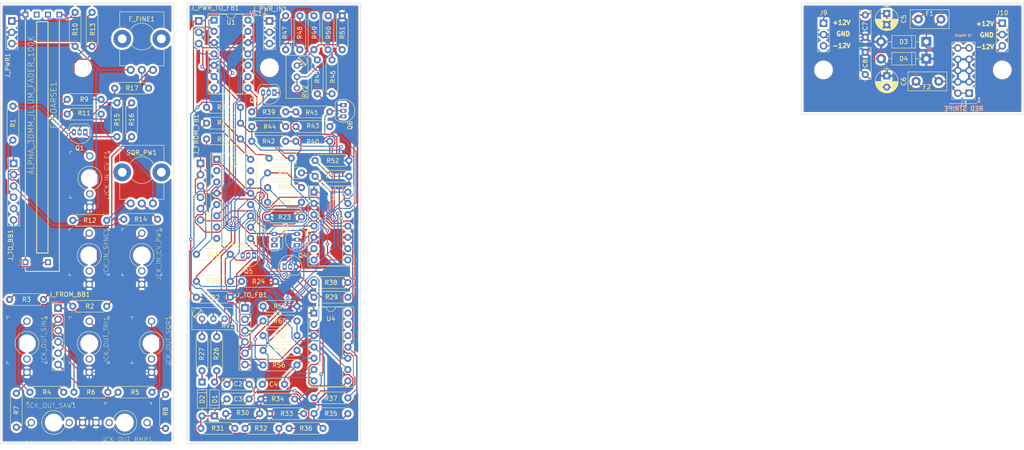
<source format=kicad_pcb>
(kicad_pcb (version 20171130) (host pcbnew "(2018-01-16 revision 495c4125f)-makepkg")
  (title_block (title "LFO PCB") (date 2018-01-14) (rev 1) (company "Coriolis Instruments"))
  (layers (0 F.Cu signal) (31 B.Cu signal) (34 B.Paste user) (35 F.Paste user) (36 B.SilkS user) (37 F.SilkS user) (38 B.Mask user) (39 F.Mask user) (44 Edge.Cuts user))
  (net 0 "")
  (net 1 "Net-(C1-Pad2)")
  (net 2 "Net-(C1-Pad1)")
  (net 3 "Net-(C2-Pad2)")
  (net 4 "/LFO back board/TRI")
  (net 5 "/LFO back board/Integrator/SQR_RAW")
  (net 6 "Net-(C3-Pad2)")
  (net 7 "Net-(C4-Pad1)")
  (net 8 "Net-(C4-Pad2)")
  (net 9 "Net-(D1-Pad2)")
  (net 10 "Net-(D2-Pad1)")
  (net 11 "Net-(F_COARSE1-Pad1)")
  (net 12 "Net-(F_COARSE1-Pad2)")
  (net 13 "Net-(F_COARSE1-Pad3)")
  (net 14 "Net-(F_COARSE1-PadB)")
  (net 15 "Net-(F_FINE1-Pad2)")
  (net 16 "/LFO back board/V_CF")
  (net 17 "/LFO back board/V_CV_PW")
  (net 18 "/LFO back board/V_SYNC")
  (net 19 "/LFO back board/LED_RATE")
  (net 20 "/LFO back board/SIN")
  (net 21 "/LFO back board/SQR")
  (net 22 "/LFO back board/SAW")
  (net 23 "/LFO back board/RMP")
  (net 24 "Net-(JCK_IN_CV_F1-PadP$1_TIP)")
  (net 25 "Net-(JCK_IN_CV_PW1-PadP$1_TIP)")
  (net 26 "Net-(JCK_IN_SYNC1-PadP$1_TIP)")
  (net 27 "Net-(JCK_OUT_RMP1-PadP$1_TIP)")
  (net 28 "Net-(JCK_OUT_SAW1-PadP$1_TIP)")
  (net 29 "Net-(JCK_OUT_SIN1-PadP$1_TIP)")
  (net 30 "Net-(JCK_OUT_SQR1-PadP$1_TIP)")
  (net 31 "Net-(JCK_OUT_TRI1-PadP$1_TIP)")
  (net 32 "Net-(Q1-Pad1)")
  (net 33 "Net-(Q1-Pad2)")
  (net 34 "Net-(Q5-Pad3)")
  (net 35 "Net-(Q6-Pad1)")
  (net 36 "Net-(Q6-Pad3)")
  (net 37 "Net-(Q6-Pad2)")
  (net 38 "Net-(Q7-Pad3)")
  (net 39 "Net-(Q7-Pad1)")
  (net 40 "Net-(R11-Pad1)")
  (net 41 "Net-(R12-Pad1)")
  (net 42 "Net-(R14-Pad1)")
  (net 43 "/LFO back board/Integrator/BIAS_INPUT")
  (net 44 "Net-(R22-Pad2)")
  (net 45 "Net-(R24-Pad2)")
  (net 46 "Net-(R26-Pad2)")
  (net 47 "Net-(R27-Pad2)")
  (net 48 "Net-(R28-Pad2)")
  (net 49 "Net-(R29-Pad1)")
  (net 50 "Net-(R32-Pad1)")
  (net 51 "Net-(R34-Pad2)")
  (net 52 "Net-(R35-Pad1)")
  (net 53 "Net-(R37-Pad2)")
  (net 54 "Net-(R39-Pad1)")
  (net 55 "Net-(R40-Pad1)")
  (net 56 "Net-(R45-Pad1)")
  (net 57 "Net-(R46-Pad1)")
  (net 58 "Net-(R49-Pad1)")
  (net 59 "Net-(R50-Pad1)")
  (net 60 "Net-(R52-Pad1)")
  (net 61 "Net-(R54-Pad1)")
  (net 62 "Net-(R59-Pad1)")
  (net 63 "Net-(Q2-Pad3)")
  (net 64 "Net-(Q3-Pad1)")
  (net 65 "Net-(Q4-Pad1)")
  (net 66 +12V)
  (net 67 "/LFO front board/GND_FB")
  (net 68 "/LFO front board/+12V_FB")
  (net 69 "/LFO front board/-12V_FB")
  (net 70 "/LFO front board/RMP_FB")
  (net 71 "/LFO front board/SAW_FB")
  (net 72 "/LFO front board/TRI_FB")
  (net 73 "/LFO front board/SQR_FB")
  (net 74 "/LFO front board/SIN_FB")
  (net 75 "/LFO front board/LED_RATE_FB")
  (net 76 "/LFO front board/V_SYNC_FB")
  (net 77 "/LFO front board/V_CV_PW_FB")
  (net 78 "/LFO front board/V_CV_F_FB")
  (net 79 "/LFO front board/V_PW_FB")
  (net 80 "/LFO front board/V_FF_FB")
  (net 81 "/LFO front board/V_CF_FB")
  (net 82 "Net-(D3-Pad1)")
  (net 83 "Net-(D4-Pad2)")
  (net 84 "Net-(C5-Pad2)")
  (net 85 "Net-(C5-Pad1)")
  (net 86 "Net-(C6-Pad2)")
  (net 87 "/LFO back board/-12V")
  (net 88 "/LFO back board/GND")
  (net 89 "Net-(U2-Pad15)")
  (net 90 "Net-(U2-Pad2)")
  (module Coriolis-KiCad:MountingHole_1.1mm_M1 (layer F.Cu) (at 60.5028 148.082)
    (fp_text reference REF** hide)
    (fp_text value MountingHole_1.1mm_M1 hide)
    (pad "" np_thru_hole circle (at 0 0) (size 1 1) (drill 1) (layers *.Cu *.Mask))
  )
  (module Coriolis-KiCad:MountingHole_1.1mm_M1 (layer F.Cu) (at 60.5028 145.542)
    (fp_text reference REF** hide)
    (fp_text value MountingHole_1.1mm_M1 hide)
    (pad "" np_thru_hole circle (at 0 0) (size 1 1) (drill 1) (layers *.Cu *.Mask))
  )
  (module Coriolis-KiCad:MountingHole_1.1mm_M1 (layer F.Cu) (at 60.5028 143.002)
    (fp_text reference REF** hide)
    (fp_text value MountingHole_1.1mm_M1 hide)
    (pad "" np_thru_hole circle (at 0 0) (size 1 1) (drill 1) (layers *.Cu *.Mask))
  )
  (module Coriolis-KiCad:MountingHole_1.1mm_M1 (layer F.Cu) (at 60.5028 140.462)
    (fp_text reference REF** hide)
    (fp_text value MountingHole_1.1mm_M1 hide)
    (pad "" np_thru_hole circle (at 0 0) (size 1 1) (drill 1) (layers *.Cu *.Mask))
  )
  (module Coriolis-KiCad:MountingHole_1.1mm_M1 (layer F.Cu) (at 60.5028 137.922)
    (fp_text reference REF** hide)
    (fp_text value MountingHole_1.1mm_M1 hide)
    (pad "" np_thru_hole circle (at 0 0) (size 1 1) (drill 1) (layers *.Cu *.Mask))
  )
  (module Coriolis-KiCad:MountingHole_1.1mm_M1 (layer F.Cu) (at 60.5028 135.382)
    (fp_text reference REF** hide)
    (fp_text value MountingHole_1.1mm_M1 hide)
    (pad "" np_thru_hole circle (at 0 0) (size 1 1) (drill 1) (layers *.Cu *.Mask))
  )
  (module Coriolis-KiCad:MountingHole_1.1mm_M1 (layer F.Cu) (at 60.5028 132.842)
    (fp_text reference REF** hide)
    (fp_text value MountingHole_1.1mm_M1 hide)
    (pad "" np_thru_hole circle (at 0 0) (size 1 1) (drill 1) (layers *.Cu *.Mask))
  )
  (module Coriolis-KiCad:MountingHole_1.1mm_M1 (layer F.Cu) (at 60.5028 130.302)
    (fp_text reference REF** hide)
    (fp_text value MountingHole_1.1mm_M1 hide)
    (pad "" np_thru_hole circle (at 0 0) (size 1 1) (drill 1) (layers *.Cu *.Mask))
  )
  (module Coriolis-KiCad:MountingHole_1.1mm_M1 (layer F.Cu) (at 60.5028 127.762)
    (fp_text reference REF** hide)
    (fp_text value MountingHole_1.1mm_M1 hide)
    (pad "" np_thru_hole circle (at 0 0) (size 1 1) (drill 1) (layers *.Cu *.Mask))
  )
  (module Coriolis-KiCad:MountingHole_1.1mm_M1 (layer F.Cu) (at 60.5028 125.222)
    (fp_text reference REF** hide)
    (fp_text value MountingHole_1.1mm_M1 hide)
    (pad "" np_thru_hole circle (at 0 0) (size 1 1) (drill 1) (layers *.Cu *.Mask))
  )
  (module Coriolis-KiCad:MountingHole_1.1mm_M1 (layer F.Cu) (at 60.5028 122.682)
    (fp_text reference REF** hide)
    (fp_text value MountingHole_1.1mm_M1 hide)
    (pad "" np_thru_hole circle (at 0 0) (size 1 1) (drill 1) (layers *.Cu *.Mask))
  )
  (module Coriolis-KiCad:MountingHole_1.1mm_M1 (layer F.Cu) (at 60.5028 120.142)
    (fp_text reference REF** hide)
    (fp_text value MountingHole_1.1mm_M1 hide)
    (pad "" np_thru_hole circle (at 0 0) (size 1 1) (drill 1) (layers *.Cu *.Mask))
  )
  (module Coriolis-KiCad:MountingHole_1.1mm_M1 (layer F.Cu) (at 60.5028 117.602)
    (fp_text reference REF** hide)
    (fp_text value MountingHole_1.1mm_M1 hide)
    (pad "" np_thru_hole circle (at 0 0) (size 1 1) (drill 1) (layers *.Cu *.Mask))
  )
  (module Coriolis-KiCad:MountingHole_1.1mm_M1 (layer F.Cu) (at 60.5028 115.062)
    (fp_text reference REF** hide)
    (fp_text value MountingHole_1.1mm_M1 hide)
    (pad "" np_thru_hole circle (at 0 0) (size 1 1) (drill 1) (layers *.Cu *.Mask))
  )
  (module Coriolis-KiCad:MountingHole_1.1mm_M1 (layer F.Cu) (at 60.5028 112.522)
    (fp_text reference REF** hide)
    (fp_text value MountingHole_1.1mm_M1 hide)
    (pad "" np_thru_hole circle (at 0 0) (size 1 1) (drill 1) (layers *.Cu *.Mask))
  )
  (module Coriolis-KiCad:MountingHole_1.1mm_M1 (layer F.Cu) (at 60.5028 109.982)
    (fp_text reference REF** hide)
    (fp_text value MountingHole_1.1mm_M1 hide)
    (pad "" np_thru_hole circle (at 0 0) (size 1 1) (drill 1) (layers *.Cu *.Mask))
  )
  (module Coriolis-KiCad:MountingHole_1.1mm_M1 (layer F.Cu) (at 60.5028 107.442)
    (fp_text reference REF** hide)
    (fp_text value MountingHole_1.1mm_M1 hide)
    (pad "" np_thru_hole circle (at 0 0) (size 1 1) (drill 1) (layers *.Cu *.Mask))
  )
  (module Coriolis-KiCad:MountingHole_1.1mm_M1 (layer F.Cu) (at 60.5028 104.902)
    (fp_text reference REF** hide)
    (fp_text value MountingHole_1.1mm_M1 hide)
    (pad "" np_thru_hole circle (at 0 0) (size 1 1) (drill 1) (layers *.Cu *.Mask))
  )
  (module Coriolis-KiCad:MountingHole_1.1mm_M1 (layer F.Cu) (at 60.5028 102.362)
    (fp_text reference REF** hide)
    (fp_text value MountingHole_1.1mm_M1 hide)
    (pad "" np_thru_hole circle (at 0 0) (size 1 1) (drill 1) (layers *.Cu *.Mask))
  )
  (module Coriolis-KiCad:MountingHole_1.1mm_M1 (layer F.Cu) (at 60.5028 99.822)
    (fp_text reference REF** hide)
    (fp_text value MountingHole_1.1mm_M1 hide)
    (pad "" np_thru_hole circle (at 0 0) (size 1 1) (drill 1) (layers *.Cu *.Mask))
  )
  (module Coriolis-KiCad:MountingHole_1.1mm_M1 (layer F.Cu) (at 60.5028 97.282)
    (fp_text reference REF** hide)
    (fp_text value MountingHole_1.1mm_M1 hide)
    (pad "" np_thru_hole circle (at 0 0) (size 1 1) (drill 1) (layers *.Cu *.Mask))
  )
  (module Coriolis-KiCad:MountingHole_1.1mm_M1 (layer F.Cu) (at 60.5028 94.742)
    (fp_text reference REF** hide)
    (fp_text value MountingHole_1.1mm_M1 hide)
    (pad "" np_thru_hole circle (at 0 0) (size 1 1) (drill 1) (layers *.Cu *.Mask))
  )
  (module Coriolis-KiCad:MountingHole_1.1mm_M1 (layer F.Cu) (at 60.5028 92.202)
    (fp_text reference REF** hide)
    (fp_text value MountingHole_1.1mm_M1 hide)
    (pad "" np_thru_hole circle (at 0 0) (size 1 1) (drill 1) (layers *.Cu *.Mask))
  )
  (module Coriolis-KiCad:MountingHole_1.1mm_M1 (layer F.Cu) (at 60.5028 89.662)
    (fp_text reference REF** hide)
    (fp_text value MountingHole_1.1mm_M1 hide)
    (pad "" np_thru_hole circle (at 0 0) (size 1 1) (drill 1) (layers *.Cu *.Mask))
  )
  (module Coriolis-KiCad:MountingHole_1.1mm_M1 (layer F.Cu) (at 60.5028 87.122)
    (fp_text reference REF** hide)
    (fp_text value MountingHole_1.1mm_M1 hide)
    (pad "" np_thru_hole circle (at 0 0) (size 1 1) (drill 1) (layers *.Cu *.Mask))
  )
  (module Coriolis-KiCad:MountingHole_1.1mm_M1 (layer F.Cu) (at 60.5028 84.582)
    (fp_text reference REF** hide)
    (fp_text value MountingHole_1.1mm_M1 hide)
    (pad "" np_thru_hole circle (at 0 0) (size 1 1) (drill 1) (layers *.Cu *.Mask))
  )
  (module Coriolis-KiCad:MountingHole_1.1mm_M1 (layer F.Cu) (at 60.5028 82.042)
    (fp_text reference REF** hide)
    (fp_text value MountingHole_1.1mm_M1 hide)
    (pad "" np_thru_hole circle (at 0 0) (size 1 1) (drill 1) (layers *.Cu *.Mask))
  )
  (module Coriolis-KiCad:MountingHole_1.1mm_M1 (layer F.Cu) (at 60.5028 79.502)
    (fp_text reference REF** hide)
    (fp_text value MountingHole_1.1mm_M1 hide)
    (pad "" np_thru_hole circle (at 0 0) (size 1 1) (drill 1) (layers *.Cu *.Mask))
  )
  (module Coriolis-KiCad:MountingHole_1.1mm_M1 (layer F.Cu) (at 60.5028 76.962)
    (fp_text reference REF** hide)
    (fp_text value MountingHole_1.1mm_M1 hide)
    (pad "" np_thru_hole circle (at 0 0) (size 1 1) (drill 1) (layers *.Cu *.Mask))
  )
  (module Coriolis-KiCad:MountingHole_1.1mm_M1 (layer F.Cu) (at 60.5028 74.422)
    (fp_text reference REF** hide)
    (fp_text value MountingHole_1.1mm_M1 hide)
    (pad "" np_thru_hole circle (at 0 0) (size 1 1) (drill 1) (layers *.Cu *.Mask))
  )
  (module Coriolis-KiCad:MountingHole_1.1mm_M1 (layer F.Cu) (at 60.5028 71.882)
    (fp_text reference REF** hide)
    (fp_text value MountingHole_1.1mm_M1 hide)
    (pad "" np_thru_hole circle (at 0 0) (size 1 1) (drill 1) (layers *.Cu *.Mask))
  )
  (module Coriolis-KiCad:MountingHole_1.1mm_M1 (layer F.Cu) (at 60.5028 69.342)
    (fp_text reference REF** hide)
    (fp_text value MountingHole_1.1mm_M1 hide)
    (pad "" np_thru_hole circle (at 0 0) (size 1 1) (drill 1) (layers *.Cu *.Mask))
  )
  (module Coriolis-KiCad:MountingHole_1.1mm_M1 (layer F.Cu) (at 60.5028 66.802)
    (fp_text reference REF** hide)
    (fp_text value MountingHole_1.1mm_M1 hide)
    (pad "" np_thru_hole circle (at 0 0) (size 1 1) (drill 1) (layers *.Cu *.Mask))
  )
  (module Coriolis-KiCad:MountingHole_1.1mm_M1 (layer F.Cu) (at 60.5028 64.262)
    (fp_text reference REF** hide)
    (fp_text value MountingHole_1.1mm_M1 hide)
    (pad "" np_thru_hole circle (at 0 0) (size 1 1) (drill 1) (layers *.Cu *.Mask))
  )
  (module Coriolis-KiCad:MountingHole_1.1mm_M1 (layer F.Cu) (at 60.5028 61.722)
    (fp_text reference REF** hide)
    (fp_text value MountingHole_1.1mm_M1 hide)
    (pad "" np_thru_hole circle (at 0 0) (size 1 1) (drill 1) (layers *.Cu *.Mask))
  )
  (module Coriolis-KiCad:MountingHole_1.1mm_M1 (layer F.Cu) (at 60.5028 59.182)
    (fp_text reference REF** hide)
    (fp_text value MountingHole_1.1mm_M1 hide)
    (pad "" np_thru_hole circle (at 0 0) (size 1 1) (drill 1) (layers *.Cu *.Mask))
  )
  (module Coriolis-KiCad:MountingHole_1.1mm_M1 (layer F.Cu) (at 60.5028 51.562)
    (fp_text reference REF** hide)
    (fp_text value MountingHole_1.1mm_M1 hide)
    (pad "" np_thru_hole circle (at 0 0) (size 1 1) (drill 1) (layers *.Cu *.Mask))
  )
  (module Coriolis-KiCad:MountingHole_1.1mm_M1 (layer F.Cu) (at 60.5028 56.642)
    (fp_text reference REF** hide)
    (fp_text value MountingHole_1.1mm_M1 hide)
    (pad "" np_thru_hole circle (at 0 0) (size 1 1) (drill 1) (layers *.Cu *.Mask))
  )
  (module Coriolis-KiCad:MountingHole_1.1mm_M1 (layer F.Cu) (at 60.5028 54.102)
    (fp_text reference REF** hide)
    (fp_text value MountingHole_1.1mm_M1 hide)
    (pad "" np_thru_hole circle (at 0 0) (size 1 1) (drill 1) (layers *.Cu *.Mask))
  )
  (module Pin_Headers:Pin_Header_Straight_1x06_Pitch2.54mm (layer F.Cu) (at 75 118.5)
    (fp_text reference J_TO_FB1 (at 1.526 -2.93) (layer F.SilkS))
    (fp_text value Conn_01x06_Female)
    (pad 6 thru_hole oval (at 0 12.7) (size 1.7 1.7) (drill 1) (layers *.Cu *.Mask) (net 23 "/LFO back board/RMP"))
    (pad 5 thru_hole oval (at 0 10.16) (size 1.7 1.7) (drill 1) (layers *.Cu *.Mask) (net 22 "/LFO back board/SAW"))
    (pad 4 thru_hole oval (at 0 7.62) (size 1.7 1.7) (drill 1) (layers *.Cu *.Mask) (net 4 "/LFO back board/TRI"))
    (pad 3 thru_hole oval (at 0 5.08) (size 1.7 1.7) (drill 1) (layers *.Cu *.Mask) (net 21 "/LFO back board/SQR"))
    (pad 2 thru_hole oval (at 0 2.54) (size 1.7 1.7) (drill 1) (layers *.Cu *.Mask) (net 20 "/LFO back board/SIN"))
    (pad 1 thru_hole rect (at 0 0) (size 1.7 1.7) (drill 1) (layers *.Cu *.Mask) (net 19 "/LFO back board/LED_RATE"))
  )
  (module Mounting_Holes:MountingHole_3.2mm_M3 (layer F.Cu) (at 38.5 64.5 180)
    (fp_text reference screw hide)
    (fp_text value MountingHole_3.2mm_M3)
    (pad 1 np_thru_hole circle (at 0 0 180) (size 3.2 3.2) (drill 3.2) (layers *.Cu *.Mask))
  )
  (module Pin_Headers:Pin_Header_Straight_2x05_Pitch2.54mm (layer F.Cu) (at 237.7186 70.231 180)
    (fp_text reference J3 (at 1.27 -2.33 180) (layer F.SilkS))
    (fp_text value Conn_02x05_Odd_Even)
    (pad 10 thru_hole oval (at 2.54 10.16 180) (size 1.7 1.7) (drill 1) (layers *.Cu *.Mask) (net 82 "Net-(D3-Pad1)"))
    (pad 9 thru_hole oval (at 0 10.16 180) (size 1.7 1.7) (drill 1) (layers *.Cu *.Mask) (net 82 "Net-(D3-Pad1)"))
    (pad 8 thru_hole oval (at 2.54 7.62 180) (size 1.7 1.7) (drill 1) (layers *.Cu *.Mask) (net 84 "Net-(C5-Pad2)"))
    (pad 7 thru_hole oval (at 0 7.62 180) (size 1.7 1.7) (drill 1) (layers *.Cu *.Mask) (net 84 "Net-(C5-Pad2)"))
    (pad 6 thru_hole oval (at 2.54 5.08 180) (size 1.7 1.7) (drill 1) (layers *.Cu *.Mask) (net 84 "Net-(C5-Pad2)"))
    (pad 5 thru_hole oval (at 0 5.08 180) (size 1.7 1.7) (drill 1) (layers *.Cu *.Mask) (net 84 "Net-(C5-Pad2)"))
    (pad 4 thru_hole oval (at 2.54 2.54 180) (size 1.7 1.7) (drill 1) (layers *.Cu *.Mask) (net 84 "Net-(C5-Pad2)"))
    (pad 3 thru_hole oval (at 0 2.54 180) (size 1.7 1.7) (drill 1) (layers *.Cu *.Mask) (net 84 "Net-(C5-Pad2)"))
    (pad 2 thru_hole oval (at 2.54 0 180) (size 1.7 1.7) (drill 1) (layers *.Cu *.Mask) (net 83 "Net-(D4-Pad2)"))
    (pad 1 thru_hole rect (at 0 0 180) (size 1.7 1.7) (drill 1) (layers *.Cu *.Mask) (net 83 "Net-(D4-Pad2)"))
  )
  (module Housings_DIP:DIP-14_W7.62mm_Socket (layer F.Cu) (at 90.496 92.456)
    (fp_text reference U3 (at 3.81 1.27) (layer F.SilkS))
    (fp_text value TL074)
    (pad 14 thru_hole oval (at 7.62 0) (size 1.6 1.6) (drill 0.8) (layers *.Cu *.Mask) (net 23 "/LFO back board/RMP"))
    (pad 7 thru_hole oval (at 0 15.24) (size 1.6 1.6) (drill 0.8) (layers *.Cu *.Mask) (net 37 "Net-(Q6-Pad2)"))
    (pad 13 thru_hole oval (at 7.62 2.54) (size 1.6 1.6) (drill 0.8) (layers *.Cu *.Mask) (net 60 "Net-(R52-Pad1)"))
    (pad 6 thru_hole oval (at 0 12.7) (size 1.6 1.6) (drill 0.8) (layers *.Cu *.Mask) (net 54 "Net-(R39-Pad1)"))
    (pad 12 thru_hole oval (at 7.62 5.08) (size 1.6 1.6) (drill 0.8) (layers *.Cu *.Mask) (net 58 "Net-(R49-Pad1)"))
    (pad 5 thru_hole oval (at 0 10.16) (size 1.6 1.6) (drill 0.8) (layers *.Cu *.Mask) (net 88 "/LFO back board/GND"))
    (pad 11 thru_hole oval (at 7.62 7.62) (size 1.6 1.6) (drill 0.8) (layers *.Cu *.Mask) (net 87 "/LFO back board/-12V"))
    (pad 4 thru_hole oval (at 0 7.62) (size 1.6 1.6) (drill 0.8) (layers *.Cu *.Mask) (net 66 +12V))
    (pad 10 thru_hole oval (at 7.62 10.16) (size 1.6 1.6) (drill 0.8) (layers *.Cu *.Mask) (net 88 "/LFO back board/GND"))
    (pad 3 thru_hole oval (at 0 5.08) (size 1.6 1.6) (drill 0.8) (layers *.Cu *.Mask) (net 6 "Net-(C3-Pad2)"))
    (pad 9 thru_hole oval (at 7.62 12.7) (size 1.6 1.6) (drill 0.8) (layers *.Cu *.Mask) (net 55 "Net-(R40-Pad1)"))
    (pad 2 thru_hole oval (at 0 2.54) (size 1.6 1.6) (drill 0.8) (layers *.Cu *.Mask) (net 88 "/LFO back board/GND"))
    (pad 8 thru_hole oval (at 7.62 15.24) (size 1.6 1.6) (drill 0.8) (layers *.Cu *.Mask) (net 19 "/LFO back board/LED_RATE"))
    (pad 1 thru_hole rect (at 0 0) (size 1.6 1.6) (drill 0.8) (layers *.Cu *.Mask) (net 5 "/LFO back board/Integrator/SQR_RAW"))
  )
  (module Resistors_THT:R_Axial_DIN0207_L6.3mm_D2.5mm_P7.62mm_Horizontal (layer F.Cu) (at 80.082 94.742)
    (fp_text reference R21 (at 3.81 0.0465) (layer F.SilkS))
    (fp_text value 10K)
    (pad 2 thru_hole oval (at 7.62 0) (size 1.6 1.6) (drill 0.8) (layers *.Cu *.Mask) (net 65 "Net-(Q4-Pad1)"))
    (pad 1 thru_hole circle (at 0 0) (size 1.6 1.6) (drill 0.8) (layers *.Cu *.Mask) (net 43 "/LFO back board/Integrator/BIAS_INPUT"))
  )
  (module Capacitors_THT:C_Rect_L7.0mm_W2.5mm_P5.00mm (layer F.Cu) (at 75.938 135.636 180)
    (fp_text reference C2 (at 2.5 0.0945 180) (layer F.SilkS))
    (fp_text value 0.02uF)
    (pad 2 thru_hole circle (at 5 0 180) (size 1.6 1.6) (drill 0.8) (layers *.Cu *.Mask) (net 3 "Net-(C2-Pad2)"))
    (pad 1 thru_hole circle (at 0 0 180) (size 1.6 1.6) (drill 0.8) (layers *.Cu *.Mask) (net 4 "/LFO back board/TRI"))
  )
  (module TO_SOT_Packages_THT:TO-92_Inline_Narrow_Oval (layer F.Cu) (at 81.606 70.104 180)
    (fp_text reference Q7 (at 4.572 -1.778 180) (layer F.SilkS))
    (fp_text value MPF102)
    (pad 1 thru_hole rect (at 0 0) (size 0.9 1.5) (drill 0.6) (layers *.Cu *.Mask) (net 39 "Net-(Q7-Pad1)"))
    (pad 3 thru_hole oval (at 2.54 0) (size 0.9 1.5) (drill 0.6) (layers *.Cu *.Mask) (net 38 "Net-(Q7-Pad3)"))
    (pad 2 thru_hole oval (at 1.27 0) (size 0.9 1.5) (drill 0.6) (layers *.Cu *.Mask) (net 4 "/LFO back board/TRI"))
  )
  (module Coriolis-KiCad:WQP-PJ301M-12_JACK (layer F.Cu) (at 40.132 89.32672)
    (fp_text reference JCK_IN_CV_F1 (at 3.81 -1.016 270) (layer F.SilkS) (effects (font (size 1.016 1.016) (thickness 0.0762))))
    (fp_text value THONKICONNNEW hide)
    (pad "" np_thru_hole circle (at 0 0) (size 3 3) (drill 3) (layers *.Cu *.Mask))
    (pad P$1_TIP thru_hole circle (at 0 -4.99872) (size 1.64846 1.64846) (drill 1.09982) (layers *.Cu *.Paste *.Mask) (net 24 "Net-(JCK_IN_CV_F1-PadP$1_TIP)"))
    (pad P$2_SWITCH thru_hole circle (at 0 3.49758) (size 1.64846 1.64846) (drill 1.09982) (layers *.Cu *.Paste *.Mask))
    (pad P$3_SLEEVE thru_hole circle (at 0 6.49986) (size 1.64846 1.64846) (drill 1.09982) (layers *.Cu *.Paste *.Mask) (net 67 "/LFO front board/GND_FB"))
  )
  (module Mounting_Holes:MountingHole_3.2mm_M3 (layer F.Cu) (at 245.16 65.008 180)
    (fp_text reference screw hide)
    (fp_text value MountingHole_3.2mm_M3)
    (pad 1 np_thru_hole circle (at 0 0 180) (size 3.2 3.2) (drill 3.2) (layers *.Cu *.Mask))
  )
  (module Mounting_Holes:MountingHole_3.2mm_M3 (layer F.Cu) (at 205 65.008 180)
    (fp_text reference screw hide)
    (fp_text value MountingHole_3.2mm_M3)
    (pad 1 np_thru_hole circle (at 0 0 180) (size 3.2 3.2) (drill 3.2) (layers *.Cu *.Mask))
  )
  (module Capacitors_THT:C_Rect_L7.0mm_W2.5mm_P5.00mm (layer F.Cu) (at 214.376 61.04 270)
    (fp_text reference C8 (at 2.5 0 270) (layer F.SilkS))
    (fp_text value 100nF)
    (pad 1 thru_hole circle (at 0 0 270) (size 1.6 1.6) (drill 0.8) (layers *.Cu *.Mask) (net 84 "Net-(C5-Pad2)"))
    (pad 2 thru_hole circle (at 5 0 270) (size 1.6 1.6) (drill 0.8) (layers *.Cu *.Mask) (net 86 "Net-(C6-Pad2)"))
  )
  (module Coriolis-KiCad:ALPHA_ILL_FADER_45MM (layer F.Cu) (at 29.464 72.898 270)
    (fp_text reference F_COARSE1 (at 0 -2.54 270) (layer F.SilkS) (effects (font (size 1.27 1.27) (thickness 0.1016))))
    (fp_text value ALPHA_30MM_ILLUM_FADER_100K (at 0 2.54 270) (layer F.SilkS) (effects (font (size 1.27 1.27) (thickness 0.1016))))
    (pad L thru_hole rect (at -20.32 1.27 270) (size 1.30556 1.30556) (drill 0.79756) (layers *.Cu *.Paste *.Mask))
    (pad E thru_hole rect (at -20.32 3.81 270) (size 1.30556 1.30556) (drill 0.79756) (layers *.Cu *.Paste *.Mask) (net 67 "/LFO front board/GND_FB"))
    (pad B thru_hole rect (at 35.32 3.81 270) (size 1.30556 1.30556) (drill 0.79756) (layers *.Cu *.Paste *.Mask) (net 14 "Net-(F_COARSE1-PadB)"))
    (pad 3 thru_hole rect (at 35.32 -1.27 270) (size 1.30556 1.30556) (drill 0.79756) (layers *.Cu *.Paste *.Mask) (net 13 "Net-(F_COARSE1-Pad3)"))
    (pad 2 thru_hole rect (at -20.32 -3.81 270) (size 1.30556 1.30556) (drill 0.79756) (layers *.Cu *.Paste *.Mask) (net 12 "Net-(F_COARSE1-Pad2)"))
    (pad 1 thru_hole rect (at -20.32 -1.27 270) (size 1.30556 1.30556) (drill 0.79756) (layers *.Cu *.Paste *.Mask) (net 11 "Net-(F_COARSE1-Pad1)"))
  )
  (module Coriolis-KiCad:WQP-PJ301M-12_JACK (layer F.Cu) (at 51.816 106.68)
    (fp_text reference JCK_IN_CV_PW1 (at 3.81 -0.254 270) (layer F.SilkS) (effects (font (size 1.016 1.016) (thickness 0.0762))))
    (fp_text value THONKICONNNEW hide)
    (pad "" np_thru_hole circle (at 0 0) (size 3 3) (drill 3) (layers *.Cu *.Mask))
    (pad P$1_TIP thru_hole circle (at 0 -4.99872) (size 1.64846 1.64846) (drill 1.09982) (layers *.Cu *.Paste *.Mask) (net 25 "Net-(JCK_IN_CV_PW1-PadP$1_TIP)"))
    (pad P$2_SWITCH thru_hole circle (at 0 3.49758) (size 1.64846 1.64846) (drill 1.09982) (layers *.Cu *.Paste *.Mask))
    (pad P$3_SLEEVE thru_hole circle (at 0 6.49986) (size 1.64846 1.64846) (drill 1.09982) (layers *.Cu *.Paste *.Mask) (net 67 "/LFO front board/GND_FB"))
  )
  (module Coriolis-KiCad:WQP-PJ301M-12_JACK (layer F.Cu) (at 40 106.68)
    (fp_text reference JCK_IN_SYNC1 (at 3.81 -0.762 270) (layer F.SilkS) (effects (font (size 1.016 1.016) (thickness 0.0762))))
    (fp_text value THONKICONNNEW hide)
    (pad "" np_thru_hole circle (at 0 0) (size 3 3) (drill 3) (layers *.Cu *.Mask))
    (pad P$1_TIP thru_hole circle (at 0 -4.99872) (size 1.64846 1.64846) (drill 1.09982) (layers *.Cu *.Paste *.Mask) (net 26 "Net-(JCK_IN_SYNC1-PadP$1_TIP)"))
    (pad P$2_SWITCH thru_hole circle (at 0 3.49758) (size 1.64846 1.64846) (drill 1.09982) (layers *.Cu *.Paste *.Mask))
    (pad P$3_SLEEVE thru_hole circle (at 0 6.49986) (size 1.64846 1.64846) (drill 1.09982) (layers *.Cu *.Paste *.Mask) (net 67 "/LFO front board/GND_FB"))
  )
  (module Coriolis-KiCad:WQP-PJ301M-12_JACK (layer F.Cu) (at 48 144.24 270)
    (fp_text reference JCK_OUT_RMP1 (at 3.81 -0.508 180) (layer F.SilkS) (effects (font (size 1.016 1.016) (thickness 0.0762))))
    (fp_text value THONKICONNNEW hide)
    (pad "" np_thru_hole circle (at 0 0 270) (size 3 3) (drill 3) (layers *.Cu *.Mask))
    (pad P$1_TIP thru_hole circle (at 0 -4.99872 270) (size 1.64846 1.64846) (drill 1.09982) (layers *.Cu *.Paste *.Mask) (net 27 "Net-(JCK_OUT_RMP1-PadP$1_TIP)"))
    (pad P$2_SWITCH thru_hole circle (at 0 3.49758 270) (size 1.64846 1.64846) (drill 1.09982) (layers *.Cu *.Paste *.Mask))
    (pad P$3_SLEEVE thru_hole circle (at 0 6.49986 270) (size 1.64846 1.64846) (drill 1.09982) (layers *.Cu *.Paste *.Mask) (net 67 "/LFO front board/GND_FB"))
  )
  (module Coriolis-KiCad:WQP-PJ301M-12_JACK (layer F.Cu) (at 32 144.24 90)
    (fp_text reference JCK_OUT_SAW1 (at 3.81 -0.508) (layer F.SilkS) (effects (font (size 1.016 1.016) (thickness 0.0762))))
    (fp_text value THONKICONNNEW hide)
    (pad "" np_thru_hole circle (at 0 0 90) (size 3 3) (drill 3) (layers *.Cu *.Mask))
    (pad P$1_TIP thru_hole circle (at 0 -4.99872 90) (size 1.64846 1.64846) (drill 1.09982) (layers *.Cu *.Paste *.Mask) (net 28 "Net-(JCK_OUT_SAW1-PadP$1_TIP)"))
    (pad P$2_SWITCH thru_hole circle (at 0 3.49758 90) (size 1.64846 1.64846) (drill 1.09982) (layers *.Cu *.Paste *.Mask))
    (pad P$3_SLEEVE thru_hole circle (at 0 6.49986 90) (size 1.64846 1.64846) (drill 1.09982) (layers *.Cu *.Paste *.Mask) (net 67 "/LFO front board/GND_FB"))
  )
  (module Coriolis-KiCad:WQP-PJ301M-12_JACK (layer F.Cu) (at 26 126.46)
    (fp_text reference JCK_OUT_SIN1 (at 3.81 -0.762 270) (layer F.SilkS) (effects (font (size 1.016 1.016) (thickness 0.0762))))
    (fp_text value THONKICONNNEW hide)
    (pad "" np_thru_hole circle (at 0 0) (size 3 3) (drill 3) (layers *.Cu *.Mask))
    (pad P$1_TIP thru_hole circle (at 0 -4.99872) (size 1.64846 1.64846) (drill 1.09982) (layers *.Cu *.Paste *.Mask) (net 29 "Net-(JCK_OUT_SIN1-PadP$1_TIP)"))
    (pad P$2_SWITCH thru_hole circle (at 0 3.49758) (size 1.64846 1.64846) (drill 1.09982) (layers *.Cu *.Paste *.Mask))
    (pad P$3_SLEEVE thru_hole circle (at 0 6.49986) (size 1.64846 1.64846) (drill 1.09982) (layers *.Cu *.Paste *.Mask) (net 67 "/LFO front board/GND_FB"))
  )
  (module Coriolis-KiCad:WQP-PJ301M-12_JACK (layer F.Cu) (at 54 126.46)
    (fp_text reference JCK_OUT_SQR1 (at 3.81 -0.508 270) (layer F.SilkS) (effects (font (size 1.016 1.016) (thickness 0.0762))))
    (fp_text value THONKICONNNEW hide)
    (pad "" np_thru_hole circle (at 0 0) (size 3 3) (drill 3) (layers *.Cu *.Mask))
    (pad P$1_TIP thru_hole circle (at 0 -4.99872) (size 1.64846 1.64846) (drill 1.09982) (layers *.Cu *.Paste *.Mask) (net 30 "Net-(JCK_OUT_SQR1-PadP$1_TIP)"))
    (pad P$2_SWITCH thru_hole circle (at 0 3.49758) (size 1.64846 1.64846) (drill 1.09982) (layers *.Cu *.Paste *.Mask))
    (pad P$3_SLEEVE thru_hole circle (at 0 6.49986) (size 1.64846 1.64846) (drill 1.09982) (layers *.Cu *.Paste *.Mask) (net 67 "/LFO front board/GND_FB"))
  )
  (module Coriolis-KiCad:WQP-PJ301M-12_JACK (layer F.Cu) (at 40 126.46)
    (fp_text reference JCK_OUT_TRI1 (at 3.81 -0.762 270) (layer F.SilkS) (effects (font (size 1.016 1.016) (thickness 0.0762))))
    (fp_text value THONKICONNNEW hide)
    (pad "" np_thru_hole circle (at 0 0) (size 3 3) (drill 3) (layers *.Cu *.Mask))
    (pad P$1_TIP thru_hole circle (at 0 -4.99872) (size 1.64846 1.64846) (drill 1.09982) (layers *.Cu *.Paste *.Mask) (net 31 "Net-(JCK_OUT_TRI1-PadP$1_TIP)"))
    (pad P$2_SWITCH thru_hole circle (at 0 3.49758) (size 1.64846 1.64846) (drill 1.09982) (layers *.Cu *.Paste *.Mask))
    (pad P$3_SLEEVE thru_hole circle (at 0 6.49986) (size 1.64846 1.64846) (drill 1.09982) (layers *.Cu *.Paste *.Mask) (net 67 "/LFO front board/GND_FB"))
  )
  (module Resistors_THT:R_Axial_DIN0207_L6.3mm_D2.5mm_P7.62mm_Horizontal (layer F.Cu) (at 36.83 52.07 270)
    (fp_text reference R10 (at 3.81 0 270) (layer F.SilkS))
    (fp_text value 27K)
    (pad 1 thru_hole circle (at 0 0 270) (size 1.6 1.6) (drill 0.8) (layers *.Cu *.Mask) (net 11 "Net-(F_COARSE1-Pad1)"))
    (pad 2 thru_hole oval (at 7.62 0 270) (size 1.6 1.6) (drill 0.8) (layers *.Cu *.Mask) (net 69 "/LFO front board/-12V_FB"))
  )
  (module Potentiometers:Potentiometer_Alps_RK09K_Horizontal (layer F.Cu) (at 54.316 65 90)
    (fp_text reference F_FINE1 (at 11.43 -2.54 180) (layer F.SilkS))
    (fp_text value 100K)
    (pad 0 np_thru_hole circle (at 7 1.9 90) (size 4 4) (drill 2) (layers *.Cu *.Mask))
    (pad 0 np_thru_hole circle (at 7 -6.9 90) (size 4 4) (drill 2) (layers *.Cu *.Mask))
    (pad 1 thru_hole circle (at 0 0 90) (size 1.8 1.8) (drill 1) (layers *.Cu *.Mask) (net 68 "/LFO front board/+12V_FB"))
    (pad 2 thru_hole circle (at 0 -2.5 90) (size 1.8 1.8) (drill 1) (layers *.Cu *.Mask) (net 15 "Net-(F_FINE1-Pad2)"))
    (pad 3 thru_hole circle (at 0 -5 90) (size 1.8 1.8) (drill 1) (layers *.Cu *.Mask) (net 69 "/LFO front board/-12V_FB"))
  )
  (module TO_SOT_Packages_THT:TO-92_Inline_Narrow_Oval (layer F.Cu) (at 39.116 78.994 180)
    (fp_text reference Q1 (at 1.27 -3.56 180) (layer F.SilkS))
    (fp_text value BC547)
    (pad 1 thru_hole rect (at 0 0) (size 0.9 1.5) (drill 0.6) (layers *.Cu *.Mask) (net 32 "Net-(Q1-Pad1)"))
    (pad 3 thru_hole oval (at 2.54 0) (size 0.9 1.5) (drill 0.6) (layers *.Cu *.Mask) (net 14 "Net-(F_COARSE1-PadB)"))
    (pad 2 thru_hole oval (at 1.27 0) (size 0.9 1.5) (drill 0.6) (layers *.Cu *.Mask) (net 33 "Net-(Q1-Pad2)"))
  )
  (module Resistors_THT:R_Axial_DIN0207_L6.3mm_D2.5mm_P7.62mm_Horizontal (layer F.Cu) (at 22.86 80.772 90)
    (fp_text reference R1 (at 3.81 0 90) (layer F.SilkS))
    (fp_text value 100K)
    (pad 1 thru_hole circle (at 0 0 90) (size 1.6 1.6) (drill 0.8) (layers *.Cu *.Mask) (net 78 "/LFO front board/V_CV_F_FB"))
    (pad 2 thru_hole oval (at 7.62 0 90) (size 1.6 1.6) (drill 0.8) (layers *.Cu *.Mask) (net 24 "Net-(JCK_IN_CV_F1-PadP$1_TIP)"))
  )
  (module Resistors_THT:R_Axial_DIN0207_L6.3mm_D2.5mm_P7.62mm_Horizontal (layer F.Cu) (at 36.322 118.11)
    (fp_text reference R2 (at 3.81 0) (layer F.SilkS))
    (fp_text value 10K)
    (pad 2 thru_hole oval (at 7.62 0) (size 1.6 1.6) (drill 0.8) (layers *.Cu *.Mask) (net 25 "Net-(JCK_IN_CV_PW1-PadP$1_TIP)"))
    (pad 1 thru_hole circle (at 0 0) (size 1.6 1.6) (drill 0.8) (layers *.Cu *.Mask) (net 77 "/LFO front board/V_CV_PW_FB"))
  )
  (module Resistors_THT:R_Axial_DIN0207_L6.3mm_D2.5mm_P7.62mm_Horizontal (layer F.Cu) (at 22.098 116.586)
    (fp_text reference R3 (at 3.81 0) (layer F.SilkS))
    (fp_text value 100K)
    (pad 1 thru_hole circle (at 0 0) (size 1.6 1.6) (drill 0.8) (layers *.Cu *.Mask) (net 76 "/LFO front board/V_SYNC_FB"))
    (pad 2 thru_hole oval (at 7.62 0) (size 1.6 1.6) (drill 0.8) (layers *.Cu *.Mask) (net 26 "Net-(JCK_IN_SYNC1-PadP$1_TIP)"))
  )
  (module Resistors_THT:R_Axial_DIN0207_L6.3mm_D2.5mm_P7.62mm_Horizontal (layer F.Cu) (at 34.29 137.414 180)
    (fp_text reference R4 (at 3.81 0 180) (layer F.SilkS))
    (fp_text value 1K)
    (pad 1 thru_hole circle (at 0 0 180) (size 1.6 1.6) (drill 0.8) (layers *.Cu *.Mask) (net 74 "/LFO front board/SIN_FB"))
    (pad 2 thru_hole oval (at 7.62 0 180) (size 1.6 1.6) (drill 0.8) (layers *.Cu *.Mask) (net 29 "Net-(JCK_OUT_SIN1-PadP$1_TIP)"))
  )
  (module Resistors_THT:R_Axial_DIN0207_L6.3mm_D2.5mm_P7.62mm_Horizontal (layer F.Cu) (at 46.482 137.414)
    (fp_text reference R5 (at 3.81 0) (layer F.SilkS))
    (fp_text value 1K)
    (pad 1 thru_hole circle (at 0 0) (size 1.6 1.6) (drill 0.8) (layers *.Cu *.Mask) (net 73 "/LFO front board/SQR_FB"))
    (pad 2 thru_hole oval (at 7.62 0) (size 1.6 1.6) (drill 0.8) (layers *.Cu *.Mask) (net 30 "Net-(JCK_OUT_SQR1-PadP$1_TIP)"))
  )
  (module Resistors_THT:R_Axial_DIN0207_L6.3mm_D2.5mm_P7.62mm_Horizontal (layer F.Cu) (at 36.576 137.414)
    (fp_text reference R6 (at 3.81 0) (layer F.SilkS))
    (fp_text value 1K)
    (pad 1 thru_hole circle (at 0 0) (size 1.6 1.6) (drill 0.8) (layers *.Cu *.Mask) (net 72 "/LFO front board/TRI_FB"))
    (pad 2 thru_hole oval (at 7.62 0) (size 1.6 1.6) (drill 0.8) (layers *.Cu *.Mask) (net 31 "Net-(JCK_OUT_TRI1-PadP$1_TIP)"))
  )
  (module Resistors_THT:R_Axial_DIN0207_L6.3mm_D2.5mm_P7.62mm_Horizontal (layer F.Cu) (at 23.622 137.668 270)
    (fp_text reference R7 (at 3.81 0 270) (layer F.SilkS))
    (fp_text value 1K)
    (pad 2 thru_hole oval (at 7.62 0 270) (size 1.6 1.6) (drill 0.8) (layers *.Cu *.Mask) (net 28 "Net-(JCK_OUT_SAW1-PadP$1_TIP)"))
    (pad 1 thru_hole circle (at 0 0 270) (size 1.6 1.6) (drill 0.8) (layers *.Cu *.Mask) (net 71 "/LFO front board/SAW_FB"))
  )
  (module Resistors_THT:R_Axial_DIN0207_L6.3mm_D2.5mm_P7.62mm_Horizontal (layer F.Cu) (at 57.15 137.922 270)
    (fp_text reference R8 (at 3.81 0 270) (layer F.SilkS))
    (fp_text value 1K)
    (pad 1 thru_hole circle (at 0 0 270) (size 1.6 1.6) (drill 0.8) (layers *.Cu *.Mask) (net 70 "/LFO front board/RMP_FB"))
    (pad 2 thru_hole oval (at 7.62 0 270) (size 1.6 1.6) (drill 0.8) (layers *.Cu *.Mask) (net 27 "Net-(JCK_OUT_RMP1-PadP$1_TIP)"))
  )
  (module Resistors_THT:R_Axial_DIN0207_L6.3mm_D2.5mm_P7.62mm_Horizontal (layer F.Cu) (at 42.672 71.628 180)
    (fp_text reference R9 (at 3.81 0 180) (layer F.SilkS))
    (fp_text value 27K)
    (pad 2 thru_hole oval (at 7.62 0 180) (size 1.6 1.6) (drill 0.8) (layers *.Cu *.Mask) (net 13 "Net-(F_COARSE1-Pad3)"))
    (pad 1 thru_hole circle (at 0 0 180) (size 1.6 1.6) (drill 0.8) (layers *.Cu *.Mask) (net 68 "/LFO front board/+12V_FB"))
  )
  (module Resistors_THT:R_Axial_DIN0207_L6.3mm_D2.5mm_P7.62mm_Horizontal (layer F.Cu) (at 42.672 74.93 180)
    (fp_text reference R11 (at 3.81 0.2225 180) (layer F.SilkS))
    (fp_text value 100K)
    (pad 2 thru_hole oval (at 7.62 0 180) (size 1.6 1.6) (drill 0.8) (layers *.Cu *.Mask) (net 68 "/LFO front board/+12V_FB"))
    (pad 1 thru_hole circle (at 0 0 180) (size 1.6 1.6) (drill 0.8) (layers *.Cu *.Mask) (net 40 "Net-(R11-Pad1)"))
  )
  (module Resistors_THT:R_Axial_DIN0207_L6.3mm_D2.5mm_P7.62mm_Horizontal (layer F.Cu) (at 43.942 98.806 180)
    (fp_text reference R12 (at 3.81 0 180) (layer F.SilkS))
    (fp_text value 100K)
    (pad 1 thru_hole circle (at 0 0 180) (size 1.6 1.6) (drill 0.8) (layers *.Cu *.Mask) (net 41 "Net-(R12-Pad1)"))
    (pad 2 thru_hole oval (at 7.62 0 180) (size 1.6 1.6) (drill 0.8) (layers *.Cu *.Mask) (net 69 "/LFO front board/-12V_FB"))
  )
  (module Resistors_THT:R_Axial_DIN0207_L6.3mm_D2.5mm_P7.62mm_Horizontal (layer F.Cu) (at 40.64 59.69 90)
    (fp_text reference R13 (at 3.81 0.127 90) (layer F.SilkS))
    (fp_text value 100K)
    (pad 2 thru_hole oval (at 7.62 0 90) (size 1.6 1.6) (drill 0.8) (layers *.Cu *.Mask) (net 12 "Net-(F_COARSE1-Pad2)"))
    (pad 1 thru_hole circle (at 0 0 90) (size 1.6 1.6) (drill 0.8) (layers *.Cu *.Mask) (net 81 "/LFO front board/V_CF_FB"))
  )
  (module Resistors_THT:R_Axial_DIN0207_L6.3mm_D2.5mm_P7.62mm_Horizontal (layer F.Cu) (at 55.372 98.552 180)
    (fp_text reference R14 (at 3.81 0 180) (layer F.SilkS))
    (fp_text value 10K)
    (pad 2 thru_hole oval (at 7.62 0 180) (size 1.6 1.6) (drill 0.8) (layers *.Cu *.Mask) (net 79 "/LFO front board/V_PW_FB"))
    (pad 1 thru_hole circle (at 0 0 180) (size 1.6 1.6) (drill 0.8) (layers *.Cu *.Mask) (net 42 "Net-(R14-Pad1)"))
  )
  (module Resistors_THT:R_Axial_DIN0207_L6.3mm_D2.5mm_P7.62mm_Horizontal (layer F.Cu) (at 46.228 80.01 90)
    (fp_text reference R15 (at 3.81 0 90) (layer F.SilkS))
    (fp_text value 2K)
    (pad 1 thru_hole circle (at 0 0 90) (size 1.6 1.6) (drill 0.8) (layers *.Cu *.Mask) (net 32 "Net-(Q1-Pad1)"))
    (pad 2 thru_hole oval (at 7.62 0 90) (size 1.6 1.6) (drill 0.8) (layers *.Cu *.Mask) (net 68 "/LFO front board/+12V_FB"))
  )
  (module Resistors_THT:R_Axial_DIN0207_L6.3mm_D2.5mm_P7.62mm_Horizontal (layer F.Cu) (at 49.53 72.39 270)
    (fp_text reference R16 (at 3.81 0 270) (layer F.SilkS))
    (fp_text value 100K)
    (pad 2 thru_hole oval (at 7.62 0 270) (size 1.6 1.6) (drill 0.8) (layers *.Cu *.Mask) (net 75 "/LFO front board/LED_RATE_FB"))
    (pad 1 thru_hole circle (at 0 0 270) (size 1.6 1.6) (drill 0.8) (layers *.Cu *.Mask) (net 33 "Net-(Q1-Pad2)"))
  )
  (module Resistors_THT:R_Axial_DIN0207_L6.3mm_D2.5mm_P7.62mm_Horizontal (layer F.Cu) (at 45.72 69.088)
    (fp_text reference R17 (at 3.904999 0) (layer F.SilkS))
    (fp_text value 3M)
    (pad 1 thru_hole circle (at 0 0) (size 1.6 1.6) (drill 0.8) (layers *.Cu *.Mask) (net 80 "/LFO front board/V_FF_FB"))
    (pad 2 thru_hole oval (at 7.62 0) (size 1.6 1.6) (drill 0.8) (layers *.Cu *.Mask) (net 15 "Net-(F_FINE1-Pad2)"))
  )
  (module Potentiometers:Potentiometer_Alps_RK09K_Horizontal (layer F.Cu) (at 54.316 95 90)
    (fp_text reference SQR_PW1 (at 11.43 -2.54 180) (layer F.SilkS))
    (fp_text value 100K)
    (pad 3 thru_hole circle (at 0 -5 90) (size 1.8 1.8) (drill 1) (layers *.Cu *.Mask) (net 41 "Net-(R12-Pad1)"))
    (pad 2 thru_hole circle (at 0 -2.5 90) (size 1.8 1.8) (drill 1) (layers *.Cu *.Mask) (net 42 "Net-(R14-Pad1)"))
    (pad 1 thru_hole circle (at 0 0 90) (size 1.8 1.8) (drill 1) (layers *.Cu *.Mask) (net 40 "Net-(R11-Pad1)"))
    (pad 0 np_thru_hole circle (at 7 -6.9 90) (size 4 4) (drill 2) (layers *.Cu *.Mask))
    (pad 0 np_thru_hole circle (at 7 1.9 90) (size 4 4) (drill 2) (layers *.Cu *.Mask))
  )
  (module Capacitors_THT:C_Rect_L7.0mm_W2.5mm_P5.00mm (layer F.Cu) (at 80.416 84.836)
    (fp_text reference C1 (at 2.340999 -0.0155) (layer F.SilkS))
    (fp_text value 100pF)
    (pad 1 thru_hole circle (at 0 0) (size 1.6 1.6) (drill 0.8) (layers *.Cu *.Mask) (net 2 "Net-(C1-Pad1)"))
    (pad 2 thru_hole circle (at 5 0) (size 1.6 1.6) (drill 0.8) (layers *.Cu *.Mask) (net 1 "Net-(C1-Pad2)"))
  )
  (module Capacitors_THT:C_Rect_L7.0mm_W2.5mm_P5.00mm (layer F.Cu) (at 70.938 138.938)
    (fp_text reference C3 (at 2.5 0.0205) (layer F.SilkS))
    (fp_text value 10pF)
    (pad 2 thru_hole circle (at 5 0) (size 1.6 1.6) (drill 0.8) (layers *.Cu *.Mask) (net 6 "Net-(C3-Pad2)"))
    (pad 1 thru_hole circle (at 0 0) (size 1.6 1.6) (drill 0.8) (layers *.Cu *.Mask) (net 5 "/LFO back board/Integrator/SQR_RAW"))
  )
  (module Capacitors_THT:C_Rect_L7.0mm_W2.5mm_P5.00mm (layer F.Cu) (at 78.892 135.636)
    (fp_text reference C4 (at 2.5 0) (layer F.SilkS))
    (fp_text value 10pF)
    (pad 1 thru_hole circle (at 0 0) (size 1.6 1.6) (drill 0.8) (layers *.Cu *.Mask) (net 7 "Net-(C4-Pad1)"))
    (pad 2 thru_hole circle (at 5 0) (size 1.6 1.6) (drill 0.8) (layers *.Cu *.Mask) (net 8 "Net-(C4-Pad2)"))
  )
  (module Capacitors_THT:CP_Radial_D5.0mm_P2.50mm (layer F.Cu) (at 219.202 52.324 270)
    (fp_text reference C5 (at 1.25 -3.81 270) (layer F.SilkS))
    (fp_text value 10uF)
    (pad 2 thru_hole circle (at 2.5 0 270) (size 1.6 1.6) (drill 0.8) (layers *.Cu *.Mask) (net 84 "Net-(C5-Pad2)"))
    (pad 1 thru_hole rect (at 0 0 270) (size 1.6 1.6) (drill 0.8) (layers *.Cu *.Mask) (net 85 "Net-(C5-Pad1)"))
  )
  (module Capacitors_THT:CP_Radial_D5.0mm_P2.50mm (layer F.Cu) (at 219.202 66.334 270)
    (fp_text reference C6 (at 1.25 -3.81 270) (layer F.SilkS))
    (fp_text value 10uF)
    (pad 1 thru_hole rect (at 0 0 270) (size 1.6 1.6) (drill 0.8) (layers *.Cu *.Mask) (net 84 "Net-(C5-Pad2)"))
    (pad 2 thru_hole circle (at 2.5 0 270) (size 1.6 1.6) (drill 0.8) (layers *.Cu *.Mask) (net 86 "Net-(C6-Pad2)"))
  )
  (module Capacitors_THT:C_Rect_L7.0mm_W2.5mm_P5.00mm (layer F.Cu) (at 214.376 52.658 270)
    (fp_text reference C7 (at 2.5 0 270) (layer F.SilkS))
    (fp_text value 100nF)
    (pad 2 thru_hole circle (at 5 0 270) (size 1.6 1.6) (drill 0.8) (layers *.Cu *.Mask) (net 84 "Net-(C5-Pad2)"))
    (pad 1 thru_hole circle (at 0 0 270) (size 1.6 1.6) (drill 0.8) (layers *.Cu *.Mask) (net 85 "Net-(C5-Pad1)"))
  )
  (module Diodes_THT:D_DO-35_SOD27_P7.62mm_Horizontal (layer F.Cu) (at 68.144 142.748 90)
    (fp_text reference D1 (at 3.81 0.0865 90) (layer F.SilkS))
    (fp_text value 1N4148)
    (pad 2 thru_hole oval (at 7.62 0 90) (size 1.6 1.6) (drill 0.8) (layers *.Cu *.Mask) (net 9 "Net-(D1-Pad2)"))
    (pad 1 thru_hole rect (at 0 0 90) (size 1.6 1.6) (drill 0.8) (layers *.Cu *.Mask) (net 5 "/LFO back board/Integrator/SQR_RAW"))
  )
  (module Diodes_THT:D_DO-35_SOD27_P7.62mm_Horizontal (layer F.Cu) (at 65.35 135.128 270)
    (fp_text reference D2 (at 3.884999 -0.0355 270) (layer F.SilkS))
    (fp_text value 1N4148)
    (pad 1 thru_hole rect (at 0 0 270) (size 1.6 1.6) (drill 0.8) (layers *.Cu *.Mask) (net 10 "Net-(D2-Pad1)"))
    (pad 2 thru_hole oval (at 7.62 0 270) (size 1.6 1.6) (drill 0.8) (layers *.Cu *.Mask) (net 5 "/LFO back board/Integrator/SQR_RAW"))
  )
  (module Fuse_Holders_and_Fuses:Fuse_TE5_Littlefuse-395Series (layer F.Cu) (at 226.314 53.594)
    (fp_text reference F1 (at 2.54 -1.26) (layer F.SilkS))
    (fp_text value Polyfuse)
    (pad 2 thru_hole circle (at 5.08 0.01) (size 2 2) (drill 1) (layers *.Cu *.Mask) (net 82 "Net-(D3-Pad1)"))
    (pad 1 thru_hole circle (at 0 0) (size 2 2) (drill 1) (layers *.Cu *.Mask) (net 85 "Net-(C5-Pad1)"))
  )
  (module Fuse_Holders_and_Fuses:Fuse_TE5_Littlefuse-395Series (layer F.Cu) (at 230.886 67.564 180)
    (fp_text reference F2 (at 2.65 -1.27 180) (layer F.SilkS))
    (fp_text value Polyfuse)
    (pad 1 thru_hole circle (at 0 0 180) (size 2 2) (drill 1) (layers *.Cu *.Mask) (net 83 "Net-(D4-Pad2)"))
    (pad 2 thru_hole circle (at 5.08 0.01 180) (size 2 2) (drill 1) (layers *.Cu *.Mask) (net 86 "Net-(C6-Pad2)"))
  )
  (module TO_SOT_Packages_THT:TO-92_Inline_Narrow_Oval (layer F.Cu) (at 81.606 104.394 90)
    (fp_text reference Q2 (at 3.81 -2.54 90) (layer F.SilkS))
    (fp_text value BC547)
    (pad 2 thru_hole oval (at 1.27 0 270) (size 0.9 1.5) (drill 0.6) (layers *.Cu *.Mask) (net 1 "Net-(C1-Pad2)"))
    (pad 3 thru_hole oval (at 2.54 0 270) (size 0.9 1.5) (drill 0.6) (layers *.Cu *.Mask) (net 63 "Net-(Q2-Pad3)"))
    (pad 1 thru_hole rect (at 0 0 270) (size 0.9 1.5) (drill 0.6) (layers *.Cu *.Mask) (net 1 "Net-(C1-Pad2)"))
  )
  (module TO_SOT_Packages_THT:TO-92_Inline_Narrow_Oval (layer F.Cu) (at 86.686 104.394 90)
    (fp_text reference Q3 (at 4.064 -2.54 90) (layer F.SilkS))
    (fp_text value BC547)
    (pad 2 thru_hole oval (at 1.27 0 270) (size 0.9 1.5) (drill 0.6) (layers *.Cu *.Mask) (net 88 "/LFO back board/GND"))
    (pad 3 thru_hole oval (at 2.54 0 270) (size 0.9 1.5) (drill 0.6) (layers *.Cu *.Mask) (net 63 "Net-(Q2-Pad3)"))
    (pad 1 thru_hole rect (at 0 0 270) (size 0.9 1.5) (drill 0.6) (layers *.Cu *.Mask) (net 64 "Net-(Q3-Pad1)"))
  )
  (module TO_SOT_Packages_THT:TO-92_Inline_Narrow_Oval (layer F.Cu) (at 83.892 109.22)
    (fp_text reference Q4 (at 4.064 -2.54) (layer F.SilkS))
    (fp_text value BC557)
    (pad 1 thru_hole rect (at 0 0 180) (size 0.9 1.5) (drill 0.6) (layers *.Cu *.Mask) (net 65 "Net-(Q4-Pad1)"))
    (pad 3 thru_hole oval (at 2.54 0 180) (size 0.9 1.5) (drill 0.6) (layers *.Cu *.Mask) (net 88 "/LFO back board/GND"))
    (pad 2 thru_hole oval (at 1.27 0 180) (size 0.9 1.5) (drill 0.6) (layers *.Cu *.Mask) (net 64 "Net-(Q3-Pad1)"))
  )
  (module TO_SOT_Packages_THT:TO-92_Inline_Narrow_Oval (layer F.Cu) (at 77.034 106.68 180)
    (fp_text reference Q5 (at 1.27 -3.56 180) (layer F.SilkS))
    (fp_text value MPF102)
    (pad 1 thru_hole rect (at 0 0) (size 0.9 1.5) (drill 0.6) (layers *.Cu *.Mask) (net 4 "/LFO back board/TRI"))
    (pad 3 thru_hole oval (at 2.54 0) (size 0.9 1.5) (drill 0.6) (layers *.Cu *.Mask) (net 34 "Net-(Q5-Pad3)"))
    (pad 2 thru_hole oval (at 1.27 0) (size 0.9 1.5) (drill 0.6) (layers *.Cu *.Mask) (net 3 "Net-(C2-Pad2)"))
  )
  (module TO_SOT_Packages_THT:TO-92_Inline_Narrow_Oval (layer F.Cu) (at 97.1 72.898 270)
    (fp_text reference Q6 (at 4.572 -1.524 270) (layer F.SilkS))
    (fp_text value MPF102)
    (pad 2 thru_hole oval (at 1.27 0 90) (size 0.9 1.5) (drill 0.6) (layers *.Cu *.Mask) (net 37 "Net-(Q6-Pad2)"))
    (pad 3 thru_hole oval (at 2.54 0 90) (size 0.9 1.5) (drill 0.6) (layers *.Cu *.Mask) (net 36 "Net-(Q6-Pad3)"))
    (pad 1 thru_hole rect (at 0 0 90) (size 0.9 1.5) (drill 0.6) (layers *.Cu *.Mask) (net 35 "Net-(Q6-Pad1)"))
  )
  (module Resistors_THT:R_Axial_DIN0207_L6.3mm_D2.5mm_P7.62mm_Horizontal (layer F.Cu) (at 73.986 76.962 180)
    (fp_text reference R18 (at 3.81 0.1125 180) (layer F.SilkS))
    (fp_text value 2K)
    (pad 1 thru_hole circle (at 0 0 180) (size 1.6 1.6) (drill 0.8) (layers *.Cu *.Mask) (net 1 "Net-(C1-Pad2)"))
    (pad 2 thru_hole oval (at 7.62 0 180) (size 1.6 1.6) (drill 0.8) (layers *.Cu *.Mask) (net 16 "/LFO back board/V_CF"))
  )
  (module Resistors_THT:R_Axial_DIN0207_L6.3mm_D2.5mm_P7.62mm_Horizontal (layer F.Cu) (at 66.366 80.518)
    (fp_text reference R19 (at 3.81 0.1125) (layer F.SilkS))
    (fp_text value 10K)
    (pad 2 thru_hole oval (at 7.62 0) (size 1.6 1.6) (drill 0.8) (layers *.Cu *.Mask) (net 2 "Net-(C1-Pad1)"))
    (pad 1 thru_hole circle (at 0 0) (size 1.6 1.6) (drill 0.8) (layers *.Cu *.Mask) (net 63 "Net-(Q2-Pad3)"))
  )
  (module Resistors_THT:R_Axial_DIN0207_L6.3mm_D2.5mm_P7.62mm_Horizontal (layer F.Cu) (at 66.366 73.406)
    (fp_text reference R20 (at 3.81 0) (layer F.SilkS))
    (fp_text value 4.7M)
    (pad 1 thru_hole circle (at 0 0) (size 1.6 1.6) (drill 0.8) (layers *.Cu *.Mask) (net 87 "/LFO back board/-12V"))
    (pad 2 thru_hole oval (at 7.62 0) (size 1.6 1.6) (drill 0.8) (layers *.Cu *.Mask) (net 1 "Net-(C1-Pad2)"))
  )
  (module Resistors_THT:R_Axial_DIN0207_L6.3mm_D2.5mm_P7.62mm_Horizontal (layer F.Cu) (at 71.7 116.078 180)
    (fp_text reference R22 (at 3.81 -0.0795 180) (layer F.SilkS))
    (fp_text value 1K)
    (pad 2 thru_hole oval (at 7.62 0 180) (size 1.6 1.6) (drill 0.8) (layers *.Cu *.Mask) (net 44 "Net-(R22-Pad2)"))
    (pad 1 thru_hole circle (at 0 0 180) (size 1.6 1.6) (drill 0.8) (layers *.Cu *.Mask) (net 88 "/LFO back board/GND"))
  )
  (module Resistors_THT:R_Axial_DIN0207_L6.3mm_D2.5mm_P7.62mm_Horizontal (layer F.Cu) (at 80.082 98.044)
    (fp_text reference R23 (at 3.81 0.0345) (layer F.SilkS))
    (fp_text value 100K)
    (pad 2 thru_hole oval (at 7.62 0) (size 1.6 1.6) (drill 0.8) (layers *.Cu *.Mask) (net 18 "/LFO back board/V_SYNC"))
    (pad 1 thru_hole circle (at 0 0) (size 1.6 1.6) (drill 0.8) (layers *.Cu *.Mask) (net 88 "/LFO back board/GND"))
  )
  (module Resistors_THT:R_Axial_DIN0207_L6.3mm_D2.5mm_P7.62mm_Horizontal (layer F.Cu) (at 81.86 112.522 180)
    (fp_text reference R24 (at 3.81 -0.0315 180) (layer F.SilkS))
    (fp_text value 10K)
    (pad 1 thru_hole circle (at 0 0 180) (size 1.6 1.6) (drill 0.8) (layers *.Cu *.Mask) (net 88 "/LFO back board/GND"))
    (pad 2 thru_hole oval (at 7.62 0 180) (size 1.6 1.6) (drill 0.8) (layers *.Cu *.Mask) (net 45 "Net-(R24-Pad2)"))
  )
  (module Resistors_THT:R_Axial_DIN0207_L6.3mm_D2.5mm_P7.62mm_Horizontal (layer F.Cu) (at 64.08 112.522)
    (fp_text reference R25 (at 3.766999 -0.0975) (layer F.SilkS))
    (fp_text value 100K)
    (pad 2 thru_hole oval (at 7.62 0) (size 1.6 1.6) (drill 0.8) (layers *.Cu *.Mask) (net 66 +12V))
    (pad 1 thru_hole circle (at 0 0) (size 1.6 1.6) (drill 0.8) (layers *.Cu *.Mask) (net 45 "Net-(R24-Pad2)"))
  )
  (module Resistors_THT:R_Axial_DIN0207_L6.3mm_D2.5mm_P7.62mm_Horizontal (layer F.Cu) (at 68.652 132.588 90)
    (fp_text reference R26 (at 3.81 -0.0975 90) (layer F.SilkS))
    (fp_text value 100K)
    (pad 2 thru_hole oval (at 7.62 0 90) (size 1.6 1.6) (drill 0.8) (layers *.Cu *.Mask) (net 46 "Net-(R26-Pad2)"))
    (pad 1 thru_hole circle (at 0 0 90) (size 1.6 1.6) (drill 0.8) (layers *.Cu *.Mask) (net 9 "Net-(D1-Pad2)"))
  )
  (module Resistors_THT:R_Axial_DIN0207_L6.3mm_D2.5mm_P7.62mm_Horizontal (layer F.Cu) (at 65.35 132.588 90)
    (fp_text reference R27 (at 3.754999 -0.0715 90) (layer F.SilkS))
    (fp_text value 100K)
    (pad 1 thru_hole circle (at 0 0 90) (size 1.6 1.6) (drill 0.8) (layers *.Cu *.Mask) (net 10 "Net-(D2-Pad1)"))
    (pad 2 thru_hole oval (at 7.62 0 90) (size 1.6 1.6) (drill 0.8) (layers *.Cu *.Mask) (net 47 "Net-(R27-Pad2)"))
  )
  (module Resistors_THT:R_Axial_DIN0207_L6.3mm_D2.5mm_P7.62mm_Horizontal (layer F.Cu) (at 71.7 106.426 180)
    (fp_text reference R28 (at 3.81 -0.0715 180) (layer F.SilkS))
    (fp_text value 39K)
    (pad 2 thru_hole oval (at 7.62 0 180) (size 1.6 1.6) (drill 0.8) (layers *.Cu *.Mask) (net 48 "Net-(R28-Pad2)"))
    (pad 1 thru_hole circle (at 0 0 180) (size 1.6 1.6) (drill 0.8) (layers *.Cu *.Mask) (net 3 "Net-(C2-Pad2)"))
  )
  (module Resistors_THT:R_Axial_DIN0207_L6.3mm_D2.5mm_P7.62mm_Horizontal (layer F.Cu) (at 98.116 116.078 180)
    (fp_text reference R29 (at 3.670999 0.0345 180) (layer F.SilkS))
    (fp_text value 100K)
    (pad 1 thru_hole circle (at 0 0 180) (size 1.6 1.6) (drill 0.8) (layers *.Cu *.Mask) (net 49 "Net-(R29-Pad1)"))
    (pad 2 thru_hole oval (at 7.62 0 180) (size 1.6 1.6) (drill 0.8) (layers *.Cu *.Mask) (net 34 "Net-(Q5-Pad3)"))
  )
  (module Resistors_THT:R_Axial_DIN0207_L6.3mm_D2.5mm_P7.62mm_Horizontal (layer F.Cu) (at 70.684 142.24)
    (fp_text reference R30 (at 3.806999 -0.2015) (layer F.SilkS))
    (fp_text value 120K)
    (pad 2 thru_hole oval (at 7.62 0) (size 1.6 1.6) (drill 0.8) (layers *.Cu *.Mask) (net 4 "/LFO back board/TRI"))
    (pad 1 thru_hole circle (at 0 0) (size 1.6 1.6) (drill 0.8) (layers *.Cu *.Mask) (net 6 "Net-(C3-Pad2)"))
  )
  (module Resistors_THT:R_Axial_DIN0207_L6.3mm_D2.5mm_P7.62mm_Horizontal (layer F.Cu) (at 65.096 145.542)
    (fp_text reference R31 (at 3.81 -0.0135) (layer F.SilkS))
    (fp_text value 270K)
    (pad 2 thru_hole oval (at 7.62 0) (size 1.6 1.6) (drill 0.8) (layers *.Cu *.Mask) (net 6 "Net-(C3-Pad2)"))
    (pad 1 thru_hole circle (at 0 0) (size 1.6 1.6) (drill 0.8) (layers *.Cu *.Mask) (net 5 "/LFO back board/Integrator/SQR_RAW"))
  )
  (module Resistors_THT:R_Axial_DIN0207_L6.3mm_D2.5mm_P7.62mm_Horizontal (layer F.Cu) (at 82.622 145.542 180)
    (fp_text reference R32 (at 4.064 0 180) (layer F.SilkS))
    (fp_text value 110K)
    (pad 2 thru_hole oval (at 7.62 0 180) (size 1.6 1.6) (drill 0.8) (layers *.Cu *.Mask) (net 4 "/LFO back board/TRI"))
    (pad 1 thru_hole circle (at 0 0 180) (size 1.6 1.6) (drill 0.8) (layers *.Cu *.Mask) (net 50 "Net-(R32-Pad1)"))
  )
  (module Resistors_THT:R_Axial_DIN0207_L6.3mm_D2.5mm_P7.62mm_Horizontal (layer F.Cu) (at 80.59 142.24)
    (fp_text reference R33 (at 3.81 0) (layer F.SilkS))
    (fp_text value 2K)
    (pad 1 thru_hole circle (at 0 0) (size 1.6 1.6) (drill 0.8) (layers *.Cu *.Mask) (net 88 "/LFO back board/GND"))
    (pad 2 thru_hole oval (at 7.62 0) (size 1.6 1.6) (drill 0.8) (layers *.Cu *.Mask) (net 50 "Net-(R32-Pad1)"))
  )
  (module Resistors_THT:R_Axial_DIN0207_L6.3mm_D2.5mm_P7.62mm_Horizontal (layer F.Cu) (at 78.558 138.938)
    (fp_text reference R34 (at 3.81 0) (layer F.SilkS))
    (fp_text value 180K)
    (pad 1 thru_hole circle (at 0 0) (size 1.6 1.6) (drill 0.8) (layers *.Cu *.Mask) (net 88 "/LFO back board/GND"))
    (pad 2 thru_hole oval (at 7.62 0) (size 1.6 1.6) (drill 0.8) (layers *.Cu *.Mask) (net 51 "Net-(R34-Pad2)"))
  )
  (module Resistors_THT:R_Axial_DIN0207_L6.3mm_D2.5mm_P7.62mm_Horizontal (layer F.Cu) (at 98.116 142.24 180)
    (fp_text reference R35 (at 3.81 0 180) (layer F.SilkS))
    (fp_text value 680K)
    (pad 2 thru_hole oval (at 7.62 0 180) (size 1.6 1.6) (drill 0.8) (layers *.Cu *.Mask) (net 66 +12V))
    (pad 1 thru_hole circle (at 0 0 180) (size 1.6 1.6) (drill 0.8) (layers *.Cu *.Mask) (net 52 "Net-(R35-Pad1)"))
  )
  (module Resistors_THT:R_Axial_DIN0207_L6.3mm_D2.5mm_P7.62mm_Horizontal (layer F.Cu) (at 84.908 145.542)
    (fp_text reference R36 (at 3.81 0) (layer F.SilkS))
    (fp_text value 2M)
    (pad 1 thru_hole circle (at 0 0) (size 1.6 1.6) (drill 0.8) (layers *.Cu *.Mask) (net 51 "Net-(R34-Pad2)"))
    (pad 2 thru_hole oval (at 7.62 0) (size 1.6 1.6) (drill 0.8) (layers *.Cu *.Mask) (net 66 +12V))
  )
  (module Resistors_THT:R_Axial_DIN0207_L6.3mm_D2.5mm_P7.62mm_Horizontal (layer F.Cu) (at 98.116 138.684 180)
    (fp_text reference R37 (at 3.81 -0.1335 180) (layer F.SilkS))
    (fp_text value 4.7K)
    (pad 1 thru_hole circle (at 0 0 180) (size 1.6 1.6) (drill 0.8) (layers *.Cu *.Mask) (net 87 "/LFO back board/-12V"))
    (pad 2 thru_hole oval (at 7.62 0 180) (size 1.6 1.6) (drill 0.8) (layers *.Cu *.Mask) (net 53 "Net-(R37-Pad2)"))
  )
  (module Resistors_THT:R_Axial_DIN0207_L6.3mm_D2.5mm_P7.62mm_Horizontal (layer F.Cu) (at 90.496 112.776)
    (fp_text reference R38 (at 3.81 0) (layer F.SilkS))
    (fp_text value 1K)
    (pad 2 thru_hole oval (at 7.62 0) (size 1.6 1.6) (drill 0.8) (layers *.Cu *.Mask) (net 53 "Net-(R37-Pad2)"))
    (pad 1 thru_hole circle (at 0 0) (size 1.6 1.6) (drill 0.8) (layers *.Cu *.Mask) (net 20 "/LFO back board/SIN"))
  )
  (module Resistors_THT:R_Axial_DIN0207_L6.3mm_D2.5mm_P7.62mm_Horizontal (layer F.Cu) (at 84.146 74.422 180)
    (fp_text reference R39 (at 3.790999 -0.0555 180) (layer F.SilkS))
    (fp_text value 20K)
    (pad 1 thru_hole circle (at 0 0 180) (size 1.6 1.6) (drill 0.8) (layers *.Cu *.Mask) (net 54 "Net-(R39-Pad1)"))
    (pad 2 thru_hole oval (at 7.62 0 180) (size 1.6 1.6) (drill 0.8) (layers *.Cu *.Mask) (net 4 "/LFO back board/TRI"))
  )
  (module Resistors_THT:R_Axial_DIN0207_L6.3mm_D2.5mm_P7.62mm_Horizontal (layer F.Cu) (at 86.432 81.026)
    (fp_text reference R40 (at 3.81 0.1325) (layer F.SilkS))
    (fp_text value 47K)
    (pad 2 thru_hole oval (at 7.62 0) (size 1.6 1.6) (drill 0.8) (layers *.Cu *.Mask) (net 5 "/LFO back board/Integrator/SQR_RAW"))
    (pad 1 thru_hole circle (at 0 0) (size 1.6 1.6) (drill 0.8) (layers *.Cu *.Mask) (net 55 "Net-(R40-Pad1)"))
  )
  (module Resistors_THT:R_Axial_DIN0207_L6.3mm_D2.5mm_P7.62mm_Horizontal (layer F.Cu) (at 94.052 74.422 180)
    (fp_text reference R41 (at 4.004999 -0.1775 180) (layer F.SilkS))
    (fp_text value 20K)
    (pad 1 thru_hole circle (at 0 0 180) (size 1.6 1.6) (drill 0.8) (layers *.Cu *.Mask) (net 37 "Net-(Q6-Pad2)"))
    (pad 2 thru_hole oval (at 7.62 0 180) (size 1.6 1.6) (drill 0.8) (layers *.Cu *.Mask) (net 54 "Net-(R39-Pad1)"))
  )
  (module Resistors_THT:R_Axial_DIN0207_L6.3mm_D2.5mm_P7.62mm_Horizontal (layer F.Cu) (at 76.526 81.026)
    (fp_text reference R42 (at 3.790999 0.0105) (layer F.SilkS))
    (fp_text value 47K)
    (pad 2 thru_hole oval (at 7.62 0) (size 1.6 1.6) (drill 0.8) (layers *.Cu *.Mask) (net 55 "Net-(R40-Pad1)"))
    (pad 1 thru_hole circle (at 0 0) (size 1.6 1.6) (drill 0.8) (layers *.Cu *.Mask) (net 19 "/LFO back board/LED_RATE"))
  )
  (module Resistors_THT:R_Axial_DIN0207_L6.3mm_D2.5mm_P7.62mm_Horizontal (layer F.Cu) (at 94.052 77.724 180)
    (fp_text reference R43 (at 3.81 0.1425 180) (layer F.SilkS))
    (fp_text value 30K)
    (pad 2 thru_hole oval (at 7.62 0 180) (size 1.6 1.6) (drill 0.8) (layers *.Cu *.Mask) (net 5 "/LFO back board/Integrator/SQR_RAW"))
    (pad 1 thru_hole circle (at 0 0 180) (size 1.6 1.6) (drill 0.8) (layers *.Cu *.Mask) (net 36 "Net-(Q6-Pad3)"))
  )
  (module Resistors_THT:R_Axial_DIN0207_L6.3mm_D2.5mm_P7.62mm_Horizontal (layer F.Cu) (at 84.146 77.724 180)
    (fp_text reference R44 (at 3.576999 -0.0555 180) (layer F.SilkS))
    (fp_text value 30K)
    (pad 1 thru_hole circle (at 0 0 180) (size 1.6 1.6) (drill 0.8) (layers *.Cu *.Mask) (net 38 "Net-(Q7-Pad3)"))
    (pad 2 thru_hole oval (at 7.62 0 180) (size 1.6 1.6) (drill 0.8) (layers *.Cu *.Mask) (net 19 "/LFO back board/LED_RATE"))
  )
  (module Resistors_THT:R_Axial_DIN0207_L6.3mm_D2.5mm_P7.62mm_Horizontal (layer F.Cu) (at 91.258 62.738 270)
    (fp_text reference R45 (at 3.81 0 270) (layer F.SilkS))
    (fp_text value 10K)
    (pad 1 thru_hole circle (at 0 0 270) (size 1.6 1.6) (drill 0.8) (layers *.Cu *.Mask) (net 56 "Net-(R45-Pad1)"))
    (pad 2 thru_hole oval (at 7.62 0 270) (size 1.6 1.6) (drill 0.8) (layers *.Cu *.Mask) (net 35 "Net-(Q6-Pad1)"))
  )
  (module Resistors_THT:R_Axial_DIN0207_L6.3mm_D2.5mm_P7.62mm_Horizontal (layer F.Cu) (at 94.56 62.738 270)
    (fp_text reference R46 (at 3.81 -0.1775 270) (layer F.SilkS))
    (fp_text value 10K)
    (pad 2 thru_hole oval (at 7.62 0 270) (size 1.6 1.6) (drill 0.8) (layers *.Cu *.Mask) (net 39 "Net-(Q7-Pad1)"))
    (pad 1 thru_hole circle (at 0 0 270) (size 1.6 1.6) (drill 0.8) (layers *.Cu *.Mask) (net 57 "Net-(R46-Pad1)"))
  )
  (module Resistors_THT:R_Axial_DIN0207_L6.3mm_D2.5mm_P7.62mm_Horizontal (layer F.Cu) (at 84.146 60.452 90)
    (fp_text reference R47 (at 3.81 -0.1775 90) (layer F.SilkS))
    (fp_text value 15K)
    (pad 1 thru_hole circle (at 0 0 90) (size 1.6 1.6) (drill 0.8) (layers *.Cu *.Mask) (net 56 "Net-(R45-Pad1)"))
    (pad 2 thru_hole oval (at 7.62 0 90) (size 1.6 1.6) (drill 0.8) (layers *.Cu *.Mask) (net 66 +12V))
  )
  (module Resistors_THT:R_Axial_DIN0207_L6.3mm_D2.5mm_P7.62mm_Horizontal (layer F.Cu) (at 87.321 60.452 90)
    (fp_text reference R48 (at 3.81 0 90) (layer F.SilkS))
    (fp_text value 15K)
    (pad 2 thru_hole oval (at 7.62 0 90) (size 1.6 1.6) (drill 0.8) (layers *.Cu *.Mask) (net 57 "Net-(R46-Pad1)"))
    (pad 1 thru_hole circle (at 0 0 90) (size 1.6 1.6) (drill 0.8) (layers *.Cu *.Mask) (net 87 "/LFO back board/-12V"))
  )
  (module Resistors_THT:R_Axial_DIN0207_L6.3mm_D2.5mm_P7.62mm_Horizontal (layer F.Cu) (at 90.496 60.452 90)
    (fp_text reference R49 (at 3.81 0.1425 90) (layer F.SilkS))
    (fp_text value 10K)
    (pad 2 thru_hole oval (at 7.62 0 90) (size 1.6 1.6) (drill 0.8) (layers *.Cu *.Mask) (net 56 "Net-(R45-Pad1)"))
    (pad 1 thru_hole circle (at 0 0 90) (size 1.6 1.6) (drill 0.8) (layers *.Cu *.Mask) (net 58 "Net-(R49-Pad1)"))
  )
  (module Resistors_THT:R_Axial_DIN0207_L6.3mm_D2.5mm_P7.62mm_Horizontal (layer F.Cu) (at 93.671 52.832 270)
    (fp_text reference R50 (at 3.81 -0.1115 270) (layer F.SilkS))
    (fp_text value 9.1K)
    (pad 1 thru_hole circle (at 0 0 270) (size 1.6 1.6) (drill 0.8) (layers *.Cu *.Mask) (net 59 "Net-(R50-Pad1)"))
    (pad 2 thru_hole oval (at 7.62 0 270) (size 1.6 1.6) (drill 0.8) (layers *.Cu *.Mask) (net 57 "Net-(R46-Pad1)"))
  )
  (module Resistors_THT:R_Axial_DIN0207_L6.3mm_D2.5mm_P7.62mm_Horizontal (layer F.Cu) (at 96.846 52.832 270)
    (fp_text reference R51 (at 3.81 0 270) (layer F.SilkS))
    (fp_text value 10K)
    (pad 1 thru_hole circle (at 0 0 270) (size 1.6 1.6) (drill 0.8) (layers *.Cu *.Mask) (net 88 "/LFO back board/GND"))
    (pad 2 thru_hole oval (at 7.62 0 270) (size 1.6 1.6) (drill 0.8) (layers *.Cu *.Mask) (net 58 "Net-(R49-Pad1)"))
  )
  (module Resistors_THT:R_Axial_DIN0207_L6.3mm_D2.5mm_P7.62mm_Horizontal (layer F.Cu) (at 90.75 85.344)
    (fp_text reference R52 (at 3.964999 0.0765) (layer F.SilkS))
    (fp_text value 47K)
    (pad 1 thru_hole circle (at 0 0) (size 1.6 1.6) (drill 0.8) (layers *.Cu *.Mask) (net 60 "Net-(R52-Pad1)"))
    (pad 2 thru_hole oval (at 7.62 0) (size 1.6 1.6) (drill 0.8) (layers *.Cu *.Mask) (net 88 "/LFO back board/GND"))
  )
  (module Resistors_THT:R_Axial_DIN0207_L6.3mm_D2.5mm_P7.62mm_Horizontal (layer F.Cu) (at 90.75 88.9)
    (fp_text reference R53 (at 3.81 0) (layer F.SilkS))
    (fp_text value 100K)
    (pad 2 thru_hole oval (at 7.62 0) (size 1.6 1.6) (drill 0.8) (layers *.Cu *.Mask) (net 60 "Net-(R52-Pad1)"))
    (pad 1 thru_hole circle (at 0 0) (size 1.6 1.6) (drill 0.8) (layers *.Cu *.Mask) (net 23 "/LFO back board/RMP"))
  )
  (module Resistors_THT:R_Axial_DIN0207_L6.3mm_D2.5mm_P7.62mm_Horizontal (layer F.Cu) (at 80.082 88.138)
    (fp_text reference R54 (at 3.81 0) (layer F.SilkS))
    (fp_text value 10K)
    (pad 2 thru_hole oval (at 7.62 0) (size 1.6 1.6) (drill 0.8) (layers *.Cu *.Mask) (net 23 "/LFO back board/RMP"))
    (pad 1 thru_hole circle (at 0 0) (size 1.6 1.6) (drill 0.8) (layers *.Cu *.Mask) (net 61 "Net-(R54-Pad1)"))
  )
  (module Resistors_THT:R_Axial_DIN0207_L6.3mm_D2.5mm_P7.62mm_Horizontal (layer F.Cu) (at 80.082 91.44)
    (fp_text reference R55 (at 3.81 -0.1115) (layer F.SilkS))
    (fp_text value 10K)
    (pad 2 thru_hole oval (at 7.62 0) (size 1.6 1.6) (drill 0.8) (layers *.Cu *.Mask) (net 61 "Net-(R54-Pad1)"))
    (pad 1 thru_hole circle (at 0 0) (size 1.6 1.6) (drill 0.8) (layers *.Cu *.Mask) (net 22 "/LFO back board/SAW"))
  )
  (module Resistors_THT:R_Axial_DIN0207_L6.3mm_D2.5mm_P7.62mm_Horizontal (layer F.Cu) (at 86.686 131.318 180)
    (fp_text reference R56 (at 4.064 0 180) (layer F.SilkS))
    (fp_text value 100K)
    (pad 1 thru_hole circle (at 0 0 180) (size 1.6 1.6) (drill 0.8) (layers *.Cu *.Mask) (net 8 "Net-(C4-Pad2)"))
    (pad 2 thru_hole oval (at 7.62 0 180) (size 1.6 1.6) (drill 0.8) (layers *.Cu *.Mask) (net 23 "/LFO back board/RMP"))
  )
  (module Resistors_THT:R_Axial_DIN0207_L6.3mm_D2.5mm_P7.62mm_Horizontal (layer F.Cu) (at 79.066 118.11)
    (fp_text reference R57 (at 3.81 0) (layer F.SilkS))
    (fp_text value 1M)
    (pad 1 thru_hole circle (at 0 0) (size 1.6 1.6) (drill 0.8) (layers *.Cu *.Mask) (net 17 "/LFO back board/V_CV_PW"))
    (pad 2 thru_hole oval (at 7.62 0) (size 1.6 1.6) (drill 0.8) (layers *.Cu *.Mask) (net 88 "/LFO back board/GND"))
  )
  (module Resistors_THT:R_Axial_DIN0207_L6.3mm_D2.5mm_P7.62mm_Horizontal (layer F.Cu) (at 79.066 128.016)
    (fp_text reference R58 (at 3.81 0) (layer F.SilkS))
    (fp_text value 4.7M)
    (pad 1 thru_hole circle (at 0 0) (size 1.6 1.6) (drill 0.8) (layers *.Cu *.Mask) (net 7 "Net-(C4-Pad1)"))
    (pad 2 thru_hole oval (at 7.62 0) (size 1.6 1.6) (drill 0.8) (layers *.Cu *.Mask) (net 8 "Net-(C4-Pad2)"))
  )
  (module Resistors_THT:R_Axial_DIN0207_L6.3mm_D2.5mm_P7.62mm_Horizontal (layer F.Cu) (at 86.686 124.714 180)
    (fp_text reference R59 (at 4.064 0 180) (layer F.SilkS))
    (fp_text value 27K)
    (pad 2 thru_hole oval (at 7.62 0 180) (size 1.6 1.6) (drill 0.8) (layers *.Cu *.Mask) (net 7 "Net-(C4-Pad1)"))
    (pad 1 thru_hole circle (at 0 0 180) (size 1.6 1.6) (drill 0.8) (layers *.Cu *.Mask) (net 62 "Net-(R59-Pad1)"))
  )
  (module Resistors_THT:R_Axial_DIN0207_L6.3mm_D2.5mm_P7.62mm_Horizontal (layer F.Cu) (at 79.066 121.412)
    (fp_text reference R60 (at 3.81 0) (layer F.SilkS))
    (fp_text value 10K)
    (pad 1 thru_hole circle (at 0 0) (size 1.6 1.6) (drill 0.8) (layers *.Cu *.Mask) (net 21 "/LFO back board/SQR"))
    (pad 2 thru_hole oval (at 7.62 0) (size 1.6 1.6) (drill 0.8) (layers *.Cu *.Mask) (net 62 "Net-(R59-Pad1)"))
  )
  (module Potentiometers:Potentiometer_Trimmer_Bourns_3296W (layer F.Cu) (at 65.35 120.904 180)
    (fp_text reference RV1 (at -5.791001 -1.5695 180) (layer F.SilkS))
    (fp_text value 100K)
    (pad 3 thru_hole circle (at -5.08 0 180) (size 1.44 1.44) (drill 0.8) (layers *.Cu *.Mask) (net 46 "Net-(R26-Pad2)"))
    (pad 2 thru_hole circle (at -2.54 0 180) (size 1.44 1.44) (drill 0.8) (layers *.Cu *.Mask) (net 44 "Net-(R22-Pad2)"))
    (pad 1 thru_hole circle (at 0 0 180) (size 1.44 1.44) (drill 0.8) (layers *.Cu *.Mask) (net 47 "Net-(R27-Pad2)"))
  )
  (module Potentiometers:Potentiometer_Trimmer_Bourns_3296W (layer F.Cu) (at 86.686 64.008 90)
    (fp_text reference RV2 (at -5.842 1.778 90) (layer F.SilkS))
    (fp_text value 2K)
    (pad 1 thru_hole circle (at 0 0 90) (size 1.44 1.44) (drill 0.8) (layers *.Cu *.Mask) (net 58 "Net-(R49-Pad1)"))
    (pad 2 thru_hole circle (at -2.54 0 90) (size 1.44 1.44) (drill 0.8) (layers *.Cu *.Mask) (net 59 "Net-(R50-Pad1)"))
    (pad 3 thru_hole circle (at -5.08 0 90) (size 1.44 1.44) (drill 0.8) (layers *.Cu *.Mask) (net 59 "Net-(R50-Pad1)"))
  )
  (module Housings_DIP:DIP-14_W7.62mm_Socket (layer F.Cu) (at 68.0424 53.7972)
    (fp_text reference U1 (at 3.81 0.508) (layer F.SilkS))
    (fp_text value TL074)
    (pad 1 thru_hole rect (at 0 0) (size 1.6 1.6) (drill 0.8) (layers *.Cu *.Mask) (net 1 "Net-(C1-Pad2)"))
    (pad 8 thru_hole oval (at 7.62 15.24) (size 1.6 1.6) (drill 0.8) (layers *.Cu *.Mask) (net 49 "Net-(R29-Pad1)"))
    (pad 2 thru_hole oval (at 0 2.54) (size 1.6 1.6) (drill 0.8) (layers *.Cu *.Mask) (net 16 "/LFO back board/V_CF"))
    (pad 9 thru_hole oval (at 7.62 12.7) (size 1.6 1.6) (drill 0.8) (layers *.Cu *.Mask) (net 45 "Net-(R24-Pad2)"))
    (pad 3 thru_hole oval (at 0 5.08) (size 1.6 1.6) (drill 0.8) (layers *.Cu *.Mask) (net 88 "/LFO back board/GND"))
    (pad 10 thru_hole oval (at 7.62 10.16) (size 1.6 1.6) (drill 0.8) (layers *.Cu *.Mask) (net 18 "/LFO back board/V_SYNC"))
    (pad 4 thru_hole oval (at 0 7.62) (size 1.6 1.6) (drill 0.8) (layers *.Cu *.Mask) (net 66 +12V))
    (pad 11 thru_hole oval (at 7.62 7.62) (size 1.6 1.6) (drill 0.8) (layers *.Cu *.Mask) (net 87 "/LFO back board/-12V"))
    (pad 5 thru_hole oval (at 0 10.16) (size 1.6 1.6) (drill 0.8) (layers *.Cu *.Mask) (net 88 "/LFO back board/GND"))
    (pad 12 thru_hole oval (at 7.62 5.08) (size 1.6 1.6) (drill 0.8) (layers *.Cu *.Mask) (net 88 "/LFO back board/GND"))
    (pad 6 thru_hole oval (at 0 12.7) (size 1.6 1.6) (drill 0.8) (layers *.Cu *.Mask) (net 1 "Net-(C1-Pad2)"))
    (pad 13 thru_hole oval (at 7.62 2.54) (size 1.6 1.6) (drill 0.8) (layers *.Cu *.Mask) (net 3 "Net-(C2-Pad2)"))
    (pad 7 thru_hole oval (at 0 15.24) (size 1.6 1.6) (drill 0.8) (layers *.Cu *.Mask) (net 2 "Net-(C1-Pad1)"))
    (pad 14 thru_hole oval (at 7.62 0) (size 1.6 1.6) (drill 0.8) (layers *.Cu *.Mask) (net 4 "/LFO back board/TRI"))
  )
  (module Housings_DIP:DIP-16_W7.62mm_Socket (layer F.Cu) (at 68.652 85.09)
    (fp_text reference U2 (at 3.81 1.27) (layer F.SilkS))
    (fp_text value LM13700)
    (pad 16 thru_hole oval (at 7.62 0) (size 1.6 1.6) (drill 0.8) (layers *.Cu *.Mask) (net 52 "Net-(R35-Pad1)"))
    (pad 8 thru_hole oval (at 0 17.78) (size 1.6 1.6) (drill 0.8) (layers *.Cu *.Mask))
    (pad 15 thru_hole oval (at 7.62 2.54) (size 1.6 1.6) (drill 0.8) (layers *.Cu *.Mask) (net 89 "Net-(U2-Pad15)"))
    (pad 7 thru_hole oval (at 0 15.24) (size 1.6 1.6) (drill 0.8) (layers *.Cu *.Mask))
    (pad 14 thru_hole oval (at 7.62 5.08) (size 1.6 1.6) (drill 0.8) (layers *.Cu *.Mask) (net 50 "Net-(R32-Pad1)"))
    (pad 6 thru_hole oval (at 0 12.7) (size 1.6 1.6) (drill 0.8) (layers *.Cu *.Mask) (net 87 "/LFO back board/-12V"))
    (pad 13 thru_hole oval (at 7.62 7.62) (size 1.6 1.6) (drill 0.8) (layers *.Cu *.Mask) (net 88 "/LFO back board/GND"))
    (pad 5 thru_hole oval (at 0 10.16) (size 1.6 1.6) (drill 0.8) (layers *.Cu *.Mask) (net 48 "Net-(R28-Pad2)"))
    (pad 12 thru_hole oval (at 7.62 10.16) (size 1.6 1.6) (drill 0.8) (layers *.Cu *.Mask) (net 51 "Net-(R34-Pad2)"))
    (pad 4 thru_hole oval (at 0 7.62) (size 1.6 1.6) (drill 0.8) (layers *.Cu *.Mask) (net 88 "/LFO back board/GND"))
    (pad 11 thru_hole oval (at 7.62 12.7) (size 1.6 1.6) (drill 0.8) (layers *.Cu *.Mask) (net 66 +12V))
    (pad 3 thru_hole oval (at 0 5.08) (size 1.6 1.6) (drill 0.8) (layers *.Cu *.Mask) (net 44 "Net-(R22-Pad2)"))
    (pad 10 thru_hole oval (at 7.62 15.24) (size 1.6 1.6) (drill 0.8) (layers *.Cu *.Mask) (net 51 "Net-(R34-Pad2)"))
    (pad 2 thru_hole oval (at 0 2.54) (size 1.6 1.6) (drill 0.8) (layers *.Cu *.Mask) (net 90 "Net-(U2-Pad2)"))
    (pad 9 thru_hole oval (at 7.62 17.78) (size 1.6 1.6) (drill 0.8) (layers *.Cu *.Mask) (net 53 "Net-(R37-Pad2)"))
    (pad 1 thru_hole rect (at 0 0) (size 1.6 1.6) (drill 0.8) (layers *.Cu *.Mask) (net 43 "/LFO back board/Integrator/BIAS_INPUT"))
  )
  (module Housings_DIP:DIP-14_W7.62mm_Socket (layer F.Cu) (at 90.496 119.634)
    (fp_text reference U4 (at 3.81 1.27) (layer F.SilkS))
    (fp_text value TL074)
    (pad 14 thru_hole oval (at 7.62 0) (size 1.6 1.6) (drill 0.8) (layers *.Cu *.Mask))
    (pad 7 thru_hole oval (at 0 15.24) (size 1.6 1.6) (drill 0.8) (layers *.Cu *.Mask) (net 7 "Net-(C4-Pad1)"))
    (pad 13 thru_hole oval (at 7.62 2.54) (size 1.6 1.6) (drill 0.8) (layers *.Cu *.Mask))
    (pad 6 thru_hole oval (at 0 12.7) (size 1.6 1.6) (drill 0.8) (layers *.Cu *.Mask) (net 17 "/LFO back board/V_CV_PW"))
    (pad 12 thru_hole oval (at 7.62 5.08) (size 1.6 1.6) (drill 0.8) (layers *.Cu *.Mask))
    (pad 5 thru_hole oval (at 0 10.16) (size 1.6 1.6) (drill 0.8) (layers *.Cu *.Mask) (net 8 "Net-(C4-Pad2)"))
    (pad 11 thru_hole oval (at 7.62 7.62) (size 1.6 1.6) (drill 0.8) (layers *.Cu *.Mask) (net 87 "/LFO back board/-12V"))
    (pad 4 thru_hole oval (at 0 7.62) (size 1.6 1.6) (drill 0.8) (layers *.Cu *.Mask) (net 66 +12V))
    (pad 10 thru_hole oval (at 7.62 10.16) (size 1.6 1.6) (drill 0.8) (layers *.Cu *.Mask) (net 88 "/LFO back board/GND"))
    (pad 3 thru_hole oval (at 0 5.08) (size 1.6 1.6) (drill 0.8) (layers *.Cu *.Mask) (net 88 "/LFO back board/GND"))
    (pad 9 thru_hole oval (at 7.62 12.7) (size 1.6 1.6) (drill 0.8) (layers *.Cu *.Mask) (net 62 "Net-(R59-Pad1)"))
    (pad 2 thru_hole oval (at 0 2.54) (size 1.6 1.6) (drill 0.8) (layers *.Cu *.Mask) (net 61 "Net-(R54-Pad1)"))
    (pad 8 thru_hole oval (at 7.62 15.24) (size 1.6 1.6) (drill 0.8) (layers *.Cu *.Mask) (net 21 "/LFO back board/SQR"))
    (pad 1 thru_hole rect (at 0 0) (size 1.6 1.6) (drill 0.8) (layers *.Cu *.Mask) (net 22 "/LFO back board/SAW"))
  )
  (module Diodes_THT:D_DO-41_SOD81_P10.16mm_Horizontal (layer F.Cu) (at 228.092 58.674 180)
    (fp_text reference D3 (at 5.08 0 180) (layer F.SilkS))
    (fp_text value 1N4001)
    (pad 2 thru_hole oval (at 10.16 0 180) (size 2.2 2.2) (drill 1.1) (layers *.Cu *.Mask) (net 84 "Net-(C5-Pad2)"))
    (pad 1 thru_hole rect (at 0 0 180) (size 2.2 2.2) (drill 1.1) (layers *.Cu *.Mask) (net 82 "Net-(D3-Pad1)"))
  )
  (module Diodes_THT:D_DO-41_SOD81_P10.16mm_Horizontal (layer F.Cu) (at 228.092 62.484 180)
    (fp_text reference D4 (at 5.08 0 180) (layer F.SilkS))
    (fp_text value 1N4001)
    (pad 1 thru_hole rect (at 0 0 180) (size 2.2 2.2) (drill 1.1) (layers *.Cu *.Mask) (net 84 "Net-(C5-Pad2)"))
    (pad 2 thru_hole oval (at 10.16 0 180) (size 2.2 2.2) (drill 1.1) (layers *.Cu *.Mask) (net 83 "Net-(D4-Pad2)"))
  )
  (module Pin_Headers:Pin_Header_Straight_1x03_Pitch2.54mm (layer F.Cu) (at 205 54.508)
    (fp_text reference J9 (at 0 -2.33) (layer F.SilkS))
    (fp_text value Conn_01x03_Male)
    (pad 3 thru_hole oval (at 0 5.08) (size 1.7 1.7) (drill 1) (layers *.Cu *.Mask) (net 86 "Net-(C6-Pad2)"))
    (pad 2 thru_hole oval (at 0 2.54) (size 1.7 1.7) (drill 1) (layers *.Cu *.Mask) (net 84 "Net-(C5-Pad2)"))
    (pad 1 thru_hole rect (at 0 0) (size 1.7 1.7) (drill 1) (layers *.Cu *.Mask) (net 85 "Net-(C5-Pad1)"))
  )
  (module Pin_Headers:Pin_Header_Straight_1x06_Pitch2.54mm (layer F.Cu) (at 33 118.5)
    (fp_text reference J_FROM_BB1 (at 2.54 -3.048) (layer F.SilkS))
    (fp_text value Conn_01x06_Male)
    (pad 1 thru_hole rect (at 0 0) (size 1.7 1.7) (drill 1) (layers *.Cu *.Mask) (net 75 "/LFO front board/LED_RATE_FB"))
    (pad 2 thru_hole oval (at 0 2.54) (size 1.7 1.7) (drill 1) (layers *.Cu *.Mask) (net 74 "/LFO front board/SIN_FB"))
    (pad 3 thru_hole oval (at 0 5.08) (size 1.7 1.7) (drill 1) (layers *.Cu *.Mask) (net 73 "/LFO front board/SQR_FB"))
    (pad 4 thru_hole oval (at 0 7.62) (size 1.7 1.7) (drill 1) (layers *.Cu *.Mask) (net 72 "/LFO front board/TRI_FB"))
    (pad 5 thru_hole oval (at 0 10.16) (size 1.7 1.7) (drill 1) (layers *.Cu *.Mask) (net 71 "/LFO front board/SAW_FB"))
    (pad 6 thru_hole oval (at 0 12.7) (size 1.7 1.7) (drill 1) (layers *.Cu *.Mask) (net 70 "/LFO front board/RMP_FB"))
  )
  (module Pin_Headers:Pin_Header_Straight_1x06_Pitch2.54mm (layer F.Cu) (at 65 86)
    (fp_text reference J_FROM_FB1 (at -0.936 -6.498 90) (layer F.SilkS))
    (fp_text value Conn_01x06_Female)
    (pad 1 thru_hole rect (at 0 0) (size 1.7 1.7) (drill 1) (layers *.Cu *.Mask) (net 16 "/LFO back board/V_CF"))
    (pad 2 thru_hole oval (at 0 2.54) (size 1.7 1.7) (drill 1) (layers *.Cu *.Mask) (net 16 "/LFO back board/V_CF"))
    (pad 3 thru_hole oval (at 0 5.08) (size 1.7 1.7) (drill 1) (layers *.Cu *.Mask) (net 17 "/LFO back board/V_CV_PW"))
    (pad 4 thru_hole oval (at 0 7.62) (size 1.7 1.7) (drill 1) (layers *.Cu *.Mask) (net 16 "/LFO back board/V_CF"))
    (pad 5 thru_hole oval (at 0 10.16) (size 1.7 1.7) (drill 1) (layers *.Cu *.Mask) (net 17 "/LFO back board/V_CV_PW"))
    (pad 6 thru_hole oval (at 0 12.7) (size 1.7 1.7) (drill 1) (layers *.Cu *.Mask) (net 18 "/LFO back board/V_SYNC"))
  )
  (module Pin_Headers:Pin_Header_Straight_1x03_Pitch2.54mm (layer F.Cu) (at 22.606 54)
    (fp_text reference J_PWR1 (at -0.918 10.008 90) (layer F.SilkS))
    (fp_text value Conn_01x03_Male)
    (pad 3 thru_hole oval (at 0 5.08) (size 1.7 1.7) (drill 1) (layers *.Cu *.Mask) (net 69 "/LFO front board/-12V_FB"))
    (pad 2 thru_hole oval (at 0 2.54) (size 1.7 1.7) (drill 1) (layers *.Cu *.Mask) (net 67 "/LFO front board/GND_FB"))
    (pad 1 thru_hole rect (at 0 0) (size 1.7 1.7) (drill 1) (layers *.Cu *.Mask) (net 68 "/LFO front board/+12V_FB"))
  )
  (module Pin_Headers:Pin_Header_Straight_1x03_Pitch2.54mm (layer F.Cu) (at 80.5 54)
    (fp_text reference J_PWR_IN1 (at 0.082 -2.692) (layer F.SilkS))
    (fp_text value Conn_01x03_Male)
    (pad 1 thru_hole rect (at 0 0) (size 1.7 1.7) (drill 1) (layers *.Cu *.Mask) (net 66 +12V))
    (pad 2 thru_hole oval (at 0 2.54) (size 1.7 1.7) (drill 1) (layers *.Cu *.Mask) (net 88 "/LFO back board/GND"))
    (pad 3 thru_hole oval (at 0 5.08) (size 1.7 1.7) (drill 1) (layers *.Cu *.Mask) (net 87 "/LFO back board/-12V"))
  )
  (module Pin_Headers:Pin_Header_Straight_1x03_Pitch2.54mm (layer F.Cu) (at 64.606 54)
    (fp_text reference J_PWR_TO_FB1 (at 3.636 -2.946) (layer F.SilkS))
    (fp_text value Conn_01x03_Female)
    (pad 3 thru_hole oval (at 0 5.08) (size 1.7 1.7) (drill 1) (layers *.Cu *.Mask) (net 87 "/LFO back board/-12V"))
    (pad 2 thru_hole oval (at 0 2.54) (size 1.7 1.7) (drill 1) (layers *.Cu *.Mask) (net 88 "/LFO back board/GND"))
    (pad 1 thru_hole rect (at 0 0) (size 1.7 1.7) (drill 1) (layers *.Cu *.Mask) (net 66 +12V))
  )
  (module Pin_Headers:Pin_Header_Straight_1x06_Pitch2.54mm (layer F.Cu) (at 23 86)
    (fp_text reference J_TO_BB1 (at -0.664 18.394 90) (layer F.SilkS))
    (fp_text value Conn_01x06_Male)
    (pad 6 thru_hole oval (at 0 12.7) (size 1.7 1.7) (drill 1) (layers *.Cu *.Mask) (net 76 "/LFO front board/V_SYNC_FB"))
    (pad 5 thru_hole oval (at 0 10.16) (size 1.7 1.7) (drill 1) (layers *.Cu *.Mask) (net 77 "/LFO front board/V_CV_PW_FB"))
    (pad 4 thru_hole oval (at 0 7.62) (size 1.7 1.7) (drill 1) (layers *.Cu *.Mask) (net 78 "/LFO front board/V_CV_F_FB"))
    (pad 3 thru_hole oval (at 0 5.08) (size 1.7 1.7) (drill 1) (layers *.Cu *.Mask) (net 79 "/LFO front board/V_PW_FB"))
    (pad 2 thru_hole oval (at 0 2.54) (size 1.7 1.7) (drill 1) (layers *.Cu *.Mask) (net 80 "/LFO front board/V_FF_FB"))
    (pad 1 thru_hole rect (at 0 0) (size 1.7 1.7) (drill 1) (layers *.Cu *.Mask) (net 81 "/LFO front board/V_CF_FB"))
  )
  (module Mounting_Holes:MountingHole_3.2mm_M3 (layer F.Cu) (at 80.5 64.5 180)
    (fp_text reference screw hide)
    (fp_text value MountingHole_3.2mm_M3)
    (pad 1 np_thru_hole circle (at 0 0 180) (size 3.2 3.2) (drill 3.2) (layers *.Cu *.Mask))
  )
  (module Pin_Headers:Pin_Header_Straight_1x03_Pitch2.54mm (layer F.Cu) (at 245.16 54.508)
    (fp_text reference J10 (at 0 -2.33) (layer F.SilkS))
    (fp_text value Conn_01x03_Male)
    (pad 3 thru_hole oval (at 0 5.08) (size 1.7 1.7) (drill 1) (layers *.Cu *.Mask) (net 86 "Net-(C6-Pad2)"))
    (pad 2 thru_hole oval (at 0 2.54) (size 1.7 1.7) (drill 1) (layers *.Cu *.Mask) (net 84 "Net-(C5-Pad2)"))
    (pad 1 thru_hole rect (at 0 0) (size 1.7 1.7) (drill 1) (layers *.Cu *.Mask) (net 85 "Net-(C5-Pad1)"))
  )
  (gr_line (start 59 50) (end 59 149) (layer Edge.Cuts) (width 0.1))
  (gr_text +12V (at 241.3 54.61) (layer F.SilkS) (effects (font (size 1 1) (thickness 0.25))))
  (gr_text GND (at 241.681 57.15) (layer F.SilkS) (effects (font (size 1 1) (thickness 0.25))))
  (gr_text -12V (at 241.3 59.817) (layer F.SilkS) (effects (font (size 1 1) (thickness 0.25))))
  (gr_text GND (at 209.423 56.896) (layer F.SilkS) (effects (font (size 1 1) (thickness 0.25))))
  (gr_text -12V (at 209.042 59.563) (layer F.SilkS) (effects (font (size 1 1) (thickness 0.25))))
  (gr_text 1 (at 239.903 71.755) (layer B.SilkS) (effects (font (size 1 1) (thickness 0.25)) (justify mirror)))
  (gr_text +12V (at 209.042 54.356) (layer F.SilkS) (effects (font (size 1 1) (thickness 0.25))))
  (gr_text +12V (at 78.05 52.324) (layer B.SilkS) (effects (font (size 1 1) (thickness 0.25)) (justify mirror)))
  (gr_text "TO POWER" (at 236.4232 57.3024) (layer B.SilkS) (effects (font (size 0.5 0.5) (thickness 0.125)) (justify mirror)))
  (gr_line (start 200 75) (end 250 75) (layer Edge.Cuts) (width 0.1))
  (gr_line (start 250 50) (end 250 75) (layer Edge.Cuts) (width 0.1))
  (gr_line (start 200 50) (end 250 50) (layer Edge.Cuts) (width 0.1))
  (gr_line (start 200 50) (end 200 75) (layer Edge.Cuts) (width 0.1))
  (gr_text "RED STRIPE" (at 236.4994 73.7108) (layer B.SilkS) (effects (font (size 1 1) (thickness 0.25)) (justify mirror)))
  (gr_line (start 233.3244 72.5678) (end 239.395 72.5678) (layer B.SilkS) (width 0.2))
  (gr_line (start 20 149) (end 59 149) (layer Edge.Cuts) (width 0.1))
  (gr_line (start 20 149) (end 20 50) (layer Edge.Cuts) (width 0.1))
  (gr_line (start 62 149) (end 62 50) (layer Edge.Cuts) (width 0.1))
  (gr_line (start 62 50) (end 101 50) (layer Edge.Cuts) (width 0.1))
  (gr_line (start 101 50) (end 101 149) (layer Edge.Cuts) (width 0.1))
  (gr_line (start 101 149) (end 62 149) (layer Edge.Cuts) (width 0.1))
  (gr_line (start 20 50) (end 59 50) (layer Edge.Cuts) (width 0.1))
  (segment (start 91.621001 96.995999) (end 91.036001 96.410999) (width 0.25) (layer B.Cu) (net 1))
  (segment (start 91.621001 98.076001) (end 91.621001 96.995999) (width 0.25) (layer B.Cu) (net 1))
  (segment (start 87.604834 101.07899) (end 89.732825 98.950999) (width 0.25) (layer B.Cu) (net 1))
  (segment (start 90.746003 98.950999) (end 91.621001 98.076001) (width 0.25) (layer B.Cu) (net 1))
  (segment (start 89.732825 98.950999) (end 90.746003 98.950999) (width 0.25) (layer B.Cu) (net 1))
  (segment (start 86.94 101.07899) (end 87.604834 101.07899) (width 0.25) (layer B.Cu) (net 1))
  (segment (start 91.036001 96.410999) (end 90.245997 96.410999) (width 0.25) (layer B.Cu) (net 1))
  (segment (start 90.245997 96.410999) (end 89.370999 95.536001) (width 0.25) (layer B.Cu) (net 1))
  (segment (start 85.416 90.790998) (end 85.416 84.836) (width 0.25) (layer B.Cu) (net 1))
  (segment (start 89.370999 95.536001) (end 89.370999 94.745997) (width 0.25) (layer B.Cu) (net 1))
  (segment (start 89.370999 94.745997) (end 85.416 90.790998) (width 0.25) (layer B.Cu) (net 1))
  (segment (start 87.08142 101.07899) (end 86.94 101.07899) (width 0.25) (layer B.Cu) (net 1))
  (segment (start 86.94 101.07899) (end 83.95101 101.07899) (width 0.25) (layer B.Cu) (net 1))
  (segment (start 73.986 76.962) (end 75.873001 78.849001) (width 0.25) (layer F.Cu) (net 1))
  (segment (start 75.873001 78.849001) (end 78.297631 78.849001) (width 0.25) (layer F.Cu) (net 1))
  (segment (start 84.28463 84.836) (end 85.416 84.836) (width 0.25) (layer F.Cu) (net 1))
  (segment (start 78.297631 78.849001) (end 84.28463 84.836) (width 0.25) (layer F.Cu) (net 1))
  (segment (start 83.95101 101.07899) (end 81.906 103.124) (width 0.25) (layer B.Cu) (net 1))
  (segment (start 81.906 103.124) (end 81.606 103.124) (width 0.25) (layer B.Cu) (net 1))
  (segment (start 73.986 73.406) (end 73.186001 72.606001) (width 0.25) (layer F.Cu) (net 1))
  (segment (start 73.186001 72.606001) (end 73.186001 71.640801) (width 0.25) (layer F.Cu) (net 1))
  (segment (start 73.186001 71.640801) (end 68.0424 66.4972) (width 0.25) (layer F.Cu) (net 1))
  (segment (start 73.986 73.406) (end 73.986 76.962) (width 0.25) (layer B.Cu) (net 1))
  (segment (start 81.606 104.394) (end 81.606 103.124) (width 0.25) (layer F.Cu) (net 1))
  (segment (start 67.323799 62.542201) (end 66.917399 62.948601) (width 0.25) (layer B.Cu) (net 1))
  (segment (start 66.917399 62.948601) (end 66.917399 65.372199) (width 0.25) (layer B.Cu) (net 1))
  (segment (start 66.917399 65.372199) (end 68.0424 66.4972) (width 0.25) (layer B.Cu) (net 1))
  (segment (start 69.167401 60.713401) (end 69.167401 61.957201) (width 0.25) (layer B.Cu) (net 1))
  (segment (start 68.456201 60.002201) (end 69.167401 60.713401) (width 0.25) (layer B.Cu) (net 1))
  (segment (start 69.167401 61.957201) (end 68.582401 62.542201) (width 0.25) (layer B.Cu) (net 1))
  (segment (start 68.582401 62.542201) (end 67.323799 62.542201) (width 0.25) (layer B.Cu) (net 1))
  (segment (start 66.874 59.373802) (end 67.502399 60.002201) (width 0.25) (layer B.Cu) (net 1))
  (segment (start 66.874 53.9156) (end 66.874 59.373802) (width 0.25) (layer B.Cu) (net 1))
  (segment (start 67.502399 60.002201) (end 68.456201 60.002201) (width 0.25) (layer B.Cu) (net 1))
  (segment (start 68.0424 53.7972) (end 66.9924 53.7972) (width 0.25) (layer B.Cu) (net 1))
  (segment (start 66.9924 53.7972) (end 66.874 53.9156) (width 0.25) (layer B.Cu) (net 1))
  (segment (start 68.0424 72.41399) (end 68.0424 69.0372) (width 0.25) (layer F.Cu) (net 2))
  (segment (start 68.391023 74.923023) (end 68.391023 72.762612) (width 0.25) (layer F.Cu) (net 2))
  (segment (start 68.391023 72.762612) (end 68.0424 72.41399) (width 0.25) (layer F.Cu) (net 2))
  (segment (start 73.986 80.518) (end 68.391023 74.923023) (width 0.25) (layer F.Cu) (net 2))
  (segment (start 80.416 84.836) (end 79.616001 84.036001) (width 0.25) (layer F.Cu) (net 2))
  (segment (start 79.616001 84.036001) (end 77.504001 84.036001) (width 0.25) (layer F.Cu) (net 2))
  (segment (start 77.504001 84.036001) (end 73.986 80.518) (width 0.25) (layer F.Cu) (net 2))
  (segment (start 70.574999 107.551001) (end 71.7 106.426) (width 0.25) (layer F.Cu) (net 3))
  (segment (start 70.938 135.636) (end 71.925012 134.648988) (width 0.25) (layer F.Cu) (net 3))
  (segment (start 71.925012 134.648988) (end 71.925012 118.604424) (width 0.25) (layer F.Cu) (net 3))
  (segment (start 71.925012 118.604424) (end 70.124989 116.804401) (width 0.25) (layer F.Cu) (net 3))
  (segment (start 70.880011 113.367013) (end 70.574999 113.062001) (width 0.25) (layer F.Cu) (net 3))
  (segment (start 70.124989 116.804401) (end 70.12499 115.351598) (width 0.25) (layer F.Cu) (net 3))
  (segment (start 70.880011 114.596577) (end 70.880011 113.367013) (width 0.25) (layer F.Cu) (net 3))
  (segment (start 70.12499 115.351598) (end 70.880011 114.596577) (width 0.25) (layer F.Cu) (net 3))
  (segment (start 70.574999 113.062001) (end 70.574999 107.551001) (width 0.25) (layer F.Cu) (net 3))
  (segment (start 75.764 106.68) (end 75.764 106.98) (width 0.25) (layer F.Cu) (net 3))
  (segment (start 75.764 106.98) (end 74.98899 107.75501) (width 0.25) (layer F.Cu) (net 3))
  (segment (start 74.98899 107.75501) (end 73.02901 107.75501) (width 0.25) (layer F.Cu) (net 3))
  (segment (start 73.02901 107.75501) (end 71.7 106.426) (width 0.25) (layer F.Cu) (net 3))
  (segment (start 69.78398 104.50998) (end 71.7 106.426) (width 0.25) (layer B.Cu) (net 3))
  (segment (start 70.328976 61.670624) (end 70.328976 90.776204) (width 0.25) (layer B.Cu) (net 3))
  (segment (start 69.78398 91.3212) (end 69.78398 104.50998) (width 0.25) (layer B.Cu) (net 3))
  (segment (start 75.6624 56.3372) (end 70.328976 61.670624) (width 0.25) (layer B.Cu) (net 3))
  (segment (start 70.328976 90.776204) (end 69.78398 91.3212) (width 0.25) (layer B.Cu) (net 3))
  (segment (start 75.764 106.98) (end 75.764 106.68) (width 0.25) (layer B.Cu) (net 3))
  (segment (start 77.034 106.68) (end 77.034 105.68) (width 0.25) (layer B.Cu) (net 4))
  (segment (start 75.673449 96.664999) (end 73.891013 98.447435) (width 0.25) (layer B.Cu) (net 4))
  (segment (start 76.021997 98.915001) (end 76.812001 98.915001) (width 0.25) (layer B.Cu) (net 4))
  (segment (start 75.146999 99.789999) (end 76.021997 98.915001) (width 0.25) (layer B.Cu) (net 4))
  (segment (start 72.410988 89.985246) (end 72.410988 72.679599) (width 0.25) (layer B.Cu) (net 4))
  (segment (start 75.146999 103.792999) (end 75.146999 99.789999) (width 0.25) (layer B.Cu) (net 4))
  (segment (start 76.739585 96.664999) (end 75.673449 96.664999) (width 0.25) (layer B.Cu) (net 4))
  (segment (start 75.412397 62.542201) (end 76.7292 62.542201) (width 0.25) (layer B.Cu) (net 4))
  (segment (start 73.891013 98.447435) (end 73.891013 99.476588) (width 0.25) (layer B.Cu) (net 4))
  (segment (start 73.891013 99.476588) (end 72.726093 100.641508) (width 0.25) (layer B.Cu) (net 4))
  (segment (start 72.410988 72.679599) (end 73.478 71.612587) (width 0.25) (layer B.Cu) (net 4))
  (segment (start 76.7292 62.542201) (end 76.787401 62.484) (width 0.25) (layer B.Cu) (net 4))
  (segment (start 73.478 64.476598) (end 75.412397 62.542201) (width 0.25) (layer B.Cu) (net 4))
  (segment (start 73.478 71.612587) (end 73.478 64.476598) (width 0.25) (layer B.Cu) (net 4))
  (segment (start 70.684 91.712234) (end 72.410988 89.985246) (width 0.25) (layer B.Cu) (net 4))
  (segment (start 70.684 99.943755) (end 70.684 91.712234) (width 0.25) (layer B.Cu) (net 4))
  (segment (start 71.381753 100.641508) (end 70.684 99.943755) (width 0.25) (layer B.Cu) (net 4))
  (segment (start 72.726093 100.641508) (end 71.381753 100.641508) (width 0.25) (layer B.Cu) (net 4))
  (segment (start 77.397001 97.322415) (end 76.739585 96.664999) (width 0.25) (layer B.Cu) (net 4))
  (segment (start 77.034 105.68) (end 75.146999 103.792999) (width 0.25) (layer B.Cu) (net 4))
  (segment (start 77.397001 98.330001) (end 77.397001 97.322415) (width 0.25) (layer B.Cu) (net 4))
  (segment (start 76.812001 98.915001) (end 77.397001 98.330001) (width 0.25) (layer B.Cu) (net 4))
  (segment (start 76.787401 62.484) (end 76.787401 54.922201) (width 0.25) (layer B.Cu) (net 4))
  (segment (start 76.787401 65.555401) (end 76.787401 62.484) (width 0.25) (layer B.Cu) (net 4))
  (segment (start 75 126.12) (end 73.824999 124.944999) (width 0.25) (layer F.Cu) (net 4))
  (segment (start 73.824999 124.944999) (end 73.824999 118.787999) (width 0.25) (layer F.Cu) (net 4))
  (segment (start 73.824999 118.787999) (end 72.240001 117.203001) (width 0.25) (layer F.Cu) (net 4))
  (segment (start 72.240001 117.203001) (end 71.159999 117.203001) (width 0.25) (layer F.Cu) (net 4))
  (segment (start 73.114999 114.078001) (end 73.114999 110.899001) (width 0.25) (layer F.Cu) (net 4))
  (segment (start 77.034 106.98) (end 77.034 106.68) (width 0.25) (layer F.Cu) (net 4))
  (segment (start 72.240001 114.952999) (end 73.114999 114.078001) (width 0.25) (layer F.Cu) (net 4))
  (segment (start 71.159999 117.203001) (end 70.574999 116.618001) (width 0.25) (layer F.Cu) (net 4))
  (segment (start 70.574999 116.618001) (end 70.574999 115.537999) (width 0.25) (layer F.Cu) (net 4))
  (segment (start 71.159999 114.952999) (end 72.240001 114.952999) (width 0.25) (layer F.Cu) (net 4))
  (segment (start 73.114999 110.899001) (end 77.034 106.98) (width 0.25) (layer F.Cu) (net 4))
  (segment (start 70.574999 115.537999) (end 71.159999 114.952999) (width 0.25) (layer F.Cu) (net 4))
  (segment (start 75 126.12) (end 73.374988 127.745012) (width 0.25) (layer F.Cu) (net 4))
  (segment (start 73.824999 133.522999) (end 75.938 135.636) (width 0.25) (layer F.Cu) (net 4))
  (segment (start 73.374988 127.745012) (end 73.374988 129.410401) (width 0.25) (layer F.Cu) (net 4))
  (segment (start 73.374988 129.410401) (end 73.824999 129.860411) (width 0.25) (layer F.Cu) (net 4))
  (segment (start 73.824999 129.860411) (end 73.824999 133.522999) (width 0.25) (layer F.Cu) (net 4))
  (segment (start 78.304 142.24) (end 78.304 141.10863) (width 0.25) (layer F.Cu) (net 4))
  (segment (start 78.304 141.10863) (end 77.063001 139.867631) (width 0.25) (layer F.Cu) (net 4))
  (segment (start 77.063001 139.867631) (end 77.063001 136.761001) (width 0.25) (layer F.Cu) (net 4))
  (segment (start 77.063001 136.761001) (end 75.938 135.636) (width 0.25) (layer F.Cu) (net 4))
  (segment (start 75.002 145.542) (end 78.304 142.24) (width 0.25) (layer F.Cu) (net 4))
  (segment (start 80.336 70.104) (end 80.336 70.612) (width 0.25) (layer B.Cu) (net 4))
  (segment (start 80.336 70.612) (end 76.526 74.422) (width 0.25) (layer B.Cu) (net 4))
  (segment (start 80.336 70.104) (end 80.336 69.104) (width 0.25) (layer B.Cu) (net 4))
  (segment (start 80.336 69.104) (end 76.787401 65.555401) (width 0.25) (layer B.Cu) (net 4))
  (segment (start 76.787401 54.922201) (end 75.6624 53.7972) (width 0.25) (layer B.Cu) (net 4))
  (segment (start 91.546 92.456) (end 93.892987 94.802987) (width 0.25) (layer F.Cu) (net 5))
  (segment (start 93.892987 94.802987) (end 93.892987 98.832402) (width 0.25) (layer F.Cu) (net 5))
  (segment (start 93.892987 98.832402) (end 94.533598 99.473013) (width 0.25) (layer F.Cu) (net 5))
  (segment (start 94.533598 99.473013) (end 96.683462 99.473013) (width 0.25) (layer F.Cu) (net 5))
  (segment (start 97.205476 98.950999) (end 98.656001 98.950999) (width 0.25) (layer F.Cu) (net 5))
  (segment (start 87.303001 139.175412) (end 87.303001 138.397999) (width 0.25) (layer F.Cu) (net 5))
  (segment (start 85.637999 137.812999) (end 81.715001 141.735997) (width 0.25) (layer F.Cu) (net 5))
  (segment (start 68.272411 142.748) (end 68.144 142.748) (width 0.25) (layer F.Cu) (net 5))
  (segment (start 72.191412 146.667001) (end 68.272411 142.748) (width 0.25) (layer F.Cu) (net 5))
  (segment (start 98.20599 140.259012) (end 88.386601 140.259012) (width 0.25) (layer F.Cu) (net 5))
  (segment (start 100.141023 129.51761) (end 100.141023 138.323979) (width 0.25) (layer F.Cu) (net 5))
  (segment (start 88.386601 140.259012) (end 87.303001 139.175412) (width 0.25) (layer F.Cu) (net 5))
  (segment (start 99.691012 114.138811) (end 99.691012 129.067599) (width 0.25) (layer F.Cu) (net 5))
  (segment (start 100.141023 113.688801) (end 99.691012 114.138811) (width 0.25) (layer F.Cu) (net 5))
  (segment (start 99.691012 99.98601) (end 99.691012 111.413188) (width 0.25) (layer F.Cu) (net 5))
  (segment (start 100.141023 138.323979) (end 98.20599 140.259012) (width 0.25) (layer F.Cu) (net 5))
  (segment (start 96.683462 99.473013) (end 97.205476 98.950999) (width 0.25) (layer F.Cu) (net 5))
  (segment (start 86.718001 137.812999) (end 85.637999 137.812999) (width 0.25) (layer F.Cu) (net 5))
  (segment (start 87.303001 138.397999) (end 86.718001 137.812999) (width 0.25) (layer F.Cu) (net 5))
  (segment (start 100.141023 111.863199) (end 100.141023 113.688801) (width 0.25) (layer F.Cu) (net 5))
  (segment (start 98.656001 98.950999) (end 99.691012 99.98601) (width 0.25) (layer F.Cu) (net 5))
  (segment (start 81.715001 141.735997) (end 81.715001 142.780001) (width 0.25) (layer F.Cu) (net 5))
  (segment (start 99.691012 111.413188) (end 100.141023 111.863199) (width 0.25) (layer F.Cu) (net 5))
  (segment (start 90.496 92.456) (end 91.546 92.456) (width 0.25) (layer F.Cu) (net 5))
  (segment (start 77.828001 146.667001) (end 72.191412 146.667001) (width 0.25) (layer F.Cu) (net 5))
  (segment (start 99.691012 129.067599) (end 100.141023 129.51761) (width 0.25) (layer F.Cu) (net 5))
  (segment (start 81.715001 142.780001) (end 77.828001 146.667001) (width 0.25) (layer F.Cu) (net 5))
  (segment (start 86.432 77.724) (end 89.734 81.026) (width 0.25) (layer F.Cu) (net 5))
  (segment (start 89.734 81.026) (end 94.052 81.026) (width 0.25) (layer F.Cu) (net 5))
  (segment (start 90.496 92.456) (end 90.496 91.406) (width 0.25) (layer F.Cu) (net 5))
  (segment (start 90.496 91.406) (end 94.052 87.85) (width 0.25) (layer F.Cu) (net 5))
  (segment (start 94.052 87.85) (end 94.052 81.026) (width 0.25) (layer F.Cu) (net 5))
  (segment (start 68.144 142.748) (end 68.144 141.698) (width 0.25) (layer F.Cu) (net 5))
  (segment (start 68.144 141.698) (end 70.904 138.938) (width 0.25) (layer F.Cu) (net 5))
  (segment (start 70.904 138.938) (end 70.938 138.938) (width 0.25) (layer F.Cu) (net 5))
  (segment (start 65.35 142.748) (end 68.144 142.748) (width 0.25) (layer F.Cu) (net 5))
  (segment (start 65.096 145.542) (end 65.096 143.002) (width 0.25) (layer F.Cu) (net 5))
  (segment (start 65.096 143.002) (end 65.35 142.748) (width 0.25) (layer F.Cu) (net 5))
  (segment (start 86.178 137.087977) (end 77.788023 137.087977) (width 0.25) (layer B.Cu) (net 6))
  (segment (start 77.788023 137.087977) (end 75.938 138.938) (width 0.25) (layer B.Cu) (net 6))
  (segment (start 99.386 133.842588) (end 99.691012 134.147599) (width 0.25) (layer F.Cu) (net 6))
  (segment (start 99.386 129.398998) (end 99.386 133.842588) (width 0.25) (layer F.Cu) (net 6))
  (segment (start 99.691012 134.147599) (end 99.691012 135.708985) (width 0.25) (layer F.Cu) (net 6))
  (segment (start 99.691012 135.708985) (end 97.840998 137.558999) (width 0.25) (layer F.Cu) (net 6))
  (segment (start 97.840998 137.558999) (end 93.286003 137.558999) (width 0.25) (layer F.Cu) (net 6))
  (segment (start 93.286003 137.558999) (end 91.036001 139.809001) (width 0.25) (layer F.Cu) (net 6))
  (via (at 86.178 137.087977) (size 0.8) (drill 0.4) (layers F.Cu B.Cu) (net 6))
  (segment (start 91.036001 139.809001) (end 89.350414 139.809001) (width 0.25) (layer F.Cu) (net 6))
  (segment (start 89.350414 139.809001) (end 86.904401 137.362988) (width 0.25) (layer F.Cu) (net 6))
  (segment (start 86.904401 137.362988) (end 86.380986 137.362988) (width 0.25) (layer F.Cu) (net 6))
  (segment (start 86.380986 137.362988) (end 86.178 137.16) (width 0.25) (layer F.Cu) (net 6))
  (segment (start 86.178 137.16) (end 86.178 137.087977) (width 0.25) (layer F.Cu) (net 6))
  (segment (start 97.865997 128.668999) (end 98.656001 128.668999) (width 0.25) (layer F.Cu) (net 6))
  (segment (start 96.990999 127.794001) (end 97.865997 128.668999) (width 0.25) (layer F.Cu) (net 6))
  (segment (start 98.656001 128.668999) (end 99.386 129.398998) (width 0.25) (layer F.Cu) (net 6))
  (segment (start 93.544 106.538998) (end 99.241001 112.235999) (width 0.25) (layer F.Cu) (net 6))
  (segment (start 99.241001 112.235999) (end 99.241001 113.316001) (width 0.25) (layer F.Cu) (net 6))
  (segment (start 99.241001 113.316001) (end 96.990999 115.566003) (width 0.25) (layer F.Cu) (net 6))
  (segment (start 93.544 104.14) (end 93.544 106.538998) (width 0.25) (layer F.Cu) (net 6))
  (segment (start 96.990999 115.566003) (end 96.990999 127.794001) (width 0.25) (layer F.Cu) (net 6))
  (segment (start 93.544 101.092) (end 93.544 104.14) (width 0.25) (layer B.Cu) (net 6))
  (via (at 93.544 104.14) (size 0.8) (drill 0.4) (layers F.Cu B.Cu) (net 6))
  (via (at 93.544 101.092) (size 0.8) (drill 0.4) (layers F.Cu B.Cu) (net 6))
  (segment (start 90.496 97.536) (end 92.071012 99.111012) (width 0.25) (layer F.Cu) (net 6))
  (segment (start 92.071012 99.619012) (end 93.544 101.092) (width 0.25) (layer F.Cu) (net 6))
  (segment (start 92.071012 99.111012) (end 92.071012 99.619012) (width 0.25) (layer F.Cu) (net 6))
  (segment (start 75.938 138.938) (end 72.636 142.24) (width 0.25) (layer F.Cu) (net 6))
  (segment (start 72.636 142.24) (end 70.684 142.24) (width 0.25) (layer F.Cu) (net 6))
  (segment (start 70.684 142.24) (end 70.684 143.51) (width 0.25) (layer F.Cu) (net 6))
  (segment (start 70.684 143.51) (end 72.716 145.542) (width 0.25) (layer F.Cu) (net 6))
  (segment (start 79.066 128.016) (end 79.865999 127.216001) (width 0.25) (layer B.Cu) (net 7))
  (segment (start 79.865999 127.216001) (end 79.865999 125.513999) (width 0.25) (layer B.Cu) (net 7))
  (segment (start 79.865999 125.513999) (end 79.066 124.714) (width 0.25) (layer B.Cu) (net 7))
  (segment (start 78.892 135.636) (end 80.191001 134.336999) (width 0.25) (layer B.Cu) (net 7))
  (segment (start 80.191001 134.336999) (end 80.191001 129.141001) (width 0.25) (layer B.Cu) (net 7))
  (segment (start 80.191001 129.141001) (end 79.066 128.016) (width 0.25) (layer B.Cu) (net 7))
  (segment (start 90.496 134.874) (end 89.696001 134.074001) (width 0.25) (layer B.Cu) (net 7))
  (segment (start 89.696001 134.074001) (end 80.453999 134.074001) (width 0.25) (layer B.Cu) (net 7))
  (segment (start 80.453999 134.074001) (end 78.892 135.636) (width 0.25) (layer B.Cu) (net 7))
  (segment (start 83.892 135.636) (end 83.892 134.112) (width 0.25) (layer F.Cu) (net 8))
  (segment (start 83.892 134.112) (end 86.686 131.318) (width 0.25) (layer F.Cu) (net 8))
  (segment (start 90.496 129.794) (end 88.464 129.794) (width 0.25) (layer B.Cu) (net 8))
  (segment (start 88.464 129.794) (end 86.686 128.016) (width 0.25) (layer B.Cu) (net 8))
  (segment (start 90.496 129.794) (end 88.21 129.794) (width 0.25) (layer B.Cu) (net 8))
  (segment (start 88.21 129.794) (end 86.686 131.318) (width 0.25) (layer B.Cu) (net 8))
  (segment (start 68.652 132.588) (end 68.652 134.62) (width 0.25) (layer F.Cu) (net 9))
  (segment (start 68.652 134.62) (end 68.144 135.128) (width 0.25) (layer F.Cu) (net 9))
  (segment (start 65.35 135.128) (end 65.35 132.588) (width 0.25) (layer F.Cu) (net 10))
  (segment (start 30.734 52.578) (end 30.734 53.48078) (width 0.25) (layer B.Cu) (net 11))
  (segment (start 30.734 53.48078) (end 30.809001 53.555781) (width 0.25) (layer B.Cu) (net 11))
  (segment (start 30.809001 53.555781) (end 35.344219 53.555781) (width 0.25) (layer B.Cu) (net 11))
  (segment (start 35.344219 53.555781) (end 36.83 52.07) (width 0.25) (layer B.Cu) (net 11))
  (segment (start 33.274 52.578) (end 34.17678 52.578) (width 0.25) (layer F.Cu) (net 12))
  (segment (start 34.17678 52.578) (end 34.793781 53.195001) (width 0.25) (layer F.Cu) (net 12))
  (segment (start 34.793781 53.195001) (end 39.514999 53.195001) (width 0.25) (layer F.Cu) (net 12))
  (segment (start 39.514999 53.195001) (end 40.64 52.07) (width 0.25) (layer F.Cu) (net 12))
  (segment (start 23.374003 89.715001) (end 22.435999 89.715001) (width 0.25) (layer F.Cu) (net 13))
  (segment (start 22.435999 89.715001) (end 21.824999 89.104001) (width 0.25) (layer F.Cu) (net 13))
  (segment (start 21.824999 89.104001) (end 21.824999 87.975999) (width 0.25) (layer F.Cu) (net 13))
  (segment (start 24.676219 91.017217) (end 23.374003 89.715001) (width 0.25) (layer F.Cu) (net 13))
  (segment (start 21.824999 87.975999) (end 22.435999 87.364999) (width 0.25) (layer F.Cu) (net 13))
  (segment (start 22.435999 87.364999) (end 23.920003 87.364999) (width 0.25) (layer F.Cu) (net 13))
  (segment (start 28.853439 109.195781) (end 24.741219 109.195781) (width 0.25) (layer F.Cu) (net 13))
  (segment (start 24.676219 109.130781) (end 24.676219 91.017217) (width 0.25) (layer F.Cu) (net 13))
  (segment (start 29.83122 108.218) (end 28.853439 109.195781) (width 0.25) (layer F.Cu) (net 13))
  (segment (start 24.741219 109.195781) (end 24.676219 109.130781) (width 0.25) (layer F.Cu) (net 13))
  (segment (start 23.920003 87.364999) (end 33.926999 77.358003) (width 0.25) (layer F.Cu) (net 13))
  (segment (start 33.926999 72.753001) (end 35.052 71.628) (width 0.25) (layer F.Cu) (net 13))
  (segment (start 33.926999 77.358003) (end 33.926999 72.753001) (width 0.25) (layer F.Cu) (net 13))
  (segment (start 30.734 108.218) (end 29.83122 108.218) (width 0.25) (layer F.Cu) (net 13))
  (segment (start 25.654 108.218) (end 25.654 89.216) (width 0.25) (layer F.Cu) (net 14))
  (segment (start 25.654 89.216) (end 35.876 78.994) (width 0.25) (layer F.Cu) (net 14))
  (segment (start 35.876 78.994) (end 36.576 78.994) (width 0.25) (layer F.Cu) (net 14))
  (segment (start 53.34 69.088) (end 51.816 67.564) (width 0.25) (layer B.Cu) (net 15))
  (segment (start 51.816 67.564) (end 51.816 65) (width 0.25) (layer B.Cu) (net 15))
  (segment (start 66.366 76.962) (end 65 78.328) (width 0.25) (layer F.Cu) (net 16))
  (segment (start 65 78.328) (end 65 86) (width 0.25) (layer F.Cu) (net 16))
  (segment (start 65 88.183002) (end 65 87.1) (width 0.25) (layer F.Cu) (net 16))
  (segment (start 65 87.1) (end 65 86) (width 0.25) (layer F.Cu) (net 16))
  (segment (start 65 88.54) (end 63.824999 89.715001) (width 0.25) (layer F.Cu) (net 16))
  (segment (start 63.824999 89.715001) (end 63.824999 92.444999) (width 0.25) (layer F.Cu) (net 16))
  (segment (start 63.824999 92.444999) (end 65 93.62) (width 0.25) (layer F.Cu) (net 16))
  (segment (start 65 87.1) (end 65 88.54) (width 0.25) (layer F.Cu) (net 16))
  (segment (start 68.0424 56.3372) (end 67.070199 55.364999) (width 0.25) (layer F.Cu) (net 16))
  (segment (start 67.070199 55.364999) (end 64.041999 55.364999) (width 0.25) (layer F.Cu) (net 16))
  (segment (start 64.041999 55.364999) (end 63.430999 55.975999) (width 0.25) (layer F.Cu) (net 16))
  (segment (start 63.430999 55.975999) (end 63.430999 74.026999) (width 0.25) (layer F.Cu) (net 16))
  (segment (start 63.430999 74.026999) (end 66.366 76.962) (width 0.25) (layer F.Cu) (net 16))
  (segment (start 74.435999 124.755001) (end 73.265001 123.584003) (width 0.25) (layer B.Cu) (net 17))
  (segment (start 63.99001 114.097012) (end 62.954999 113.062001) (width 0.25) (layer B.Cu) (net 17))
  (segment (start 79.066 119.349412) (end 77.738011 120.677401) (width 0.25) (layer B.Cu) (net 17))
  (segment (start 62.954999 105.885999) (end 66.175001 102.665997) (width 0.25) (layer B.Cu) (net 17))
  (segment (start 66.175001 97.335001) (end 65 96.16) (width 0.25) (layer B.Cu) (net 17))
  (segment (start 73.265001 123.584003) (end 73.265001 122.215001) (width 0.25) (layer B.Cu) (net 17))
  (segment (start 73.265001 122.215001) (end 65.147012 114.097012) (width 0.25) (layer B.Cu) (net 17))
  (segment (start 65.147012 114.097012) (end 63.99001 114.097012) (width 0.25) (layer B.Cu) (net 17))
  (segment (start 62.954999 113.062001) (end 62.954999 105.885999) (width 0.25) (layer B.Cu) (net 17))
  (segment (start 66.175001 102.665997) (end 66.175001 97.335001) (width 0.25) (layer B.Cu) (net 17))
  (segment (start 75.564001 124.755001) (end 74.435999 124.755001) (width 0.25) (layer B.Cu) (net 17))
  (segment (start 79.066 118.11) (end 79.066 119.349412) (width 0.25) (layer B.Cu) (net 17))
  (segment (start 77.738011 122.580991) (end 75.564001 124.755001) (width 0.25) (layer B.Cu) (net 17))
  (segment (start 77.738011 120.677401) (end 77.738011 122.580991) (width 0.25) (layer B.Cu) (net 17))
  (segment (start 65.849999 91.929999) (end 65.849999 92.730997) (width 0.25) (layer F.Cu) (net 17))
  (segment (start 65.849999 92.730997) (end 66.175001 93.055999) (width 0.25) (layer F.Cu) (net 17))
  (segment (start 66.175001 94.984999) (end 65 96.16) (width 0.25) (layer F.Cu) (net 17))
  (segment (start 65 91.08) (end 65.849999 91.929999) (width 0.25) (layer F.Cu) (net 17))
  (segment (start 66.175001 93.055999) (end 66.175001 94.984999) (width 0.25) (layer F.Cu) (net 17))
  (segment (start 89.696001 133.133999) (end 86.836997 133.133999) (width 0.25) (layer B.Cu) (net 17))
  (segment (start 86.836997 133.133999) (end 80.31601 126.613012) (width 0.25) (layer B.Cu) (net 17))
  (segment (start 80.191001 119.235001) (end 79.066 118.11) (width 0.25) (layer B.Cu) (net 17))
  (segment (start 80.31601 125.327599) (end 80.191001 125.20259) (width 0.25) (layer B.Cu) (net 17))
  (segment (start 80.191001 125.20259) (end 80.191001 119.235001) (width 0.25) (layer B.Cu) (net 17))
  (segment (start 90.496 132.334) (end 89.696001 133.133999) (width 0.25) (layer B.Cu) (net 17))
  (segment (start 80.31601 126.613012) (end 80.31601 125.327599) (width 0.25) (layer B.Cu) (net 17))
  (segment (start 73.441002 96.415996) (end 75.731999 94.124999) (width 0.25) (layer B.Cu) (net 18))
  (segment (start 71.568153 100.191497) (end 72.539694 100.191497) (width 0.25) (layer B.Cu) (net 18))
  (segment (start 75.6624 63.9572) (end 73.928011 65.691589) (width 0.25) (layer B.Cu) (net 18))
  (segment (start 72.860999 92.887586) (end 71.191153 94.557432) (width 0.25) (layer B.Cu) (net 18))
  (segment (start 73.928011 71.798987) (end 72.860999 72.865999) (width 0.25) (layer B.Cu) (net 18))
  (segment (start 73.928011 65.691589) (end 73.928011 71.798987) (width 0.25) (layer B.Cu) (net 18))
  (segment (start 65 98.7) (end 66.202081 98.7) (width 0.25) (layer F.Cu) (net 18))
  (segment (start 71.191153 99.814497) (end 71.568153 100.191497) (width 0.25) (layer B.Cu) (net 18))
  (segment (start 69.684588 98.915001) (end 71.93459 96.664999) (width 0.25) (layer F.Cu) (net 18))
  (segment (start 71.93459 96.664999) (end 76.796589 96.664999) (width 0.25) (layer F.Cu) (net 18))
  (segment (start 78.361989 98.625402) (end 79.355599 99.619012) (width 0.25) (layer F.Cu) (net 18))
  (segment (start 72.860999 72.865999) (end 72.860999 92.887586) (width 0.25) (layer B.Cu) (net 18))
  (segment (start 71.191153 94.557432) (end 71.191153 99.814497) (width 0.25) (layer B.Cu) (net 18))
  (segment (start 86.126988 99.619012) (end 87.702 98.044) (width 0.25) (layer F.Cu) (net 18))
  (segment (start 79.355599 99.619012) (end 86.126988 99.619012) (width 0.25) (layer F.Cu) (net 18))
  (segment (start 66.417082 98.915001) (end 69.684588 98.915001) (width 0.25) (layer F.Cu) (net 18))
  (segment (start 72.539694 100.191497) (end 73.441002 99.290189) (width 0.25) (layer B.Cu) (net 18))
  (segment (start 78.361989 98.230399) (end 78.361989 98.625402) (width 0.25) (layer F.Cu) (net 18))
  (segment (start 86.425023 96.767023) (end 87.702 98.044) (width 0.25) (layer B.Cu) (net 18))
  (segment (start 79.692612 96.767023) (end 86.425023 96.767023) (width 0.25) (layer B.Cu) (net 18))
  (segment (start 77.050588 94.124999) (end 79.692612 96.767023) (width 0.25) (layer B.Cu) (net 18))
  (segment (start 75.731999 94.124999) (end 77.050588 94.124999) (width 0.25) (layer B.Cu) (net 18))
  (segment (start 73.441002 99.290189) (end 73.441002 96.415996) (width 0.25) (layer B.Cu) (net 18))
  (segment (start 66.202081 98.7) (end 66.417082 98.915001) (width 0.25) (layer F.Cu) (net 18))
  (segment (start 76.796589 96.664999) (end 78.361989 98.230399) (width 0.25) (layer F.Cu) (net 18))
  (segment (start 90.085585 109.586998) (end 92.02 109.586998) (width 0.25) (layer B.Cu) (net 19))
  (segment (start 99.495001 84.819412) (end 99.495001 92.742001) (width 0.25) (layer B.Cu) (net 19))
  (segment (start 98.366003 93.870999) (end 97.337411 93.870999) (width 0.25) (layer B.Cu) (net 19))
  (segment (start 78.551023 83.051023) (end 97.726612 83.051023) (width 0.25) (layer B.Cu) (net 19))
  (segment (start 88.920988 104.776012) (end 88.920988 108.422401) (width 0.25) (layer B.Cu) (net 19))
  (segment (start 92.071012 99.391438) (end 92.071012 102.70599) (width 0.25) (layer B.Cu) (net 19))
  (segment (start 89.955999 103.741001) (end 88.920988 104.776012) (width 0.25) (layer B.Cu) (net 19))
  (segment (start 92.071012 102.70599) (end 91.036001 103.741001) (width 0.25) (layer B.Cu) (net 19))
  (segment (start 99.495001 92.742001) (end 98.366003 93.870999) (width 0.25) (layer B.Cu) (net 19))
  (segment (start 97.726612 83.051023) (end 99.495001 84.819412) (width 0.25) (layer B.Cu) (net 19))
  (segment (start 88.920988 108.422401) (end 90.085585 109.586998) (width 0.25) (layer B.Cu) (net 19))
  (segment (start 76.526 81.026) (end 78.551023 83.051023) (width 0.25) (layer B.Cu) (net 19))
  (segment (start 97.337411 93.870999) (end 94.756011 96.452399) (width 0.25) (layer B.Cu) (net 19))
  (segment (start 94.756011 96.452399) (end 94.756011 96.706439) (width 0.25) (layer B.Cu) (net 19))
  (segment (start 94.756011 96.706439) (end 92.071012 99.391438) (width 0.25) (layer B.Cu) (net 19))
  (segment (start 91.036001 103.741001) (end 89.955999 103.741001) (width 0.25) (layer B.Cu) (net 19))
  (segment (start 84.305998 117.057002) (end 84.801174 117.057002) (width 0.25) (layer B.Cu) (net 19))
  (segment (start 75 118.5) (end 75 117.4) (width 0.25) (layer B.Cu) (net 19))
  (segment (start 91.273413 109.586998) (end 92.02 109.586998) (width 0.25) (layer B.Cu) (net 19))
  (segment (start 80.844985 113.595989) (end 84.305998 117.057002) (width 0.25) (layer B.Cu) (net 19))
  (segment (start 88.660011 113.198165) (end 88.660011 112.2004) (width 0.25) (layer B.Cu) (net 19))
  (segment (start 78.804011 113.595989) (end 80.844985 113.595989) (width 0.25) (layer B.Cu) (net 19))
  (segment (start 84.801174 117.057002) (end 88.660011 113.198165) (width 0.25) (layer B.Cu) (net 19))
  (segment (start 75 117.4) (end 78.804011 113.595989) (width 0.25) (layer B.Cu) (net 19))
  (segment (start 88.660011 112.2004) (end 91.273413 109.586998) (width 0.25) (layer B.Cu) (net 19))
  (segment (start 92.02 109.586998) (end 93.910998 107.696) (width 0.25) (layer B.Cu) (net 19))
  (segment (start 93.910998 107.696) (end 98.116 107.696) (width 0.25) (layer B.Cu) (net 19))
  (segment (start 76.526 77.724) (end 76.526 81.026) (width 0.25) (layer B.Cu) (net 19))
  (segment (start 80.124576 114.750011) (end 76.722011 118.152576) (width 0.25) (layer B.Cu) (net 20))
  (segment (start 76.722011 119.8204) (end 75.502411 121.04) (width 0.25) (layer B.Cu) (net 20))
  (segment (start 75.502411 121.04) (end 75 121.04) (width 0.25) (layer B.Cu) (net 20))
  (segment (start 76.722011 118.152576) (end 76.722011 119.8204) (width 0.25) (layer B.Cu) (net 20))
  (segment (start 80.726185 114.750011) (end 80.124576 114.750011) (width 0.25) (layer B.Cu) (net 20))
  (segment (start 83.933198 117.957024) (end 80.726185 114.750011) (width 0.25) (layer B.Cu) (net 20))
  (segment (start 85.192209 117.957024) (end 83.933198 117.957024) (width 0.25) (layer B.Cu) (net 20))
  (segment (start 89.573234 113.575999) (end 85.192209 117.957024) (width 0.25) (layer B.Cu) (net 20))
  (segment (start 89.696001 113.575999) (end 89.573234 113.575999) (width 0.25) (layer B.Cu) (net 20))
  (segment (start 90.496 112.776) (end 89.696001 113.575999) (width 0.25) (layer B.Cu) (net 20))
  (segment (start 89.955999 135.999001) (end 96.990999 135.999001) (width 0.25) (layer F.Cu) (net 21))
  (segment (start 76.175001 124.302999) (end 76.175001 126.684001) (width 0.25) (layer F.Cu) (net 21))
  (segment (start 91.036001 131.208999) (end 89.955999 131.208999) (width 0.25) (layer F.Cu) (net 21))
  (segment (start 91.802998 124.355996) (end 91.802998 130.442002) (width 0.25) (layer F.Cu) (net 21))
  (segment (start 73.824999 129.224001) (end 74.625997 130.024999) (width 0.25) (layer F.Cu) (net 21))
  (segment (start 74.625997 130.024999) (end 83.011999 130.024999) (width 0.25) (layer F.Cu) (net 21))
  (segment (start 89.370999 131.793999) (end 89.370999 135.414001) (width 0.25) (layer F.Cu) (net 21))
  (segment (start 74.625997 127.295001) (end 73.824999 128.095999) (width 0.25) (layer F.Cu) (net 21))
  (segment (start 91.036001 123.588999) (end 91.802998 124.355996) (width 0.25) (layer F.Cu) (net 21))
  (segment (start 83.011999 130.024999) (end 89.447999 123.588999) (width 0.25) (layer F.Cu) (net 21))
  (segment (start 89.370999 135.414001) (end 89.955999 135.999001) (width 0.25) (layer F.Cu) (net 21))
  (segment (start 75.564001 127.295001) (end 74.625997 127.295001) (width 0.25) (layer F.Cu) (net 21))
  (segment (start 96.990999 135.999001) (end 98.116 134.874) (width 0.25) (layer F.Cu) (net 21))
  (segment (start 79.066 121.412) (end 76.175001 124.302999) (width 0.25) (layer F.Cu) (net 21))
  (segment (start 91.802998 130.442002) (end 91.036001 131.208999) (width 0.25) (layer F.Cu) (net 21))
  (segment (start 73.824999 128.095999) (end 73.824999 129.224001) (width 0.25) (layer F.Cu) (net 21))
  (segment (start 89.447999 123.588999) (end 91.036001 123.588999) (width 0.25) (layer F.Cu) (net 21))
  (segment (start 89.955999 131.208999) (end 89.370999 131.793999) (width 0.25) (layer F.Cu) (net 21))
  (segment (start 76.175001 126.684001) (end 75.564001 127.295001) (width 0.25) (layer F.Cu) (net 21))
  (segment (start 79.066 121.412) (end 76.898 123.58) (width 0.25) (layer F.Cu) (net 21))
  (segment (start 76.898 123.58) (end 75 123.58) (width 0.25) (layer F.Cu) (net 21))
  (segment (start 83.435611 112.503659) (end 80.486659 109.554707) (width 0.25) (layer F.Cu) (net 22))
  (segment (start 80.486659 109.554707) (end 80.486659 109.361339) (width 0.25) (layer F.Cu) (net 22))
  (segment (start 80.486659 109.361339) (end 80.08666 108.96134) (width 0.25) (layer F.Cu) (net 22))
  (segment (start 90.496 119.634) (end 90.496 118.584) (width 0.25) (layer F.Cu) (net 22))
  (segment (start 84.415659 112.503659) (end 83.435611 112.503659) (width 0.25) (layer F.Cu) (net 22))
  (segment (start 90.496 118.584) (end 84.415659 112.503659) (width 0.25) (layer F.Cu) (net 22))
  (segment (start 87.939412 95.867001) (end 89.27701 97.2046) (width 0.25) (layer B.Cu) (net 22))
  (segment (start 89.27701 97.2046) (end 89.27701 98.770404) (width 0.25) (layer B.Cu) (net 22))
  (segment (start 81.987971 100.076) (end 80.08666 101.977311) (width 0.25) (layer B.Cu) (net 22))
  (segment (start 87.971414 100.076) (end 81.987971 100.076) (width 0.25) (layer B.Cu) (net 22))
  (segment (start 80.08666 101.977311) (end 80.08666 108.96134) (width 0.25) (layer B.Cu) (net 22))
  (segment (start 84.509001 95.867001) (end 87.939412 95.867001) (width 0.25) (layer B.Cu) (net 22))
  (segment (start 89.27701 98.770404) (end 87.971414 100.076) (width 0.25) (layer B.Cu) (net 22))
  (via (at 80.08666 108.96134) (size 0.8) (drill 0.4) (layers F.Cu B.Cu) (net 22))
  (segment (start 80.082 91.44) (end 84.509001 95.867001) (width 0.25) (layer B.Cu) (net 22))
  (segment (start 75 128.66) (end 76.769001 126.890999) (width 0.25) (layer F.Cu) (net 22))
  (segment (start 76.769001 126.890999) (end 79.541999 126.890999) (width 0.25) (layer F.Cu) (net 22))
  (segment (start 79.541999 126.890999) (end 86.798998 119.634) (width 0.25) (layer F.Cu) (net 22))
  (segment (start 86.798998 119.634) (end 90.496 119.634) (width 0.25) (layer F.Cu) (net 22))
  (segment (start 75 128.66) (end 75.374 128.66) (width 0.25) (layer F.Cu) (net 22))
  (segment (start 75.374 128.66) (end 75.764 128.27) (width 0.25) (layer F.Cu) (net 22))
  (segment (start 94.306 92.456) (end 94.306 96.520039) (width 0.25) (layer B.Cu) (net 23))
  (segment (start 90.891002 101.346) (end 90.100998 101.346) (width 0.25) (layer B.Cu) (net 23))
  (segment (start 84.577428 115.689735) (end 84.577428 116.25542) (width 0.25) (layer B.Cu) (net 23))
  (segment (start 91.621001 99.205038) (end 91.621001 100.616001) (width 0.25) (layer B.Cu) (net 23))
  (segment (start 88.211011 103.235987) (end 88.211007 108.921193) (width 0.25) (layer B.Cu) (net 23))
  (segment (start 91.621001 100.616001) (end 90.891002 101.346) (width 0.25) (layer B.Cu) (net 23))
  (segment (start 88.211007 108.921193) (end 88.211007 112.056156) (width 0.25) (layer B.Cu) (net 23))
  (segment (start 90.100998 101.346) (end 88.211011 103.235987) (width 0.25) (layer B.Cu) (net 23))
  (segment (start 94.306 96.520039) (end 91.621001 99.205038) (width 0.25) (layer B.Cu) (net 23))
  (segment (start 88.211007 112.056156) (end 84.577428 115.689735) (width 0.25) (layer B.Cu) (net 23))
  (segment (start 77.288 125.476) (end 77.288 129.54) (width 0.25) (layer B.Cu) (net 23))
  (segment (start 77.288 129.54) (end 79.066 131.318) (width 0.25) (layer B.Cu) (net 23))
  (segment (start 84.577428 117.565574) (end 77.288 124.855002) (width 0.25) (layer F.Cu) (net 23))
  (segment (start 84.577428 116.25542) (end 84.577428 117.565574) (width 0.25) (layer F.Cu) (net 23))
  (segment (start 77.288 124.855002) (end 77.288 125.476) (width 0.25) (layer F.Cu) (net 23))
  (via (at 77.288 125.476) (size 0.8) (drill 0.4) (layers F.Cu B.Cu) (net 23))
  (via (at 84.577428 116.25542) (size 0.8) (drill 0.4) (layers F.Cu B.Cu) (net 23))
  (segment (start 90.75 88.9) (end 94.306 92.456) (width 0.25) (layer B.Cu) (net 23))
  (segment (start 94.306 92.456) (end 98.116 92.456) (width 0.25) (layer B.Cu) (net 23))
  (segment (start 87.702 88.138) (end 89.988 88.138) (width 0.25) (layer F.Cu) (net 23))
  (segment (start 89.988 88.138) (end 90.75 88.9) (width 0.25) (layer F.Cu) (net 23))
  (segment (start 79.066 131.318) (end 75.118 131.318) (width 0.25) (layer F.Cu) (net 23))
  (segment (start 75.118 131.318) (end 75 131.2) (width 0.25) (layer F.Cu) (net 23))
  (segment (start 22.86 73.152) (end 28.956 73.152) (width 0.25) (layer B.Cu) (net 24))
  (segment (start 28.956 73.152) (end 40.132 84.328) (width 0.25) (layer B.Cu) (net 24))
  (segment (start 43.942 118.11) (end 45.517012 116.534988) (width 0.25) (layer F.Cu) (net 25))
  (segment (start 45.517012 116.534988) (end 45.517012 107.980268) (width 0.25) (layer F.Cu) (net 25))
  (segment (start 45.517012 107.980268) (end 51.816 101.68128) (width 0.25) (layer F.Cu) (net 25))
  (segment (start 29.718 116.586) (end 31.711781 114.592219) (width 0.25) (layer F.Cu) (net 26))
  (segment (start 31.711781 114.592219) (end 31.711781 109.969499) (width 0.25) (layer F.Cu) (net 26))
  (segment (start 31.711781 109.969499) (end 40 101.68128) (width 0.25) (layer F.Cu) (net 26))
  (segment (start 57.15 145.542) (end 54.30072 145.542) (width 0.25) (layer F.Cu) (net 27))
  (segment (start 54.30072 145.542) (end 52.99872 144.24) (width 0.25) (layer F.Cu) (net 27))
  (segment (start 23.622 145.288) (end 25.95328 145.288) (width 0.25) (layer F.Cu) (net 28))
  (segment (start 25.95328 145.288) (end 27.00128 144.24) (width 0.25) (layer F.Cu) (net 28))
  (segment (start 26 121.46128) (end 24.174999 123.286281) (width 0.25) (layer B.Cu) (net 29))
  (segment (start 24.174999 123.286281) (end 24.174999 134.918999) (width 0.25) (layer B.Cu) (net 29))
  (segment (start 24.174999 134.918999) (end 26.67 137.414) (width 0.25) (layer B.Cu) (net 29))
  (segment (start 54 121.46128) (end 54 122.626917) (width 0.25) (layer B.Cu) (net 30))
  (segment (start 54 122.626917) (end 55.825001 124.451918) (width 0.25) (layer B.Cu) (net 30))
  (segment (start 55.825001 124.451918) (end 55.825001 135.690999) (width 0.25) (layer B.Cu) (net 30))
  (segment (start 55.825001 135.690999) (end 54.102 137.414) (width 0.25) (layer B.Cu) (net 30))
  (segment (start 44.196 137.414) (end 44.196 125.65728) (width 0.25) (layer F.Cu) (net 31))
  (segment (start 44.196 125.65728) (end 40 121.46128) (width 0.25) (layer F.Cu) (net 31))
  (segment (start 46.228 80.01) (end 39.832 80.01) (width 0.25) (layer F.Cu) (net 32))
  (segment (start 39.832 80.01) (end 39.116 79.294) (width 0.25) (layer F.Cu) (net 32))
  (segment (start 39.116 79.294) (end 39.116 78.994) (width 0.25) (layer F.Cu) (net 32))
  (segment (start 37.846 77.994) (end 39.784999 76.055001) (width 0.25) (layer F.Cu) (net 33))
  (segment (start 37.846 78.994) (end 37.846 77.994) (width 0.25) (layer F.Cu) (net 33))
  (segment (start 39.784999 76.055001) (end 45.864999 76.055001) (width 0.25) (layer F.Cu) (net 33))
  (segment (start 45.864999 76.055001) (end 49.53 72.39) (width 0.25) (layer F.Cu) (net 33))
  (segment (start 74.494 106.68) (end 74.494 106.38) (width 0.25) (layer F.Cu) (net 34))
  (segment (start 74.494 106.38) (end 75.269001 105.604999) (width 0.25) (layer F.Cu) (net 34))
  (segment (start 86.471648 112.053648) (end 90.496 116.078) (width 0.25) (layer F.Cu) (net 34))
  (segment (start 83.692007 112.053648) (end 86.471648 112.053648) (width 0.25) (layer F.Cu) (net 34))
  (segment (start 83.047713 111.409354) (end 83.692007 112.053648) (width 0.25) (layer F.Cu) (net 34))
  (segment (start 83.047713 110.797125) (end 83.047713 111.409354) (width 0.25) (layer F.Cu) (net 34))
  (segment (start 77.855587 105.604999) (end 83.047713 110.797125) (width 0.25) (layer F.Cu) (net 34))
  (segment (start 75.269001 105.604999) (end 77.855587 105.604999) (width 0.25) (layer F.Cu) (net 34))
  (segment (start 97.1 72.898) (end 93.798 72.898) (width 0.25) (layer F.Cu) (net 35))
  (segment (start 93.798 72.898) (end 91.258 70.358) (width 0.25) (layer F.Cu) (net 35))
  (segment (start 94.052 77.724) (end 96.338 75.438) (width 0.25) (layer F.Cu) (net 36))
  (segment (start 96.338 75.438) (end 97.1 75.438) (width 0.25) (layer F.Cu) (net 36))
  (segment (start 95.206022 96.892839) (end 92.521023 99.577838) (width 0.25) (layer B.Cu) (net 37))
  (segment (start 95.72382 96.121001) (end 95.206022 96.638799) (width 0.25) (layer B.Cu) (net 37))
  (segment (start 92.926999 79.315999) (end 93.511999 79.900999) (width 0.25) (layer B.Cu) (net 37))
  (segment (start 92.926999 75.547001) (end 92.926999 79.315999) (width 0.25) (layer B.Cu) (net 37))
  (segment (start 93.511999 79.900999) (end 96.540003 79.900999) (width 0.25) (layer B.Cu) (net 37))
  (segment (start 94.052 74.422) (end 92.926999 75.547001) (width 0.25) (layer B.Cu) (net 37))
  (segment (start 96.540003 79.900999) (end 99.945012 83.306008) (width 0.25) (layer B.Cu) (net 37))
  (segment (start 95.206022 96.638799) (end 95.206022 96.892839) (width 0.25) (layer B.Cu) (net 37))
  (segment (start 92.521023 99.577838) (end 92.521023 105.670977) (width 0.25) (layer B.Cu) (net 37))
  (segment (start 99.945012 83.306008) (end 99.945012 94.799989) (width 0.25) (layer B.Cu) (net 37))
  (segment (start 98.624 96.121001) (end 95.72382 96.121001) (width 0.25) (layer B.Cu) (net 37))
  (segment (start 99.945012 94.799989) (end 98.624 96.121001) (width 0.25) (layer B.Cu) (net 37))
  (segment (start 92.521023 105.670977) (end 90.496 107.696) (width 0.25) (layer B.Cu) (net 37))
  (segment (start 97.1 74.168) (end 94.306 74.168) (width 0.25) (layer F.Cu) (net 37))
  (segment (start 94.306 74.168) (end 94.052 74.422) (width 0.25) (layer F.Cu) (net 37))
  (segment (start 84.146 77.724) (end 79.066 72.644) (width 0.25) (layer F.Cu) (net 38))
  (segment (start 79.066 72.644) (end 79.066 70.104) (width 0.25) (layer F.Cu) (net 38))
  (segment (start 94.56 70.358) (end 93.42863 70.358) (width 0.25) (layer F.Cu) (net 39))
  (segment (start 93.42863 70.358) (end 92.303629 69.232999) (width 0.25) (layer F.Cu) (net 39))
  (segment (start 92.303629 69.232999) (end 88.087603 69.232999) (width 0.25) (layer F.Cu) (net 39))
  (segment (start 88.087603 69.232999) (end 87.187601 70.133001) (width 0.25) (layer F.Cu) (net 39))
  (segment (start 87.187601 70.133001) (end 82.335001 70.133001) (width 0.25) (layer F.Cu) (net 39))
  (segment (start 82.306 70.104) (end 81.606 70.104) (width 0.25) (layer F.Cu) (net 39))
  (segment (start 82.335001 70.133001) (end 82.306 70.104) (width 0.25) (layer F.Cu) (net 39))
  (segment (start 42.672 74.93) (end 42.672 78.119002) (width 0.25) (layer B.Cu) (net 40))
  (segment (start 42.672 78.119002) (end 54.316 89.763002) (width 0.25) (layer B.Cu) (net 40))
  (segment (start 54.316 89.763002) (end 54.316 95) (width 0.25) (layer B.Cu) (net 40))
  (segment (start 49.316 95) (end 47.748 95) (width 0.25) (layer B.Cu) (net 41))
  (segment (start 47.748 95) (end 43.942 98.806) (width 0.25) (layer B.Cu) (net 41))
  (segment (start 55.372 98.552) (end 51.82 95) (width 0.25) (layer F.Cu) (net 42))
  (segment (start 51.82 95) (end 51.816 95) (width 0.25) (layer F.Cu) (net 42))
  (segment (start 78.634414 91.584999) (end 75.146999 91.584999) (width 0.25) (layer F.Cu) (net 43))
  (segment (start 80.082 94.742) (end 80.082 93.032585) (width 0.25) (layer F.Cu) (net 43))
  (segment (start 80.082 93.032585) (end 78.634414 91.584999) (width 0.25) (layer F.Cu) (net 43))
  (segment (start 75.146999 91.584999) (end 68.652 85.09) (width 0.25) (layer F.Cu) (net 43))
  (segment (start 66.566999 92.255001) (end 64.625997 92.255001) (width 0.25) (layer B.Cu) (net 44))
  (segment (start 63.535002 93.345996) (end 63.535002 104.669585) (width 0.25) (layer B.Cu) (net 44))
  (segment (start 62.504988 114.502988) (end 64.08 116.078) (width 0.25) (layer B.Cu) (net 44))
  (segment (start 63.535002 104.669585) (end 62.504988 105.699599) (width 0.25) (layer B.Cu) (net 44))
  (segment (start 62.504988 105.699599) (end 62.504988 114.502988) (width 0.25) (layer B.Cu) (net 44))
  (segment (start 68.652 90.17) (end 66.566999 92.255001) (width 0.25) (layer B.Cu) (net 44))
  (segment (start 64.625997 92.255001) (end 63.535002 93.345996) (width 0.25) (layer B.Cu) (net 44))
  (segment (start 64.08 116.078) (end 65.21137 116.078) (width 0.25) (layer F.Cu) (net 44))
  (segment (start 65.21137 116.078) (end 67.89 118.75663) (width 0.25) (layer F.Cu) (net 44))
  (segment (start 67.89 118.75663) (end 67.89 120.904) (width 0.25) (layer F.Cu) (net 44))
  (segment (start 64.08 112.522) (end 64.08 111.39063) (width 0.25) (layer F.Cu) (net 45))
  (segment (start 71.916164 103.554466) (end 71.916164 99.466457) (width 0.25) (layer F.Cu) (net 45))
  (segment (start 74.537399 69.577201) (end 75.146999 70.186801) (width 0.25) (layer B.Cu) (net 45))
  (segment (start 75.146999 91.237997) (end 71.916164 94.468832) (width 0.25) (layer B.Cu) (net 45))
  (segment (start 75.146999 70.186801) (end 75.146999 91.237997) (width 0.25) (layer B.Cu) (net 45))
  (segment (start 71.916164 94.468832) (end 71.916164 99.466457) (width 0.25) (layer B.Cu) (net 45))
  (segment (start 64.08 111.39063) (end 71.916164 103.554466) (width 0.25) (layer F.Cu) (net 45))
  (segment (start 74.537399 67.622201) (end 74.537399 69.577201) (width 0.25) (layer B.Cu) (net 45))
  (segment (start 75.6624 66.4972) (end 74.537399 67.622201) (width 0.25) (layer B.Cu) (net 45))
  (via (at 71.916164 99.466457) (size 0.8) (drill 0.4) (layers F.Cu B.Cu) (net 45))
  (segment (start 73.114999 113.647001) (end 65.205001 113.647001) (width 0.25) (layer B.Cu) (net 45))
  (segment (start 65.205001 113.647001) (end 64.08 112.522) (width 0.25) (layer B.Cu) (net 45))
  (segment (start 74.24 112.522) (end 73.114999 113.647001) (width 0.25) (layer B.Cu) (net 45))
  (segment (start 70.43 120.904) (end 68.652 122.682) (width 0.25) (layer F.Cu) (net 46))
  (segment (start 68.652 122.682) (end 68.652 124.968) (width 0.25) (layer F.Cu) (net 46))
  (segment (start 65.35 124.968) (end 65.35 120.904) (width 0.25) (layer F.Cu) (net 47))
  (segment (start 64.08 106.426) (end 67.526999 102.979001) (width 0.25) (layer B.Cu) (net 48))
  (segment (start 67.526999 102.979001) (end 67.526999 96.375001) (width 0.25) (layer B.Cu) (net 48))
  (segment (start 67.526999 96.375001) (end 68.652 95.25) (width 0.25) (layer B.Cu) (net 48))
  (segment (start 87.557001 80.514003) (end 85.306999 78.264001) (width 0.25) (layer F.Cu) (net 49))
  (segment (start 85.306999 78.264001) (end 85.306999 77.183999) (width 0.25) (layer F.Cu) (net 49))
  (segment (start 94.617989 82.125013) (end 94.617989 96.288739) (width 0.25) (layer F.Cu) (net 49))
  (segment (start 94.719998 99.023002) (end 95.416002 99.023002) (width 0.25) (layer F.Cu) (net 49))
  (segment (start 95.566249 97.593685) (end 95.566249 97.520091) (width 0.25) (layer F.Cu) (net 49))
  (segment (start 85.306999 77.183999) (end 85.891999 76.598999) (width 0.25) (layer F.Cu) (net 49))
  (segment (start 95.416002 99.023002) (end 95.86699 98.572014) (width 0.25) (layer F.Cu) (net 49))
  (segment (start 95.86699 98.572014) (end 95.86699 97.512482) (width 0.25) (layer F.Cu) (net 49))
  (segment (start 77.651001 77.565961) (end 83.796039 83.710999) (width 0.25) (layer F.Cu) (net 49))
  (segment (start 85.891999 76.598999) (end 87.210588 76.598999) (width 0.25) (layer F.Cu) (net 49))
  (segment (start 83.796039 83.710999) (end 86.907999 83.710999) (width 0.25) (layer F.Cu) (net 49))
  (via (at 95.837748 97.248592) (size 0.8) (drill 0.4) (layers F.Cu B.Cu) (net 49))
  (segment (start 94.342998 98.646002) (end 94.719998 99.023002) (width 0.25) (layer F.Cu) (net 49))
  (segment (start 87.210588 76.598999) (end 91.187579 80.57599) (width 0.25) (layer F.Cu) (net 49))
  (segment (start 92.837008 80.57599) (end 93.511999 79.900999) (width 0.25) (layer F.Cu) (net 49))
  (segment (start 94.617989 96.288739) (end 94.342998 96.56373) (width 0.25) (layer F.Cu) (net 49))
  (segment (start 77.651001 71.025801) (end 77.651001 77.565961) (width 0.25) (layer F.Cu) (net 49))
  (segment (start 94.342998 96.56373) (end 94.342998 98.646002) (width 0.25) (layer F.Cu) (net 49))
  (segment (start 94.592001 79.900999) (end 95.177001 80.485999) (width 0.25) (layer F.Cu) (net 49))
  (segment (start 91.187579 80.57599) (end 92.837008 80.57599) (width 0.25) (layer F.Cu) (net 49))
  (segment (start 95.566249 97.593685) (end 95.566249 97.520091) (width 0.25) (layer B.Cu) (net 49))
  (segment (start 86.907999 83.710999) (end 87.557001 83.061997) (width 0.25) (layer F.Cu) (net 49))
  (segment (start 87.557001 83.061997) (end 87.557001 80.514003) (width 0.25) (layer F.Cu) (net 49))
  (segment (start 75.6624 69.0372) (end 77.651001 71.025801) (width 0.25) (layer F.Cu) (net 49))
  (segment (start 95.566249 97.520091) (end 95.837748 97.248592) (width 0.25) (layer F.Cu) (net 49))
  (segment (start 95.177001 80.485999) (end 95.177001 81.566001) (width 0.25) (layer F.Cu) (net 49))
  (segment (start 93.511999 79.900999) (end 94.592001 79.900999) (width 0.25) (layer F.Cu) (net 49))
  (segment (start 95.566249 97.520091) (end 95.837748 97.248592) (width 0.25) (layer B.Cu) (net 49))
  (segment (start 95.86699 97.512482) (end 95.566249 97.211741) (width 0.25) (layer F.Cu) (net 49))
  (segment (start 95.177001 81.566001) (end 94.617989 82.125013) (width 0.25) (layer F.Cu) (net 49))
  (segment (start 98.116 116.078) (end 99.241001 114.952999) (width 0.25) (layer B.Cu) (net 49))
  (segment (start 99.241001 114.952999) (end 99.241001 107.155999) (width 0.25) (layer B.Cu) (net 49))
  (segment (start 95.566249 97.583251) (end 95.566249 97.211741) (width 0.25) (layer B.Cu) (net 49))
  (segment (start 97.865997 106.570999) (end 95.86699 104.571992) (width 0.25) (layer B.Cu) (net 49))
  (segment (start 95.86699 97.883992) (end 95.566249 97.583251) (width 0.25) (layer B.Cu) (net 49))
  (segment (start 98.656001 106.570999) (end 97.865997 106.570999) (width 0.25) (layer B.Cu) (net 49))
  (segment (start 95.86699 104.571992) (end 95.86699 97.883992) (width 0.25) (layer B.Cu) (net 49))
  (segment (start 99.241001 107.155999) (end 98.656001 106.570999) (width 0.25) (layer B.Cu) (net 49))
  (segment (start 82.368 147.32) (end 82.622 147.066) (width 0.25) (layer F.Cu) (net 50))
  (segment (start 82.622 147.066) (end 82.622 145.542) (width 0.25) (layer F.Cu) (net 50))
  (segment (start 65.208998 147.32) (end 82.368 147.32) (width 0.25) (layer F.Cu) (net 50))
  (segment (start 63.970999 140.937999) (end 63.970999 146.082001) (width 0.25) (layer F.Cu) (net 50))
  (segment (start 63.970999 146.082001) (end 65.208998 147.32) (width 0.25) (layer F.Cu) (net 50))
  (segment (start 70.43 119.357398) (end 71.475001 120.402399) (width 0.25) (layer F.Cu) (net 50))
  (segment (start 70.43 117.745822) (end 70.43 119.357398) (width 0.25) (layer F.Cu) (net 50))
  (segment (start 71.475001 120.402399) (end 71.475001 133.433997) (width 0.25) (layer F.Cu) (net 50))
  (segment (start 71.475001 133.433997) (end 63.970999 140.937999) (width 0.25) (layer F.Cu) (net 50))
  (segment (start 69.67498 116.990802) (end 70.43 117.745822) (width 0.25) (layer F.Cu) (net 50))
  (segment (start 72.716 98.806) (end 72.716 103.744998) (width 0.25) (layer F.Cu) (net 50))
  (segment (start 69.67498 106.786018) (end 69.67498 116.990802) (width 0.25) (layer F.Cu) (net 50))
  (segment (start 72.716 103.744998) (end 69.67498 106.786018) (width 0.25) (layer F.Cu) (net 50))
  (segment (start 76.272 90.17) (end 76.272 91.044998) (width 0.25) (layer B.Cu) (net 50))
  (segment (start 76.272 91.044998) (end 72.716 94.600998) (width 0.25) (layer B.Cu) (net 50))
  (segment (start 72.716 94.600998) (end 72.716 98.806) (width 0.25) (layer B.Cu) (net 50))
  (via (at 72.716 98.806) (size 0.8) (drill 0.4) (layers F.Cu B.Cu) (net 50))
  (segment (start 82.622 145.542) (end 85.924 142.24) (width 0.25) (layer F.Cu) (net 50))
  (segment (start 85.924 142.24) (end 88.21 142.24) (width 0.25) (layer F.Cu) (net 50))
  (segment (start 84.908 145.542) (end 86.573002 145.542) (width 0.25) (layer F.Cu) (net 51))
  (segment (start 86.573002 145.542) (end 89.335001 142.780001) (width 0.25) (layer F.Cu) (net 51))
  (segment (start 89.335001 142.780001) (end 89.335001 141.699999) (width 0.25) (layer F.Cu) (net 51))
  (segment (start 88.750001 141.114999) (end 88.354999 141.114999) (width 0.25) (layer F.Cu) (net 51))
  (segment (start 88.354999 141.114999) (end 86.178 138.938) (width 0.25) (layer F.Cu) (net 51))
  (segment (start 89.335001 141.699999) (end 88.750001 141.114999) (width 0.25) (layer F.Cu) (net 51))
  (segment (start 92.126637 135.544776) (end 92.126637 133.393685) (width 0.25) (layer B.Cu) (net 51))
  (segment (start 89.798358 136.449012) (end 91.222401 136.449012) (width 0.25) (layer B.Cu) (net 51))
  (segment (start 86.178 138.938) (end 87.30937 138.938) (width 0.25) (layer B.Cu) (net 51))
  (segment (start 87.30937 138.938) (end 89.798358 136.449012) (width 0.25) (layer B.Cu) (net 51))
  (segment (start 91.222401 136.449012) (end 92.126637 135.544776) (width 0.25) (layer B.Cu) (net 51))
  (segment (start 77.809001 101.867001) (end 77.809001 108.599412) (width 0.25) (layer B.Cu) (net 51))
  (segment (start 80.1496 110.940011) (end 83.65138 110.940011) (width 0.25) (layer B.Cu) (net 51))
  (segment (start 77.809001 108.599412) (end 80.1496 110.940011) (width 0.25) (layer B.Cu) (net 51))
  (segment (start 87.144348 111.061346) (end 83.772715 111.061346) (width 0.25) (layer F.Cu) (net 51))
  (segment (start 92.526636 132.993686) (end 92.526636 116.443634) (width 0.25) (layer F.Cu) (net 51))
  (segment (start 92.526636 116.443634) (end 87.144348 111.061346) (width 0.25) (layer F.Cu) (net 51))
  (segment (start 92.126637 133.393685) (end 92.526636 132.993686) (width 0.25) (layer F.Cu) (net 51))
  (segment (start 83.65138 110.940011) (end 83.772715 111.061346) (width 0.25) (layer B.Cu) (net 51))
  (segment (start 76.272 100.33) (end 77.809001 101.867001) (width 0.25) (layer B.Cu) (net 51))
  (via (at 83.772715 111.061346) (size 0.8) (drill 0.4) (layers F.Cu B.Cu) (net 51))
  (segment (start 77.847012 98.754988) (end 76.272 100.33) (width 0.25) (layer B.Cu) (net 51))
  (segment (start 77.847012 97.136016) (end 77.847012 98.754988) (width 0.25) (layer B.Cu) (net 51))
  (segment (start 77.071999 96.049999) (end 77.071999 96.361003) (width 0.25) (layer B.Cu) (net 51))
  (segment (start 76.272 95.25) (end 77.071999 96.049999) (width 0.25) (layer B.Cu) (net 51))
  (segment (start 77.071999 96.361003) (end 77.847012 97.136016) (width 0.25) (layer B.Cu) (net 51))
  (via (at 92.126637 133.393685) (size 0.8) (drill 0.4) (layers F.Cu B.Cu) (net 51))
  (segment (start 93.238988 147.117012) (end 98.116 142.24) (width 0.25) (layer F.Cu) (net 52))
  (segment (start 62.81 103.124) (end 62.81 145.557413) (width 0.25) (layer F.Cu) (net 52))
  (segment (start 62.81 145.557413) (end 65.022598 147.770011) (width 0.25) (layer F.Cu) (net 52))
  (segment (start 83.715399 147.117012) (end 93.238988 147.117012) (width 0.25) (layer F.Cu) (net 52))
  (segment (start 83.0624 147.770011) (end 83.715399 147.117012) (width 0.25) (layer F.Cu) (net 52))
  (segment (start 65.022598 147.770011) (end 83.0624 147.770011) (width 0.25) (layer F.Cu) (net 52))
  (via (at 62.81 103.124) (size 0.8) (drill 0.4) (layers F.Cu B.Cu) (net 52))
  (segment (start 62.81 74.93) (end 62.81 103.124) (width 0.25) (layer B.Cu) (net 52))
  (segment (start 64.334 73.406) (end 62.81 74.93) (width 0.25) (layer B.Cu) (net 52))
  (segment (start 67.272999 72.280999) (end 65.459001 72.280999) (width 0.25) (layer F.Cu) (net 52))
  (segment (start 67.941012 72.949012) (end 67.272999 72.280999) (width 0.25) (layer F.Cu) (net 52))
  (segment (start 65.459001 72.280999) (end 64.334 73.406) (width 0.25) (layer F.Cu) (net 52))
  (via (at 64.334 73.406) (size 0.8) (drill 0.4) (layers F.Cu B.Cu) (net 52))
  (segment (start 76.272 85.09) (end 67.941012 76.759012) (width 0.25) (layer F.Cu) (net 52))
  (segment (start 67.941012 76.759012) (end 67.941012 72.949012) (width 0.25) (layer F.Cu) (net 52))
  (segment (start 90.496 138.684) (end 92.071012 137.108988) (width 0.25) (layer F.Cu) (net 53))
  (segment (start 92.071012 137.108988) (end 97.546014 137.108988) (width 0.25) (layer F.Cu) (net 53))
  (segment (start 96.395989 114.496011) (end 98.116 112.776) (width 0.25) (layer F.Cu) (net 53))
  (segment (start 97.546014 137.108988) (end 99.241001 135.414001) (width 0.25) (layer F.Cu) (net 53))
  (segment (start 99.241001 135.414001) (end 99.241001 134.334) (width 0.25) (layer F.Cu) (net 53))
  (segment (start 97.575999 133.459001) (end 96.395989 132.278991) (width 0.25) (layer F.Cu) (net 53))
  (segment (start 96.395989 132.278991) (end 96.395989 114.496011) (width 0.25) (layer F.Cu) (net 53))
  (segment (start 98.366003 133.459001) (end 97.575999 133.459001) (width 0.25) (layer F.Cu) (net 53))
  (segment (start 99.241001 134.334) (end 98.366003 133.459001) (width 0.25) (layer F.Cu) (net 53))
  (segment (start 77.071999 103.669999) (end 76.272 102.87) (width 0.25) (layer F.Cu) (net 53))
  (segment (start 98.116 112.776) (end 95.635001 110.295001) (width 0.25) (layer F.Cu) (net 53))
  (segment (start 95.635001 110.295001) (end 83.181999 110.295001) (width 0.25) (layer F.Cu) (net 53))
  (segment (start 77.071999 104.185001) (end 77.071999 103.669999) (width 0.25) (layer F.Cu) (net 53))
  (segment (start 83.181999 110.295001) (end 77.071999 104.185001) (width 0.25) (layer F.Cu) (net 53))
  (segment (start 94.852194 97.516509) (end 95.068 97.732315) (width 0.25) (layer F.Cu) (net 54))
  (segment (start 95.627012 84.379012) (end 95.068 84.938024) (width 0.25) (layer F.Cu) (net 54))
  (segment (start 86.432 74.422) (end 91.460988 79.450988) (width 0.25) (layer F.Cu) (net 54))
  (segment (start 94.852194 96.690945) (end 94.852194 97.516509) (width 0.25) (layer F.Cu) (net 54))
  (segment (start 91.460988 79.450988) (end 94.778401 79.450988) (width 0.25) (layer F.Cu) (net 54))
  (segment (start 95.627012 80.299599) (end 95.627012 84.379012) (width 0.25) (layer F.Cu) (net 54))
  (segment (start 95.068 84.938024) (end 95.068 96.475139) (width 0.25) (layer F.Cu) (net 54))
  (segment (start 95.068 97.732315) (end 95.068 98.298) (width 0.25) (layer F.Cu) (net 54))
  (segment (start 94.778401 79.450988) (end 95.627012 80.299599) (width 0.25) (layer F.Cu) (net 54))
  (segment (start 95.068 96.475139) (end 94.852194 96.690945) (width 0.25) (layer F.Cu) (net 54))
  (segment (start 95.068 98.298) (end 95.068 104.789002) (width 0.25) (layer B.Cu) (net 54))
  (segment (start 95.068 104.789002) (end 91.036001 108.821001) (width 0.25) (layer B.Cu) (net 54))
  (segment (start 91.036001 108.821001) (end 89.955999 108.821001) (width 0.25) (layer B.Cu) (net 54))
  (segment (start 89.955999 108.821001) (end 89.370999 108.236001) (width 0.25) (layer B.Cu) (net 54))
  (segment (start 89.370999 108.236001) (end 89.370999 106.281001) (width 0.25) (layer B.Cu) (net 54))
  (segment (start 89.370999 106.281001) (end 90.496 105.156) (width 0.25) (layer B.Cu) (net 54))
  (via (at 95.068 98.298) (size 0.8) (drill 0.4) (layers F.Cu B.Cu) (net 54))
  (segment (start 84.146 74.422) (end 86.432 74.422) (width 0.25) (layer F.Cu) (net 54))
  (segment (start 96.192001 96.529843) (end 96.592 96.929842) (width 0.25) (layer F.Cu) (net 55))
  (segment (start 96.592 96.929842) (end 96.592 98.298) (width 0.25) (layer F.Cu) (net 55))
  (segment (start 96.192001 82.695999) (end 96.192001 96.529843) (width 0.25) (layer F.Cu) (net 55))
  (segment (start 96.592 82.296) (end 96.192001 82.695999) (width 0.25) (layer F.Cu) (net 55))
  (segment (start 96.592 98.298) (end 96.592 103.632) (width 0.25) (layer B.Cu) (net 55))
  (segment (start 96.592 103.632) (end 98.116 105.156) (width 0.25) (layer B.Cu) (net 55))
  (via (at 96.592 98.298) (size 0.8) (drill 0.4) (layers F.Cu B.Cu) (net 55))
  (segment (start 86.432 81.026) (end 87.557001 82.151001) (width 0.25) (layer B.Cu) (net 55))
  (segment (start 87.557001 82.151001) (end 96.447001 82.151001) (width 0.25) (layer B.Cu) (net 55))
  (segment (start 96.447001 82.151001) (end 96.592 82.296) (width 0.25) (layer B.Cu) (net 55))
  (via (at 96.592 82.296) (size 0.8) (drill 0.4) (layers F.Cu B.Cu) (net 55))
  (segment (start 86.432 81.026) (end 84.146 81.026) (width 0.25) (layer F.Cu) (net 55))
  (segment (start 91.258 62.738) (end 90.458001 61.938001) (width 0.25) (layer B.Cu) (net 56))
  (segment (start 90.458001 61.938001) (end 90.316999 61.938001) (width 0.25) (layer B.Cu) (net 56))
  (segment (start 90.316999 61.938001) (end 88.446001 60.067003) (width 0.25) (layer B.Cu) (net 56))
  (segment (start 88.446001 60.067003) (end 88.446001 59.520633) (width 0.25) (layer B.Cu) (net 56))
  (segment (start 88.446001 59.520633) (end 86.195999 57.270631) (width 0.25) (layer B.Cu) (net 56))
  (segment (start 84.146 60.452) (end 84.146 59.32063) (width 0.25) (layer B.Cu) (net 56))
  (segment (start 84.146 59.32063) (end 86.195999 57.270631) (width 0.25) (layer B.Cu) (net 56))
  (segment (start 86.195999 57.270631) (end 86.195999 52.291999) (width 0.25) (layer B.Cu) (net 56))
  (segment (start 86.195999 52.291999) (end 86.780999 51.706999) (width 0.25) (layer B.Cu) (net 56))
  (segment (start 86.780999 51.706999) (end 89.370999 51.706999) (width 0.25) (layer B.Cu) (net 56))
  (segment (start 89.370999 51.706999) (end 90.496 52.832) (width 0.25) (layer B.Cu) (net 56))
  (segment (start 93.671 60.452) (end 87.321 54.102) (width 0.25) (layer B.Cu) (net 57))
  (segment (start 87.321 54.102) (end 87.321 52.832) (width 0.25) (layer B.Cu) (net 57))
  (segment (start 94.56 62.738) (end 94.56 61.341) (width 0.25) (layer F.Cu) (net 57))
  (segment (start 94.56 61.341) (end 93.671 60.452) (width 0.25) (layer F.Cu) (net 57))
  (segment (start 89.995002 64.008) (end 99.495001 73.507999) (width 0.25) (layer F.Cu) (net 58))
  (segment (start 86.686 64.008) (end 89.995002 64.008) (width 0.25) (layer F.Cu) (net 58))
  (segment (start 99.495001 73.507999) (end 99.495001 96.156999) (width 0.25) (layer F.Cu) (net 58))
  (segment (start 99.495001 96.156999) (end 98.116 97.536) (width 0.25) (layer F.Cu) (net 58))
  (segment (start 90.496 60.452) (end 86.94 64.008) (width 0.25) (layer F.Cu) (net 58))
  (segment (start 86.94 64.008) (end 86.686 64.008) (width 0.25) (layer F.Cu) (net 58))
  (segment (start 96.846 60.452) (end 95.720999 59.326999) (width 0.25) (layer F.Cu) (net 58))
  (segment (start 95.720999 59.326999) (end 91.621001 59.326999) (width 0.25) (layer F.Cu) (net 58))
  (segment (start 91.621001 59.326999) (end 90.496 60.452) (width 0.25) (layer F.Cu) (net 58))
  (segment (start 86.686 66.548) (end 86.686 69.088) (width 0.25) (layer B.Cu) (net 59))
  (segment (start 93.671 52.832) (end 94.796001 53.957001) (width 0.25) (layer B.Cu) (net 59))
  (segment (start 94.796001 53.957001) (end 94.796001 60.977999) (width 0.25) (layer B.Cu) (net 59))
  (segment (start 94.796001 60.977999) (end 94.161001 61.612999) (width 0.25) (layer B.Cu) (net 59))
  (segment (start 94.161001 61.612999) (end 94.019999 61.612999) (width 0.25) (layer B.Cu) (net 59))
  (segment (start 89.084998 66.548) (end 86.686 66.548) (width 0.25) (layer B.Cu) (net 59))
  (segment (start 94.019999 61.612999) (end 89.084998 66.548) (width 0.25) (layer B.Cu) (net 59))
  (segment (start 98.37 88.9) (end 98.37 90.536998) (width 0.25) (layer F.Cu) (net 60))
  (segment (start 97.316001 93.321003) (end 97.316001 94.196001) (width 0.25) (layer F.Cu) (net 60))
  (segment (start 97.316001 94.196001) (end 98.116 94.996) (width 0.25) (layer F.Cu) (net 60))
  (segment (start 98.37 90.536998) (end 96.990999 91.915999) (width 0.25) (layer F.Cu) (net 60))
  (segment (start 96.990999 92.996001) (end 97.316001 93.321003) (width 0.25) (layer F.Cu) (net 60))
  (segment (start 96.990999 91.915999) (end 96.990999 92.996001) (width 0.25) (layer F.Cu) (net 60))
  (segment (start 90.75 85.344) (end 94.306 88.9) (width 0.25) (layer B.Cu) (net 60))
  (segment (start 94.306 88.9) (end 98.37 88.9) (width 0.25) (layer B.Cu) (net 60))
  (segment (start 90.496 122.174) (end 91.621001 121.048999) (width 0.25) (layer B.Cu) (net 61))
  (segment (start 91.621001 121.048999) (end 91.621001 112.235999) (width 0.25) (layer B.Cu) (net 61))
  (segment (start 90.891002 111.506) (end 90.100998 111.506) (width 0.25) (layer B.Cu) (net 61))
  (segment (start 84.119598 117.507013) (end 80.912585 114.3) (width 0.25) (layer B.Cu) (net 61))
  (segment (start 78.304 108.458) (end 78.304 96.52) (width 0.25) (layer B.Cu) (net 61))
  (segment (start 76.175001 118.063175) (end 76.175001 119.610001) (width 0.25) (layer B.Cu) (net 61))
  (segment (start 80.182345 110.336345) (end 78.304 108.458) (width 0.25) (layer B.Cu) (net 61))
  (segment (start 75.897002 119.888) (end 75.874001 119.864999) (width 0.25) (layer B.Cu) (net 61))
  (segment (start 80.912585 114.3) (end 79.938176 114.3) (width 0.25) (layer B.Cu) (net 61))
  (segment (start 84.073025 110.336345) (end 80.182345 110.336345) (width 0.25) (layer B.Cu) (net 61))
  (segment (start 85.005809 117.507013) (end 84.119598 117.507013) (width 0.25) (layer B.Cu) (net 61))
  (segment (start 75.874001 119.864999) (end 74.079997 119.864999) (width 0.25) (layer B.Cu) (net 61))
  (segment (start 89.110022 113.4028) (end 85.005809 117.507013) (width 0.25) (layer B.Cu) (net 61))
  (segment (start 84.79803 111.06135) (end 84.073025 110.336345) (width 0.25) (layer B.Cu) (net 61))
  (segment (start 76.175001 119.610001) (end 75.897002 119.888) (width 0.25) (layer B.Cu) (net 61))
  (segment (start 83.805731 112.053649) (end 84.79803 111.06135) (width 0.25) (layer B.Cu) (net 61))
  (segment (start 83.035356 111.396999) (end 83.692006 112.053649) (width 0.25) (layer B.Cu) (net 61))
  (segment (start 90.100998 111.506) (end 89.110022 112.496976) (width 0.25) (layer B.Cu) (net 61))
  (segment (start 83.692006 112.053649) (end 83.805731 112.053649) (width 0.25) (layer B.Cu) (net 61))
  (segment (start 73.732 117.482998) (end 79.817999 111.396999) (width 0.25) (layer B.Cu) (net 61))
  (segment (start 73.732 119.517002) (end 73.732 117.482998) (width 0.25) (layer B.Cu) (net 61))
  (segment (start 89.110022 112.496976) (end 89.110022 113.4028) (width 0.25) (layer B.Cu) (net 61))
  (segment (start 91.621001 112.235999) (end 90.891002 111.506) (width 0.25) (layer B.Cu) (net 61))
  (segment (start 79.817999 111.396999) (end 83.035356 111.396999) (width 0.25) (layer B.Cu) (net 61))
  (segment (start 79.938176 114.3) (end 76.175001 118.063175) (width 0.25) (layer B.Cu) (net 61))
  (segment (start 74.079997 119.864999) (end 73.732 119.517002) (width 0.25) (layer B.Cu) (net 61))
  (segment (start 78.558 93.218) (end 78.558 89.662) (width 0.25) (layer B.Cu) (net 61))
  (segment (start 78.558 89.662) (end 80.082 88.138) (width 0.25) (layer B.Cu) (net 61))
  (via (at 78.558 93.218) (size 0.8) (drill 0.4) (layers F.Cu B.Cu) (net 61))
  (segment (start 78.304 96.52) (end 78.304 93.472) (width 0.25) (layer F.Cu) (net 61))
  (segment (start 78.304 93.472) (end 78.558 93.218) (width 0.25) (layer F.Cu) (net 61))
  (via (at 78.304 96.52) (size 0.8) (drill 0.4) (layers F.Cu B.Cu) (net 61))
  (segment (start 87.702 91.44) (end 84.4 88.138) (width 0.25) (layer F.Cu) (net 61))
  (segment (start 84.4 88.138) (end 80.082 88.138) (width 0.25) (layer F.Cu) (net 61))
  (segment (start 86.686 124.714) (end 87.811001 125.839001) (width 0.25) (layer B.Cu) (net 62))
  (segment (start 87.811001 125.839001) (end 91.621001 125.839001) (width 0.25) (layer B.Cu) (net 62))
  (segment (start 91.621001 125.839001) (end 98.116 132.334) (width 0.25) (layer B.Cu) (net 62))
  (segment (start 86.686 124.714) (end 86.686 121.412) (width 0.25) (layer B.Cu) (net 62))
  (segment (start 73.064001 98.080999) (end 73.511039 98.528037) (width 0.25) (layer F.Cu) (net 63))
  (segment (start 64.435999 97.524999) (end 63.824999 98.135999) (width 0.25) (layer F.Cu) (net 63))
  (segment (start 66.366 92.610587) (end 66.625012 92.869599) (width 0.25) (layer F.Cu) (net 63))
  (segment (start 66.625012 96.260988) (end 65.361001 97.524999) (width 0.25) (layer F.Cu) (net 63))
  (segment (start 66.625012 92.869599) (end 66.625012 96.260988) (width 0.25) (layer F.Cu) (net 63))
  (segment (start 65.361001 97.524999) (end 64.435999 97.524999) (width 0.25) (layer F.Cu) (net 63))
  (segment (start 70.938 99.709002) (end 70.938 99.191) (width 0.25) (layer F.Cu) (net 63))
  (segment (start 63.824999 99.264001) (end 66.015999 101.455001) (width 0.25) (layer F.Cu) (net 63))
  (segment (start 76.021997 101.744999) (end 80.496999 101.744999) (width 0.25) (layer F.Cu) (net 63))
  (segment (start 73.511039 99.234041) (end 76.021997 101.744999) (width 0.25) (layer F.Cu) (net 63))
  (segment (start 70.938 99.191) (end 72.048001 98.080999) (width 0.25) (layer F.Cu) (net 63))
  (segment (start 80.496999 101.744999) (end 80.606 101.854) (width 0.25) (layer F.Cu) (net 63))
  (segment (start 72.048001 98.080999) (end 73.064001 98.080999) (width 0.25) (layer F.Cu) (net 63))
  (segment (start 73.511039 98.528037) (end 73.511039 99.234041) (width 0.25) (layer F.Cu) (net 63))
  (segment (start 66.366 80.518) (end 66.366 92.610587) (width 0.25) (layer F.Cu) (net 63))
  (segment (start 80.606 101.854) (end 81.606 101.854) (width 0.25) (layer F.Cu) (net 63))
  (segment (start 66.015999 101.455001) (end 69.192001 101.455001) (width 0.25) (layer F.Cu) (net 63))
  (segment (start 63.824999 98.135999) (end 63.824999 99.264001) (width 0.25) (layer F.Cu) (net 63))
  (segment (start 69.192001 101.455001) (end 70.938 99.709002) (width 0.25) (layer F.Cu) (net 63))
  (segment (start 86.686 101.854) (end 81.606 101.854) (width 0.25) (layer F.Cu) (net 63))
  (segment (start 85.162 109.22) (end 85.162 105.618) (width 0.25) (layer B.Cu) (net 64))
  (segment (start 85.162 105.618) (end 86.386 104.394) (width 0.25) (layer B.Cu) (net 64))
  (segment (start 86.386 104.394) (end 86.686 104.394) (width 0.25) (layer B.Cu) (net 64))
  (segment (start 85.162 108.22) (end 85.162 109.22) (width 0.25) (layer F.Cu) (net 64))
  (segment (start 91.621001 99.535999) (end 91.621001 100.616001) (width 0.25) (layer F.Cu) (net 65))
  (segment (start 91.621001 100.616001) (end 90.746003 101.490999) (width 0.25) (layer F.Cu) (net 65))
  (segment (start 78.956999 98.584001) (end 79.541999 99.169001) (width 0.25) (layer F.Cu) (net 65))
  (segment (start 89.335001 103.530001) (end 85.095012 107.76999) (width 0.25) (layer F.Cu) (net 65))
  (segment (start 84.9756 107.76999) (end 83.892 108.85359) (width 0.25) (layer F.Cu) (net 65))
  (segment (start 79.541999 99.169001) (end 84.911997 99.169001) (width 0.25) (layer F.Cu) (net 65))
  (segment (start 90.746003 101.490999) (end 89.335001 101.490999) (width 0.25) (layer F.Cu) (net 65))
  (segment (start 79.541999 96.918999) (end 78.956999 97.503999) (width 0.25) (layer F.Cu) (net 65))
  (segment (start 84.911997 99.169001) (end 87.161999 96.918999) (width 0.25) (layer F.Cu) (net 65))
  (segment (start 81.568001 95.541999) (end 80.191001 96.918999) (width 0.25) (layer F.Cu) (net 65))
  (segment (start 80.191001 96.918999) (end 79.541999 96.918999) (width 0.25) (layer F.Cu) (net 65))
  (segment (start 86.902001 95.541999) (end 81.568001 95.541999) (width 0.25) (layer F.Cu) (net 65))
  (segment (start 88.226588 96.918999) (end 90.258588 98.950999) (width 0.25) (layer F.Cu) (net 65))
  (segment (start 78.956999 97.503999) (end 78.956999 98.584001) (width 0.25) (layer F.Cu) (net 65))
  (segment (start 91.036001 98.950999) (end 91.621001 99.535999) (width 0.25) (layer F.Cu) (net 65))
  (segment (start 87.161999 96.918999) (end 88.226588 96.918999) (width 0.25) (layer F.Cu) (net 65))
  (segment (start 87.702 94.742) (end 86.902001 95.541999) (width 0.25) (layer F.Cu) (net 65))
  (segment (start 83.892 108.85359) (end 83.892 109.22) (width 0.25) (layer F.Cu) (net 65))
  (segment (start 89.335001 101.490999) (end 89.335001 103.530001) (width 0.25) (layer F.Cu) (net 65))
  (segment (start 90.258588 98.950999) (end 91.036001 98.950999) (width 0.25) (layer F.Cu) (net 65))
  (segment (start 85.095012 107.76999) (end 84.9756 107.76999) (width 0.25) (layer F.Cu) (net 65))
  (segment (start 70.233989 100.130155) (end 70.233989 91.5076) (width 0.25) (layer B.Cu) (net 66))
  (segment (start 70.233989 91.5076) (end 71.503989 90.237601) (width 0.25) (layer B.Cu) (net 66))
  (segment (start 71.195353 101.091519) (end 70.233989 100.130155) (width 0.25) (layer B.Cu) (net 66))
  (segment (start 71.503989 66.450721) (end 72.249505 65.705205) (width 0.25) (layer B.Cu) (net 66))
  (segment (start 71.503989 90.237601) (end 71.503989 66.450721) (width 0.25) (layer B.Cu) (net 66))
  (segment (start 72.912492 101.091519) (end 71.195353 101.091519) (width 0.25) (layer B.Cu) (net 66))
  (segment (start 73.732 100.272011) (end 72.912492 101.091519) (width 0.25) (layer B.Cu) (net 66))
  (segment (start 92.851638 137.79536) (end 92.851638 129.609638) (width 0.25) (layer B.Cu) (net 66))
  (segment (start 92.851638 129.609638) (end 91.295999 128.053999) (width 0.25) (layer B.Cu) (net 66))
  (segment (start 90.496 142.24) (end 91.548999 141.187001) (width 0.25) (layer B.Cu) (net 66))
  (segment (start 91.548999 139.097999) (end 92.851638 137.79536) (width 0.25) (layer B.Cu) (net 66))
  (segment (start 91.548999 141.187001) (end 91.548999 139.097999) (width 0.25) (layer B.Cu) (net 66))
  (segment (start 71.7 112.522) (end 72.825001 111.396999) (width 0.25) (layer B.Cu) (net 66))
  (segment (start 74.780001 111.396999) (end 75.365001 111.981999) (width 0.25) (layer B.Cu) (net 66))
  (segment (start 74.216999 122.404999) (end 75.374003 122.404999) (width 0.25) (layer B.Cu) (net 66))
  (segment (start 75.365001 115.078588) (end 73.027989 117.4156) (width 0.25) (layer B.Cu) (net 66))
  (segment (start 73.027989 117.4156) (end 73.027989 121.215989) (width 0.25) (layer B.Cu) (net 66))
  (segment (start 73.027989 121.215989) (end 74.216999 122.404999) (width 0.25) (layer B.Cu) (net 66))
  (segment (start 75.374003 122.404999) (end 77.940999 119.838003) (width 0.25) (layer B.Cu) (net 66))
  (segment (start 77.940999 119.838003) (end 77.940999 117.569999) (width 0.25) (layer B.Cu) (net 66))
  (segment (start 85.560999 125.254001) (end 87.560998 127.254) (width 0.25) (layer B.Cu) (net 66))
  (segment (start 75.365001 111.981999) (end 75.365001 115.078588) (width 0.25) (layer B.Cu) (net 66))
  (segment (start 87.560998 127.254) (end 90.496 127.254) (width 0.25) (layer B.Cu) (net 66))
  (segment (start 78.525999 116.984999) (end 79.606001 116.984999) (width 0.25) (layer B.Cu) (net 66))
  (segment (start 85.560999 122.939997) (end 85.560999 125.254001) (width 0.25) (layer B.Cu) (net 66))
  (segment (start 79.606001 116.984999) (end 85.560999 122.939997) (width 0.25) (layer B.Cu) (net 66))
  (segment (start 72.825001 111.396999) (end 74.780001 111.396999) (width 0.25) (layer B.Cu) (net 66))
  (segment (start 77.940999 117.569999) (end 78.525999 116.984999) (width 0.25) (layer B.Cu) (net 66))
  (segment (start 91.295999 128.053999) (end 90.496 127.254) (width 0.25) (layer B.Cu) (net 66))
  (segment (start 73.789989 100.272011) (end 73.732 100.272011) (width 0.25) (layer B.Cu) (net 66))
  (segment (start 71.7 112.522) (end 71.7 108.077971) (width 0.25) (layer B.Cu) (net 66))
  (segment (start 71.7 108.077971) (end 73.732 106.045971) (width 0.25) (layer B.Cu) (net 66))
  (segment (start 73.732 106.045971) (end 73.732 100.272011) (width 0.25) (layer B.Cu) (net 66))
  (segment (start 78.558 100.076) (end 90.496 100.076) (width 0.25) (layer F.Cu) (net 66))
  (segment (start 76.272 97.79) (end 78.558 100.076) (width 0.25) (layer F.Cu) (net 66))
  (via (at 72.249505 65.705205) (size 0.8) (drill 0.4) (layers F.Cu B.Cu) (net 66))
  (segment (start 68.0424 61.4172) (end 72.249505 65.624305) (width 0.25) (layer F.Cu) (net 66))
  (segment (start 76.272 97.79) (end 73.789989 100.272011) (width 0.25) (layer B.Cu) (net 66))
  (segment (start 72.249505 65.624305) (end 72.249505 65.705205) (width 0.25) (layer F.Cu) (net 66))
  (segment (start 91.621001 128.379001) (end 91.295999 128.053999) (width 0.25) (layer B.Cu) (net 66))
  (segment (start 92.528 145.542) (end 90.496 143.51) (width 0.25) (layer F.Cu) (net 66))
  (segment (start 90.496 143.51) (end 90.496 142.24) (width 0.25) (layer F.Cu) (net 66))
  (segment (start 68.0424 61.4172) (end 65.204198 61.4172) (width 0.25) (layer B.Cu) (net 66))
  (segment (start 65.204198 61.4172) (end 63.430999 59.644001) (width 0.25) (layer B.Cu) (net 66))
  (segment (start 63.430999 59.644001) (end 63.430999 54.075001) (width 0.25) (layer B.Cu) (net 66))
  (segment (start 63.430999 54.075001) (end 63.506 54) (width 0.25) (layer B.Cu) (net 66))
  (segment (start 63.506 54) (end 64.606 54) (width 0.25) (layer B.Cu) (net 66))
  (segment (start 80.5 54) (end 79.4 54) (width 0.25) (layer F.Cu) (net 66))
  (segment (start 79.4 54) (end 78.072199 52.672199) (width 0.25) (layer F.Cu) (net 66))
  (segment (start 78.072199 52.672199) (end 67.033801 52.672199) (width 0.25) (layer F.Cu) (net 66))
  (segment (start 67.033801 52.672199) (end 65.706 54) (width 0.25) (layer F.Cu) (net 66))
  (segment (start 65.706 54) (end 64.606 54) (width 0.25) (layer F.Cu) (net 66))
  (segment (start 80.5 54) (end 82.978 54) (width 0.25) (layer F.Cu) (net 66))
  (segment (start 82.978 54) (end 84.146 52.832) (width 0.25) (layer F.Cu) (net 66))
  (segment (start 40.132 95.82658) (end 40.132 96.992217) (width 0.25) (layer F.Cu) (net 67))
  (segment (start 40.132 96.992217) (end 41.825001 98.685218) (width 0.25) (layer F.Cu) (net 67))
  (segment (start 41.825001 98.685218) (end 41.825001 111.354859) (width 0.25) (layer F.Cu) (net 67))
  (segment (start 41.825001 111.354859) (end 40 113.17986) (width 0.25) (layer F.Cu) (net 67))
  (segment (start 37.026011 128.407009) (end 33.564001 124.944999) (width 0.25) (layer B.Cu) (net 67))
  (segment (start 33.564001 124.944999) (end 32.435999 124.944999) (width 0.25) (layer B.Cu) (net 67))
  (segment (start 32.435999 124.944999) (end 30.622268 126.75873) (width 0.25) (layer B.Cu) (net 67))
  (segment (start 30.622268 126.75873) (end 30.622268 128.337592) (width 0.25) (layer B.Cu) (net 67))
  (segment (start 30.622268 128.337592) (end 26 132.95986) (width 0.25) (layer B.Cu) (net 67))
  (segment (start 37.026011 129.985871) (end 37.026011 128.407009) (width 0.25) (layer B.Cu) (net 67))
  (segment (start 40 132.95986) (end 37.026011 129.985871) (width 0.25) (layer B.Cu) (net 67))
  (segment (start 40 142.73986) (end 41.50014 144.24) (width 0.25) (layer B.Cu) (net 67))
  (segment (start 40 132.95986) (end 40 142.73986) (width 0.25) (layer B.Cu) (net 67))
  (segment (start 40 142.73986) (end 38.49986 144.24) (width 0.25) (layer B.Cu) (net 67))
  (segment (start 54 132.95986) (end 40 132.95986) (width 0.25) (layer B.Cu) (net 67))
  (segment (start 51.816 113.17986) (end 50.991771 114.004089) (width 0.25) (layer B.Cu) (net 67))
  (segment (start 50.991771 114.004089) (end 50.991771 129.951631) (width 0.25) (layer B.Cu) (net 67))
  (segment (start 50.991771 129.951631) (end 54 132.95986) (width 0.25) (layer B.Cu) (net 67))
  (segment (start 40 113.17986) (end 40.824229 114.004089) (width 0.25) (layer B.Cu) (net 67))
  (segment (start 40.824229 114.004089) (end 50.991771 114.004089) (width 0.25) (layer B.Cu) (net 67))
  (segment (start 22.606 56.54) (end 21.430999 57.715001) (width 0.25) (layer B.Cu) (net 67))
  (segment (start 21.430999 57.715001) (end 21.430999 77.125579) (width 0.25) (layer B.Cu) (net 67))
  (segment (start 21.430999 77.125579) (end 40.132 95.82658) (width 0.25) (layer B.Cu) (net 67))
  (segment (start 22.606 56.54) (end 23.808081 56.54) (width 0.25) (layer B.Cu) (net 67))
  (segment (start 23.808081 56.54) (end 25.654 54.694081) (width 0.25) (layer B.Cu) (net 67))
  (segment (start 25.654 54.694081) (end 25.654 52.578) (width 0.25) (layer B.Cu) (net 67))
  (segment (start 41.180001 58.564999) (end 28.46741 58.564999) (width 0.25) (layer F.Cu) (net 68))
  (segment (start 23.902411 54) (end 22.606 54) (width 0.25) (layer F.Cu) (net 68))
  (segment (start 37.575999 62.574999) (end 39.420003 62.574999) (width 0.25) (layer F.Cu) (net 68))
  (segment (start 38.354 68.648) (end 36.574999 66.868999) (width 0.25) (layer F.Cu) (net 68))
  (segment (start 36.574999 66.868999) (end 36.574999 63.575999) (width 0.25) (layer F.Cu) (net 68))
  (segment (start 36.574999 63.575999) (end 37.575999 62.574999) (width 0.25) (layer F.Cu) (net 68))
  (segment (start 28.46741 58.564999) (end 23.902411 54) (width 0.25) (layer F.Cu) (net 68))
  (segment (start 38.354 71.628) (end 38.354 68.648) (width 0.25) (layer F.Cu) (net 68))
  (segment (start 41.765001 59.149999) (end 41.180001 58.564999) (width 0.25) (layer F.Cu) (net 68))
  (segment (start 39.420003 62.574999) (end 41.765001 60.230001) (width 0.25) (layer F.Cu) (net 68))
  (segment (start 41.765001 60.230001) (end 41.765001 59.149999) (width 0.25) (layer F.Cu) (net 68))
  (segment (start 46.228 72.39) (end 43.434 72.39) (width 0.25) (layer B.Cu) (net 68))
  (segment (start 43.434 72.39) (end 42.672 71.628) (width 0.25) (layer B.Cu) (net 68))
  (segment (start 46.228 72.39) (end 53.618 65) (width 0.25) (layer F.Cu) (net 68))
  (segment (start 53.618 65) (end 54.316 65) (width 0.25) (layer F.Cu) (net 68))
  (segment (start 35.052 74.93) (end 38.354 71.628) (width 0.25) (layer F.Cu) (net 68))
  (segment (start 38.354 71.628) (end 42.672 71.628) (width 0.25) (layer F.Cu) (net 68))
  (segment (start 41.957001 95.702442) (end 38.853443 98.806) (width 0.25) (layer B.Cu) (net 69))
  (segment (start 38.853443 98.806) (end 36.322 98.806) (width 0.25) (layer B.Cu) (net 69))
  (segment (start 42.14 65) (end 41.546999 65.593001) (width 0.25) (layer B.Cu) (net 69))
  (segment (start 41.546999 65.593001) (end 41.546999 88.040717) (width 0.25) (layer B.Cu) (net 69))
  (segment (start 41.546999 88.040717) (end 41.957001 88.450719) (width 0.25) (layer B.Cu) (net 69))
  (segment (start 41.957001 88.450719) (end 41.957001 95.702442) (width 0.25) (layer B.Cu) (net 69))
  (segment (start 36.83 59.69) (end 42.14 65) (width 0.25) (layer B.Cu) (net 69))
  (segment (start 42.14 65) (end 49.316 65) (width 0.25) (layer B.Cu) (net 69))
  (segment (start 22.606 59.08) (end 36.22 59.08) (width 0.25) (layer B.Cu) (net 69))
  (segment (start 36.22 59.08) (end 36.83 59.69) (width 0.25) (layer B.Cu) (net 69))
  (segment (start 41.188011 139.388011) (end 33 131.2) (width 0.25) (layer F.Cu) (net 70))
  (segment (start 55.683989 139.388011) (end 41.188011 139.388011) (width 0.25) (layer F.Cu) (net 70))
  (segment (start 57.15 137.922) (end 55.683989 139.388011) (width 0.25) (layer F.Cu) (net 70))
  (segment (start 33.374003 122.404999) (end 32.435999 122.404999) (width 0.25) (layer F.Cu) (net 71))
  (segment (start 32.435999 124.755001) (end 33.374003 124.755001) (width 0.25) (layer F.Cu) (net 71))
  (segment (start 30.791989 130.498011) (end 30.791989 121.509009) (width 0.25) (layer F.Cu) (net 71))
  (segment (start 34.175001 125.555999) (end 34.175001 127.484999) (width 0.25) (layer F.Cu) (net 71))
  (segment (start 32.435999 122.404999) (end 31.824999 123.015999) (width 0.25) (layer F.Cu) (net 71))
  (segment (start 34.175001 121.604001) (end 33.374003 122.404999) (width 0.25) (layer F.Cu) (net 71))
  (segment (start 23.622 137.668) (end 30.791989 130.498011) (width 0.25) (layer F.Cu) (net 71))
  (segment (start 31.824999 124.144001) (end 32.435999 124.755001) (width 0.25) (layer F.Cu) (net 71))
  (segment (start 30.791989 121.509009) (end 32.435999 119.864999) (width 0.25) (layer F.Cu) (net 71))
  (segment (start 32.435999 119.864999) (end 33.564001 119.864999) (width 0.25) (layer F.Cu) (net 71))
  (segment (start 33.374003 124.755001) (end 34.175001 125.555999) (width 0.25) (layer F.Cu) (net 71))
  (segment (start 34.175001 127.484999) (end 33 128.66) (width 0.25) (layer F.Cu) (net 71))
  (segment (start 31.824999 123.015999) (end 31.824999 124.144001) (width 0.25) (layer F.Cu) (net 71))
  (segment (start 34.175001 120.475999) (end 34.175001 121.604001) (width 0.25) (layer F.Cu) (net 71))
  (segment (start 33.564001 119.864999) (end 34.175001 120.475999) (width 0.25) (layer F.Cu) (net 71))
  (segment (start 36.576 137.414) (end 36.576 129.696) (width 0.25) (layer B.Cu) (net 72))
  (segment (start 36.576 129.696) (end 33 126.12) (width 0.25) (layer B.Cu) (net 72))
  (segment (start 45.356999 138.539001) (end 43.655999 138.539001) (width 0.25) (layer F.Cu) (net 73))
  (segment (start 34.625012 125.205012) (end 33 123.58) (width 0.25) (layer F.Cu) (net 73))
  (segment (start 34.625012 129.508014) (end 34.625012 125.205012) (width 0.25) (layer F.Cu) (net 73))
  (segment (start 46.482 137.414) (end 45.356999 138.539001) (width 0.25) (layer F.Cu) (net 73))
  (segment (start 43.655999 138.539001) (end 34.625012 129.508014) (width 0.25) (layer F.Cu) (net 73))
  (segment (start 34.29 137.414) (end 31.37499 134.49899) (width 0.25) (layer F.Cu) (net 74))
  (segment (start 31.37499 134.49899) (end 31.37499 122.829598) (width 0.25) (layer F.Cu) (net 74))
  (segment (start 31.37499 122.829598) (end 33 121.204588) (width 0.25) (layer F.Cu) (net 74))
  (segment (start 33 121.204588) (end 33 121.04) (width 0.25) (layer F.Cu) (net 74))
  (segment (start 36.862001 119.235001) (end 45.067001 111.030001) (width 0.25) (layer F.Cu) (net 75))
  (segment (start 33 118.5) (end 34.1 118.5) (width 0.25) (layer F.Cu) (net 75))
  (segment (start 34.1 118.5) (end 34.835001 119.235001) (width 0.25) (layer F.Cu) (net 75))
  (segment (start 34.835001 119.235001) (end 36.862001 119.235001) (width 0.25) (layer F.Cu) (net 75))
  (segment (start 45.067001 84.472999) (end 49.53 80.01) (width 0.25) (layer F.Cu) (net 75))
  (segment (start 45.067001 111.030001) (end 45.067001 84.472999) (width 0.25) (layer F.Cu) (net 75))
  (segment (start 22.098 116.586) (end 23 115.684) (width 0.25) (layer F.Cu) (net 76))
  (segment (start 23 115.684) (end 23 98.7) (width 0.25) (layer F.Cu) (net 76))
  (segment (start 24.175001 97.335001) (end 23 96.16) (width 0.25) (layer F.Cu) (net 77))
  (segment (start 35.522001 117.310001) (end 30.659001 117.310001) (width 0.25) (layer F.Cu) (net 77))
  (segment (start 30.659001 117.310001) (end 30.258001 117.711001) (width 0.25) (layer F.Cu) (net 77))
  (segment (start 30.258001 117.711001) (end 29.177999 117.711001) (width 0.25) (layer F.Cu) (net 77))
  (segment (start 29.177999 117.711001) (end 24.175001 112.708003) (width 0.25) (layer F.Cu) (net 77))
  (segment (start 36.322 118.11) (end 35.522001 117.310001) (width 0.25) (layer F.Cu) (net 77))
  (segment (start 24.175001 112.708003) (end 24.175001 97.335001) (width 0.25) (layer F.Cu) (net 77))
  (segment (start 23 93.62) (end 21.824999 92.444999) (width 0.25) (layer B.Cu) (net 78))
  (segment (start 21.824999 92.444999) (end 21.824999 81.807001) (width 0.25) (layer B.Cu) (net 78))
  (segment (start 21.824999 81.807001) (end 22.86 80.772) (width 0.25) (layer B.Cu) (net 78))
  (segment (start 47.752 98.552) (end 46.62063 98.552) (width 0.25) (layer B.Cu) (net 79))
  (segment (start 46.62063 98.552) (end 45.241629 99.931001) (width 0.25) (layer B.Cu) (net 79))
  (segment (start 45.241629 99.931001) (end 31.851001 99.931001) (width 0.25) (layer B.Cu) (net 79))
  (segment (start 31.851001 99.931001) (end 23 91.08) (width 0.25) (layer B.Cu) (net 79))
  (segment (start 23 88.54) (end 24.202081 88.54) (width 0.25) (layer F.Cu) (net 80))
  (segment (start 24.202081 88.54) (end 37.137091 75.60499) (width 0.25) (layer F.Cu) (net 80))
  (segment (start 37.137091 75.60499) (end 40.33438 75.60499) (width 0.25) (layer F.Cu) (net 80))
  (segment (start 45.72 70.21937) (end 45.72 69.088) (width 0.25) (layer F.Cu) (net 80))
  (segment (start 40.33438 75.60499) (end 45.72 70.21937) (width 0.25) (layer F.Cu) (net 80))
  (segment (start 23 84.567589) (end 23 86) (width 0.25) (layer F.Cu) (net 81))
  (segment (start 33.926999 65.271631) (end 33.926999 72.116591) (width 0.25) (layer F.Cu) (net 81))
  (segment (start 33.476988 74.090601) (end 23 84.567589) (width 0.25) (layer F.Cu) (net 81))
  (segment (start 33.476988 72.566601) (end 33.476988 74.090601) (width 0.25) (layer F.Cu) (net 81))
  (segment (start 33.926999 72.116591) (end 33.476988 72.566601) (width 0.25) (layer F.Cu) (net 81))
  (segment (start 39.50863 59.69) (end 33.926999 65.271631) (width 0.25) (layer F.Cu) (net 81))
  (segment (start 40.64 59.69) (end 39.50863 59.69) (width 0.25) (layer F.Cu) (net 81))
  (segment (start 228.092 58.674) (end 228.092 56.906) (width 0.25) (layer F.Cu) (net 82))
  (segment (start 228.092 56.906) (end 231.394 53.604) (width 0.25) (layer F.Cu) (net 82))
  (segment (start 235.1786 60.071) (end 228.139 60.071) (width 0.25) (layer F.Cu) (net 82))
  (segment (start 228.139 60.071) (end 228.092 60.024) (width 0.25) (layer F.Cu) (net 82))
  (segment (start 228.092 60.024) (end 228.092 58.674) (width 0.25) (layer F.Cu) (net 82))
  (segment (start 237.7186 60.071) (end 235.1786 60.071) (width 0.25) (layer F.Cu) (net 82))
  (segment (start 230.886 67.564) (end 229.550999 66.228999) (width 0.25) (layer F.Cu) (net 83))
  (segment (start 229.550999 66.228999) (end 221.676999 66.228999) (width 0.25) (layer F.Cu) (net 83))
  (segment (start 221.676999 66.228999) (end 217.932 62.484) (width 0.25) (layer F.Cu) (net 83))
  (segment (start 235.1786 70.231) (end 232.5116 67.564) (width 0.25) (layer F.Cu) (net 83))
  (segment (start 232.5116 67.564) (end 230.886 67.564) (width 0.25) (layer F.Cu) (net 83))
  (segment (start 237.7186 70.231) (end 235.1786 70.231) (width 0.25) (layer F.Cu) (net 83))
  (segment (start 219.202 66.334) (end 218.152 66.334) (width 0.25) (layer F.Cu) (net 84))
  (segment (start 215.175999 60.240001) (end 215.175999 60.468999) (width 0.25) (layer F.Cu) (net 84))
  (segment (start 215.175999 60.468999) (end 216.506999 61.799999) (width 0.25) (layer F.Cu) (net 84))
  (segment (start 214.376 61.04) (end 215.175999 60.240001) (width 0.25) (layer F.Cu) (net 84))
  (segment (start 225.316999 61.058999) (end 226.742 62.484) (width 0.25) (layer F.Cu) (net 84))
  (segment (start 218.152 66.334) (end 216.506999 64.688999) (width 0.25) (layer F.Cu) (net 84))
  (segment (start 216.506999 64.688999) (end 216.506999 61.799999) (width 0.25) (layer F.Cu) (net 84))
  (segment (start 216.506999 61.799999) (end 217.247999 61.058999) (width 0.25) (layer F.Cu) (net 84))
  (segment (start 217.247999 61.058999) (end 225.316999 61.058999) (width 0.25) (layer F.Cu) (net 84))
  (segment (start 226.742 62.484) (end 228.092 62.484) (width 0.25) (layer F.Cu) (net 84))
  (segment (start 219.202 65.866) (end 219.202 66.334) (width 0.25) (layer F.Cu) (net 84))
  (segment (start 215.175999 60.240001) (end 215.175999 58.890001) (width 0.25) (layer F.Cu) (net 84))
  (segment (start 215.175999 58.890001) (end 215.392 58.674) (width 0.25) (layer F.Cu) (net 84))
  (segment (start 214.376 57.658) (end 205.61 57.658) (width 0.25) (layer F.Cu) (net 84))
  (segment (start 205.61 57.658) (end 205 57.048) (width 0.25) (layer F.Cu) (net 84))
  (segment (start 217.932 58.674) (end 215.392 58.674) (width 0.25) (layer F.Cu) (net 84))
  (segment (start 215.392 58.674) (end 214.376 57.658) (width 0.25) (layer F.Cu) (net 84))
  (segment (start 219.202 54.824) (end 217.932 56.094) (width 0.25) (layer F.Cu) (net 84))
  (segment (start 217.932 56.094) (end 217.932 58.674) (width 0.25) (layer F.Cu) (net 84))
  (segment (start 235.1786 62.611) (end 228.219 62.611) (width 0.25) (layer F.Cu) (net 84))
  (segment (start 228.219 62.611) (end 228.092 62.484) (width 0.25) (layer F.Cu) (net 84))
  (segment (start 245.16 57.048) (end 243.2816 57.048) (width 0.25) (layer F.Cu) (net 84))
  (segment (start 243.2816 57.048) (end 237.7186 62.611) (width 0.25) (layer F.Cu) (net 84))
  (segment (start 237.7186 65.151) (end 237.7186 67.691) (width 0.25) (layer F.Cu) (net 84))
  (segment (start 235.1786 67.691) (end 237.7186 67.691) (width 0.25) (layer F.Cu) (net 84))
  (segment (start 235.1786 65.151) (end 235.1786 67.691) (width 0.25) (layer F.Cu) (net 84))
  (segment (start 235.1786 65.151) (end 235.1786 62.611) (width 0.25) (layer F.Cu) (net 84))
  (segment (start 237.7186 65.151) (end 235.1786 65.151) (width 0.25) (layer F.Cu) (net 84))
  (segment (start 237.7186 62.611) (end 237.7186 65.151) (width 0.25) (layer F.Cu) (net 84))
  (segment (start 235.1786 62.611) (end 237.7186 62.611) (width 0.25) (layer F.Cu) (net 84))
  (segment (start 245.16 54.508) (end 244.06 54.508) (width 0.25) (layer F.Cu) (net 85))
  (segment (start 244.06 54.508) (end 241.830999 52.278999) (width 0.25) (layer F.Cu) (net 85))
  (segment (start 241.830999 52.278999) (end 227.629001 52.278999) (width 0.25) (layer F.Cu) (net 85))
  (segment (start 227.629001 52.278999) (end 226.314 53.594) (width 0.25) (layer F.Cu) (net 85))
  (segment (start 214.376 52.658) (end 205.75 52.658) (width 0.25) (layer F.Cu) (net 85))
  (segment (start 205.75 52.658) (end 205 53.408) (width 0.25) (layer F.Cu) (net 85))
  (segment (start 205 53.408) (end 205 54.508) (width 0.25) (layer F.Cu) (net 85))
  (segment (start 219.202 52.324) (end 214.71 52.324) (width 0.25) (layer F.Cu) (net 85))
  (segment (start 214.71 52.324) (end 214.376 52.658) (width 0.25) (layer F.Cu) (net 85))
  (segment (start 226.314 53.594) (end 219.422 53.594) (width 0.25) (layer F.Cu) (net 85))
  (segment (start 219.422 53.594) (end 219.202 53.374) (width 0.25) (layer F.Cu) (net 85))
  (segment (start 219.202 53.374) (end 219.202 52.324) (width 0.25) (layer F.Cu) (net 85))
  (segment (start 240.792 69.442602) (end 240.792 63.956) (width 0.25) (layer F.Cu) (net 86))
  (segment (start 240.792 63.956) (end 245.16 59.588) (width 0.25) (layer F.Cu) (net 86))
  (segment (start 230.134 71.882) (end 238.352602 71.882) (width 0.25) (layer F.Cu) (net 86))
  (segment (start 238.352602 71.882) (end 240.792 69.442602) (width 0.25) (layer F.Cu) (net 86))
  (segment (start 225.806 67.554) (end 230.134 71.882) (width 0.25) (layer F.Cu) (net 86))
  (segment (start 219.202 68.834) (end 224.526 68.834) (width 0.25) (layer F.Cu) (net 86))
  (segment (start 224.526 68.834) (end 225.806 67.554) (width 0.25) (layer F.Cu) (net 86))
  (segment (start 219.202 68.834) (end 217.17 68.834) (width 0.25) (layer F.Cu) (net 86))
  (segment (start 217.17 68.834) (end 214.376 66.04) (width 0.25) (layer F.Cu) (net 86))
  (segment (start 205 59.588) (end 207.924 59.588) (width 0.25) (layer F.Cu) (net 86))
  (segment (start 207.924 59.588) (end 214.376 66.04) (width 0.25) (layer F.Cu) (net 86))
  (segment (start 94.500174 100.076) (end 98.116 100.076) (width 0.25) (layer F.Cu) (net 87))
  (segment (start 93.442976 95.402976) (end 93.442976 99.018802) (width 0.25) (layer F.Cu) (net 87))
  (segment (start 78.754011 95.079013) (end 79.541999 95.867001) (width 0.25) (layer F.Cu) (net 87))
  (segment (start 91.656999 93.616999) (end 93.442976 95.402976) (width 0.25) (layer F.Cu) (net 87))
  (segment (start 82.856591 93.616999) (end 91.656999 93.616999) (width 0.25) (layer F.Cu) (net 87))
  (segment (start 77.578998 93.312002) (end 77.578998 92.869998) (width 0.25) (layer F.Cu) (net 87))
  (segment (start 69.777001 96.664999) (end 72.425001 94.016999) (width 0.25) (layer F.Cu) (net 87))
  (segment (start 77.955998 92.492998) (end 78.906002 92.492998) (width 0.25) (layer F.Cu) (net 87))
  (segment (start 78.754011 94.094993) (end 78.754011 95.079013) (width 0.25) (layer F.Cu) (net 87))
  (segment (start 78.906002 92.492998) (end 79.283002 92.869998) (width 0.25) (layer F.Cu) (net 87))
  (segment (start 76.874001 94.016999) (end 77.578998 93.312002) (width 0.25) (layer F.Cu) (net 87))
  (segment (start 93.442976 99.018802) (end 94.500174 100.076) (width 0.25) (layer F.Cu) (net 87))
  (segment (start 79.283002 93.566002) (end 78.754011 94.094993) (width 0.25) (layer F.Cu) (net 87))
  (segment (start 77.578998 92.869998) (end 77.955998 92.492998) (width 0.25) (layer F.Cu) (net 87))
  (segment (start 79.541999 95.867001) (end 80.606589 95.867001) (width 0.25) (layer F.Cu) (net 87))
  (segment (start 79.283002 92.869998) (end 79.283002 93.566002) (width 0.25) (layer F.Cu) (net 87))
  (segment (start 80.606589 95.867001) (end 82.856591 93.616999) (width 0.25) (layer F.Cu) (net 87))
  (segment (start 72.425001 94.016999) (end 76.874001 94.016999) (width 0.25) (layer F.Cu) (net 87))
  (segment (start 100.093201 136.706799) (end 100.093201 129.231201) (width 0.25) (layer B.Cu) (net 87))
  (segment (start 98.116 138.684) (end 100.093201 136.706799) (width 0.25) (layer B.Cu) (net 87))
  (segment (start 100.093201 129.231201) (end 98.116 127.254) (width 0.25) (layer B.Cu) (net 87))
  (segment (start 99.189989 103.207013) (end 99.189989 104.564987) (width 0.25) (layer F.Cu) (net 87))
  (segment (start 99.189989 104.564987) (end 99.241001 104.615999) (width 0.25) (layer F.Cu) (net 87))
  (segment (start 99.189989 121.582987) (end 99.241001 121.633999) (width 0.25) (layer F.Cu) (net 87))
  (segment (start 99.241001 113.952412) (end 99.241001 116.618001) (width 0.25) (layer F.Cu) (net 87))
  (segment (start 99.241001 116.618001) (end 99.189989 116.669013) (width 0.25) (layer F.Cu) (net 87))
  (segment (start 99.241001 120.174001) (end 99.189989 120.225013) (width 0.25) (layer F.Cu) (net 87))
  (segment (start 99.189989 107.104987) (end 99.241001 107.155999) (width 0.25) (layer F.Cu) (net 87))
  (segment (start 99.241001 126.128999) (end 98.116 127.254) (width 0.25) (layer F.Cu) (net 87))
  (segment (start 99.189989 124.122987) (end 99.241001 124.173999) (width 0.25) (layer F.Cu) (net 87))
  (segment (start 98.116 100.076) (end 99.241001 101.201001) (width 0.25) (layer F.Cu) (net 87))
  (segment (start 99.189989 122.765013) (end 99.189989 124.122987) (width 0.25) (layer F.Cu) (net 87))
  (segment (start 99.241001 105.696001) (end 99.189989 105.747013) (width 0.25) (layer F.Cu) (net 87))
  (segment (start 99.241001 119.093999) (end 99.241001 120.174001) (width 0.25) (layer F.Cu) (net 87))
  (segment (start 99.189989 116.669013) (end 99.189989 119.042987) (width 0.25) (layer F.Cu) (net 87))
  (segment (start 99.189989 111.548577) (end 99.691012 112.049599) (width 0.25) (layer F.Cu) (net 87))
  (segment (start 99.189989 119.042987) (end 99.241001 119.093999) (width 0.25) (layer F.Cu) (net 87))
  (segment (start 99.691012 113.502401) (end 99.241001 113.952412) (width 0.25) (layer F.Cu) (net 87))
  (segment (start 99.241001 107.155999) (end 99.241001 108.236001) (width 0.25) (layer F.Cu) (net 87))
  (segment (start 99.241001 122.714001) (end 99.189989 122.765013) (width 0.25) (layer F.Cu) (net 87))
  (segment (start 99.189989 108.287013) (end 99.189989 111.548577) (width 0.25) (layer F.Cu) (net 87))
  (segment (start 99.241001 108.236001) (end 99.189989 108.287013) (width 0.25) (layer F.Cu) (net 87))
  (segment (start 99.241001 104.615999) (end 99.241001 105.696001) (width 0.25) (layer F.Cu) (net 87))
  (segment (start 99.189989 120.225013) (end 99.189989 121.582987) (width 0.25) (layer F.Cu) (net 87))
  (segment (start 99.241001 103.156001) (end 99.189989 103.207013) (width 0.25) (layer F.Cu) (net 87))
  (segment (start 99.691012 112.049599) (end 99.691012 113.502401) (width 0.25) (layer F.Cu) (net 87))
  (segment (start 99.241001 121.633999) (end 99.241001 122.714001) (width 0.25) (layer F.Cu) (net 87))
  (segment (start 99.189989 105.747013) (end 99.189989 107.104987) (width 0.25) (layer F.Cu) (net 87))
  (segment (start 99.241001 101.201001) (end 99.241001 103.156001) (width 0.25) (layer F.Cu) (net 87))
  (segment (start 99.241001 124.173999) (end 99.241001 126.128999) (width 0.25) (layer F.Cu) (net 87))
  (segment (start 65.35 64.262) (end 66.366 65.278) (width 0.25) (layer B.Cu) (net 87))
  (segment (start 66.366 65.278) (end 66.366 73.406) (width 0.25) (layer B.Cu) (net 87))
  (segment (start 65.528201 64.083799) (end 65.35 64.262) (width 0.25) (layer F.Cu) (net 87))
  (segment (start 65.528201 60.002201) (end 65.528201 64.083799) (width 0.25) (layer F.Cu) (net 87))
  (via (at 65.35 64.262) (size 0.8) (drill 0.4) (layers F.Cu B.Cu) (net 87))
  (segment (start 69.777001 86.851411) (end 69.140591 86.215001) (width 0.25) (layer F.Cu) (net 87))
  (segment (start 69.777001 94.709999) (end 68.902003 93.835001) (width 0.25) (layer F.Cu) (net 87))
  (segment (start 68.902003 93.835001) (end 68.111999 93.835001) (width 0.25) (layer F.Cu) (net 87))
  (segment (start 67.491001 76.945412) (end 67.491001 74.531001) (width 0.25) (layer F.Cu) (net 87))
  (segment (start 69.777001 96.664999) (end 69.777001 94.709999) (width 0.25) (layer F.Cu) (net 87))
  (segment (start 68.401997 91.295001) (end 69.192001 91.295001) (width 0.25) (layer F.Cu) (net 87))
  (segment (start 67.526999 76.98141) (end 67.491001 76.945412) (width 0.25) (layer F.Cu) (net 87))
  (segment (start 67.491001 74.531001) (end 66.366 73.406) (width 0.25) (layer F.Cu) (net 87))
  (segment (start 67.526999 92.169999) (end 68.401997 91.295001) (width 0.25) (layer F.Cu) (net 87))
  (segment (start 68.111999 93.835001) (end 67.526999 93.250001) (width 0.25) (layer F.Cu) (net 87))
  (segment (start 67.591999 86.215001) (end 67.526999 86.150001) (width 0.25) (layer F.Cu) (net 87))
  (segment (start 67.526999 93.250001) (end 67.526999 92.169999) (width 0.25) (layer F.Cu) (net 87))
  (segment (start 69.192001 91.295001) (end 69.777001 90.710001) (width 0.25) (layer F.Cu) (net 87))
  (segment (start 69.140591 86.215001) (end 67.591999 86.215001) (width 0.25) (layer F.Cu) (net 87))
  (segment (start 67.526999 86.150001) (end 67.526999 76.98141) (width 0.25) (layer F.Cu) (net 87))
  (segment (start 69.777001 90.710001) (end 69.777001 86.851411) (width 0.25) (layer F.Cu) (net 87))
  (segment (start 68.652 97.79) (end 69.777001 96.664999) (width 0.25) (layer F.Cu) (net 87))
  (segment (start 80.5 59.08) (end 85.949 59.08) (width 0.25) (layer F.Cu) (net 87))
  (segment (start 85.949 59.08) (end 87.321 60.452) (width 0.25) (layer F.Cu) (net 87))
  (segment (start 75.6624 61.4172) (end 77.9996 59.08) (width 0.25) (layer F.Cu) (net 87))
  (segment (start 77.9996 59.08) (end 80.5 59.08) (width 0.25) (layer F.Cu) (net 87))
  (segment (start 64.606 59.08) (end 65.528201 60.002201) (width 0.25) (layer F.Cu) (net 87))
  (segment (start 65.528201 60.002201) (end 74.247401 60.002201) (width 0.25) (layer F.Cu) (net 87))
  (segment (start 74.247401 60.002201) (end 75.6624 61.4172) (width 0.25) (layer F.Cu) (net 87))
  (segment (start 68.652 92.71) (end 76.272 92.71) (width 0.25) (layer F.Cu) (net 88))
  (segment (start 91.62737 102.616) (end 93.093004 102.616) (width 0.25) (layer F.Cu) (net 88))
  (segment (start 93.093004 102.616) (end 94.269002 101.440002) (width 0.25) (layer F.Cu) (net 88))
  (segment (start 92.694013 97.194013) (end 90.496 94.996) (width 0.25) (layer F.Cu) (net 88))
  (segment (start 92.694013 99.213632) (end 92.694013 97.194013) (width 0.25) (layer F.Cu) (net 88))
  (segment (start 94.269002 100.788621) (end 92.694013 99.213632) (width 0.25) (layer F.Cu) (net 88))
  (segment (start 94.269002 101.440002) (end 94.269002 100.788621) (width 0.25) (layer F.Cu) (net 88))
  (segment (start 90.496 102.616) (end 91.62737 102.616) (width 0.25) (layer F.Cu) (net 88))
  (segment (start 85.060369 115.352999) (end 86.686 116.97863) (width 0.25) (layer F.Cu) (net 88))
  (segment (start 84.690999 115.352999) (end 85.060369 115.352999) (width 0.25) (layer F.Cu) (net 88))
  (segment (start 81.86 112.522) (end 84.690999 115.352999) (width 0.25) (layer F.Cu) (net 88))
  (segment (start 86.686 116.97863) (end 86.686 118.11) (width 0.25) (layer F.Cu) (net 88))
  (segment (start 83.97379 112.522) (end 85.248039 111.247751) (width 0.25) (layer B.Cu) (net 88))
  (segment (start 86.247409 105.169001) (end 87.696001 105.169001) (width 0.25) (layer B.Cu) (net 88))
  (segment (start 87.761001 105.104001) (end 87.761001 103.683999) (width 0.25) (layer B.Cu) (net 88))
  (segment (start 85.61201 108.273981) (end 85.61201 105.8044) (width 0.25) (layer B.Cu) (net 88))
  (segment (start 85.248039 110.52999) (end 86.432 109.346029) (width 0.25) (layer B.Cu) (net 88))
  (segment (start 85.248039 111.247751) (end 85.248039 110.52999) (width 0.25) (layer B.Cu) (net 88))
  (segment (start 87.696001 105.169001) (end 87.761001 105.104001) (width 0.25) (layer B.Cu) (net 88))
  (segment (start 86.432 109.22) (end 86.432 109.093971) (width 0.25) (layer B.Cu) (net 88))
  (segment (start 85.61201 105.8044) (end 86.247409 105.169001) (width 0.25) (layer B.Cu) (net 88))
  (segment (start 87.201002 103.124) (end 86.686 103.124) (width 0.25) (layer B.Cu) (net 88))
  (segment (start 81.86 112.522) (end 83.97379 112.522) (width 0.25) (layer B.Cu) (net 88))
  (segment (start 86.432 109.093971) (end 85.61201 108.273981) (width 0.25) (layer B.Cu) (net 88))
  (segment (start 87.761001 103.683999) (end 87.201002 103.124) (width 0.25) (layer B.Cu) (net 88))
  (segment (start 86.432 109.346029) (end 86.432 109.22) (width 0.25) (layer B.Cu) (net 88))
  (segment (start 90.496 124.714) (end 88.920988 126.289012) (width 0.25) (layer F.Cu) (net 88))
  (segment (start 82.255002 138.938) (end 78.558 138.938) (width 0.25) (layer F.Cu) (net 88))
  (segment (start 88.920988 132.272014) (end 82.255002 138.938) (width 0.25) (layer F.Cu) (net 88))
  (segment (start 88.920988 126.289012) (end 88.920988 132.272014) (width 0.25) (layer F.Cu) (net 88))
  (segment (start 88.827001 97.391001) (end 87.753012 96.317012) (width 0.25) (layer B.Cu) (net 88))
  (segment (start 80.082 98.044) (end 81.21337 98.044) (width 0.25) (layer B.Cu) (net 88))
  (segment (start 81.21337 98.044) (end 82.338371 99.169001) (width 0.25) (layer B.Cu) (net 88))
  (segment (start 82.338371 99.169001) (end 88.242001 99.169001) (width 0.25) (layer B.Cu) (net 88))
  (segment (start 88.242001 99.169001) (end 88.827001 98.584001) (width 0.25) (layer B.Cu) (net 88))
  (segment (start 88.827001 98.584001) (end 88.827001 97.391001) (width 0.25) (layer B.Cu) (net 88))
  (segment (start 87.753012 96.317012) (end 79.879012 96.317012) (width 0.25) (layer B.Cu) (net 88))
  (segment (start 79.879012 96.317012) (end 76.272 92.71) (width 0.25) (layer B.Cu) (net 88))
  (segment (start 90.496 103.005412) (end 90.496 102.616) (width 0.25) (layer F.Cu) (net 88))
  (segment (start 86.432 109.22) (end 86.432 107.069412) (width 0.25) (layer F.Cu) (net 88))
  (segment (start 86.432 107.069412) (end 90.496 103.005412) (width 0.25) (layer F.Cu) (net 88))
  (segment (start 81.657012 96.468988) (end 89.023012 96.468988) (width 0.25) (layer F.Cu) (net 88))
  (segment (start 89.023012 96.468988) (end 90.496 94.996) (width 0.25) (layer F.Cu) (net 88))
  (segment (start 80.082 98.044) (end 81.657012 96.468988) (width 0.25) (layer F.Cu) (net 88))
  (segment (start 69.777001 90.691768) (end 68.652 91.816769) (width 0.25) (layer B.Cu) (net 88))
  (segment (start 68.0424 63.9572) (end 69.777001 65.691801) (width 0.25) (layer B.Cu) (net 88))
  (segment (start 69.777001 65.691801) (end 69.777001 90.691768) (width 0.25) (layer B.Cu) (net 88))
  (segment (start 68.652 91.816769) (end 68.652 92.71) (width 0.25) (layer B.Cu) (net 88))
  (segment (start 90.496 124.714) (end 93.036 124.714) (width 0.25) (layer B.Cu) (net 88))
  (segment (start 93.036 124.714) (end 98.116 129.794) (width 0.25) (layer B.Cu) (net 88))
  (segment (start 97.601704 129.279704) (end 98.116 129.794) (width 0.25) (layer B.Cu) (net 88))
  (segment (start 90.496 124.714) (end 89.370999 123.588999) (width 0.25) (layer B.Cu) (net 88))
  (segment (start 89.370999 123.588999) (end 89.370999 120.794999) (width 0.25) (layer B.Cu) (net 88))
  (segment (start 89.370999 120.794999) (end 86.686 118.11) (width 0.25) (layer B.Cu) (net 88))
  (segment (start 98.37 85.344) (end 97.23863 85.344) (width 0.25) (layer B.Cu) (net 88))
  (segment (start 97.23863 85.344) (end 96.113629 84.218999) (width 0.25) (layer B.Cu) (net 88))
  (segment (start 96.113629 84.218999) (end 90.209999 84.218999) (width 0.25) (layer B.Cu) (net 88))
  (segment (start 90.209999 84.218999) (end 89.370999 85.057999) (width 0.25) (layer B.Cu) (net 88))
  (segment (start 89.370999 85.057999) (end 89.370999 93.870999) (width 0.25) (layer B.Cu) (net 88))
  (segment (start 89.370999 93.870999) (end 90.496 94.996) (width 0.25) (layer B.Cu) (net 88))
  (segment (start 69.864009 62.135591) (end 69.864009 60.698809) (width 0.25) (layer B.Cu) (net 88))
  (segment (start 69.864009 60.698809) (end 68.0424 58.8772) (width 0.25) (layer B.Cu) (net 88))
  (segment (start 68.0424 63.9572) (end 69.864009 62.135591) (width 0.25) (layer B.Cu) (net 88))
  (segment (start 78.558 138.938) (end 78.558 140.208) (width 0.25) (layer F.Cu) (net 88))
  (segment (start 78.558 140.208) (end 80.59 142.24) (width 0.25) (layer F.Cu) (net 88))
  (segment (start 81.86 112.522) (end 80.72863 112.522) (width 0.25) (layer F.Cu) (net 88))
  (segment (start 80.72863 112.522) (end 77.17263 116.078) (width 0.25) (layer F.Cu) (net 88))
  (segment (start 77.17263 116.078) (end 71.7 116.078) (width 0.25) (layer F.Cu) (net 88))
  (segment (start 91.62737 102.616) (end 98.116 102.616) (width 0.25) (layer F.Cu) (net 88))
  (segment (start 89.988 103.124) (end 90.496 102.616) (width 0.25) (layer F.Cu) (net 88))
  (segment (start 80.5 56.54) (end 82.103002 56.54) (width 0.25) (layer F.Cu) (net 88))
  (segment (start 82.103002 56.54) (end 86.195999 52.447003) (width 0.25) (layer F.Cu) (net 88))
  (segment (start 86.195999 52.447003) (end 86.195999 52.291999) (width 0.25) (layer F.Cu) (net 88))
  (segment (start 86.195999 52.291999) (end 86.780999 51.706999) (width 0.25) (layer F.Cu) (net 88))
  (segment (start 86.780999 51.706999) (end 95.720999 51.706999) (width 0.25) (layer F.Cu) (net 88))
  (segment (start 95.720999 51.706999) (end 96.846 52.832) (width 0.25) (layer F.Cu) (net 88))
  (segment (start 75.6624 58.8772) (end 77.9996 56.54) (width 0.25) (layer F.Cu) (net 88))
  (segment (start 77.9996 56.54) (end 80.5 56.54) (width 0.25) (layer F.Cu) (net 88))
  (segment (start 68.0424 58.8772) (end 75.6624 58.8772) (width 0.25) (layer F.Cu) (net 88))
  (segment (start 64.606 56.54) (end 66.9432 58.8772) (width 0.25) (layer F.Cu) (net 88))
  (segment (start 66.9432 58.8772) (end 68.0424 58.8772) (width 0.25) (layer F.Cu) (net 88))
  (zone (net 84) (net_name "Net-(C5-Pad2)") (layer F.Cu) (connect_pads (clearance 0.508)) (min_thickness 0.254) (fill yes (arc_segments 16) (thermal_gap 0.508) (thermal_bridge_width 0.508))
    (polygon (pts (xy 200.152 50.292) (xy 249.682 50.292) (xy 249.682 74.676) (xy 200.152 74.676)))
  )
  (zone (net 84) (net_name "Net-(C5-Pad2)") (layer B.Cu) (connect_pads (clearance 0.508)) (min_thickness 0.254) (fill yes (arc_segments 16) (thermal_gap 0.508) (thermal_bridge_width 0.508))
    (polygon (pts (xy 200.152 50.292) (xy 249.682 50.292) (xy 249.682 74.676) (xy 200.152 74.676)))
  )
  (zone (net 88) (net_name "/LFO back board/GND") (layer F.Cu) (connect_pads (clearance 0.508)) (min_thickness 0.254) (fill yes (arc_segments 16) (thermal_gap 0.508) (thermal_bridge_width 0.508))
    (polygon (pts (xy 62.048 50.038) (xy 100.91 50.038) (xy 100.9608 50.038) (xy 100.9608 148.9456) (xy 62.048 148.9456)))
  )
  (zone (net 88) (net_name "/LFO back board/GND") (layer B.Cu) (connect_pads (clearance 0.508)) (min_thickness 0.254) (fill yes (arc_segments 16) (thermal_gap 0.508) (thermal_bridge_width 0.508))
    (polygon (pts (xy 62.048 50.0634) (xy 100.91 50.0634) (xy 100.91 148.9456) (xy 62.0988 148.9456) (xy 62.048 148.9456) (xy 62.048 50.0888)))
  )
  (zone (net 67) (net_name "/LFO front board/GND_FB") (layer B.Cu) (connect_pads (clearance 0.508)) (min_thickness 0.254) (fill yes (arc_segments 16) (thermal_gap 0.508) (thermal_bridge_width 0.508))
    (polygon (pts (xy 20.066 50.0888) (xy 58.928 50.0888) (xy 58.928 148.9456) (xy 20.066 148.9456)))
  )
  (zone (net 67) (net_name "/LFO front board/GND_FB") (layer F.Cu) (connect_pads (clearance 0.508)) (min_thickness 0.254) (fill yes (arc_segments 16) (thermal_gap 0.508) (thermal_bridge_width 0.508))
    (polygon (pts (xy 20.066 50.0888) (xy 58.928 50.0888) (xy 58.928 148.9456) (xy 20.066 148.9456)))
  )
)
</source>
